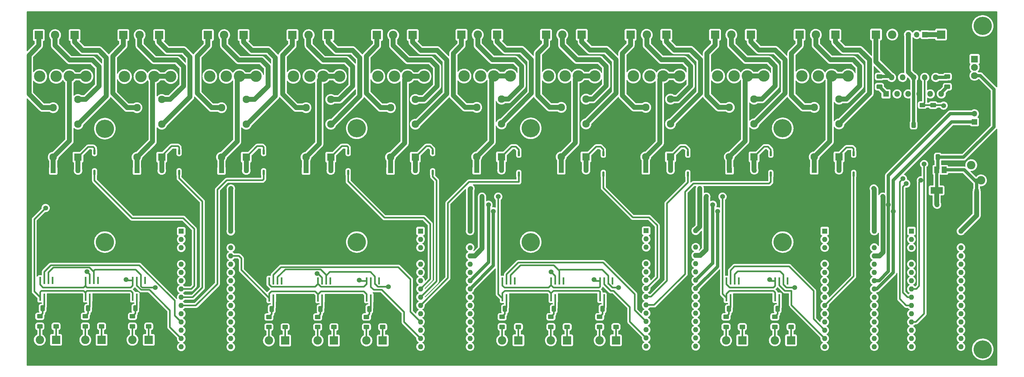
<source format=gbr>
%TF.GenerationSoftware,KiCad,Pcbnew,(6.0.4)*%
%TF.CreationDate,2023-03-07T14:55:24-05:00*%
%TF.ProjectId,Pyrolysis,5079726f-6c79-4736-9973-2e6b69636164,rev?*%
%TF.SameCoordinates,Original*%
%TF.FileFunction,Copper,L2,Bot*%
%TF.FilePolarity,Positive*%
%FSLAX46Y46*%
G04 Gerber Fmt 4.6, Leading zero omitted, Abs format (unit mm)*
G04 Created by KiCad (PCBNEW (6.0.4)) date 2023-03-07 14:55:24*
%MOMM*%
%LPD*%
G01*
G04 APERTURE LIST*
G04 Aperture macros list*
%AMRoundRect*
0 Rectangle with rounded corners*
0 $1 Rounding radius*
0 $2 $3 $4 $5 $6 $7 $8 $9 X,Y pos of 4 corners*
0 Add a 4 corners polygon primitive as box body*
4,1,4,$2,$3,$4,$5,$6,$7,$8,$9,$2,$3,0*
0 Add four circle primitives for the rounded corners*
1,1,$1+$1,$2,$3*
1,1,$1+$1,$4,$5*
1,1,$1+$1,$6,$7*
1,1,$1+$1,$8,$9*
0 Add four rect primitives between the rounded corners*
20,1,$1+$1,$2,$3,$4,$5,0*
20,1,$1+$1,$4,$5,$6,$7,0*
20,1,$1+$1,$6,$7,$8,$9,0*
20,1,$1+$1,$8,$9,$2,$3,0*%
G04 Aperture macros list end*
%TA.AperFunction,ComponentPad*%
%ADD10R,2.600000X2.600000*%
%TD*%
%TA.AperFunction,ComponentPad*%
%ADD11C,2.600000*%
%TD*%
%TA.AperFunction,ComponentPad*%
%ADD12C,3.500000*%
%TD*%
%TA.AperFunction,ComponentPad*%
%ADD13C,5.600000*%
%TD*%
%TA.AperFunction,ComponentPad*%
%ADD14R,1.600000X1.600000*%
%TD*%
%TA.AperFunction,ComponentPad*%
%ADD15O,1.600000X1.600000*%
%TD*%
%TA.AperFunction,ComponentPad*%
%ADD16R,1.700000X1.700000*%
%TD*%
%TA.AperFunction,ComponentPad*%
%ADD17O,1.700000X1.700000*%
%TD*%
%TA.AperFunction,ComponentPad*%
%ADD18R,2.300000X2.300000*%
%TD*%
%TA.AperFunction,ComponentPad*%
%ADD19C,2.300000*%
%TD*%
%TA.AperFunction,ComponentPad*%
%ADD20R,2.100000X2.100000*%
%TD*%
%TA.AperFunction,ComponentPad*%
%ADD21C,2.100000*%
%TD*%
%TA.AperFunction,ComponentPad*%
%ADD22R,1.800000X1.800000*%
%TD*%
%TA.AperFunction,ComponentPad*%
%ADD23O,1.800000X1.800000*%
%TD*%
%TA.AperFunction,SMDPad,CuDef*%
%ADD24R,0.599440X2.199640*%
%TD*%
%TA.AperFunction,SMDPad,CuDef*%
%ADD25RoundRect,0.250000X-0.412500X-0.650000X0.412500X-0.650000X0.412500X0.650000X-0.412500X0.650000X0*%
%TD*%
%TA.AperFunction,SMDPad,CuDef*%
%ADD26RoundRect,0.250000X-0.625000X0.400000X-0.625000X-0.400000X0.625000X-0.400000X0.625000X0.400000X0*%
%TD*%
%TA.AperFunction,SMDPad,CuDef*%
%ADD27RoundRect,0.150000X0.150000X-0.662500X0.150000X0.662500X-0.150000X0.662500X-0.150000X-0.662500X0*%
%TD*%
%TA.AperFunction,SMDPad,CuDef*%
%ADD28RoundRect,0.250000X-0.650000X0.412500X-0.650000X-0.412500X0.650000X-0.412500X0.650000X0.412500X0*%
%TD*%
%TA.AperFunction,SMDPad,CuDef*%
%ADD29R,1.500000X2.000000*%
%TD*%
%TA.AperFunction,SMDPad,CuDef*%
%ADD30R,3.800000X2.000000*%
%TD*%
%TA.AperFunction,SMDPad,CuDef*%
%ADD31RoundRect,0.250000X0.650000X-0.412500X0.650000X0.412500X-0.650000X0.412500X-0.650000X-0.412500X0*%
%TD*%
%TA.AperFunction,SMDPad,CuDef*%
%ADD32RoundRect,0.250000X0.412500X0.650000X-0.412500X0.650000X-0.412500X-0.650000X0.412500X-0.650000X0*%
%TD*%
%TA.AperFunction,ViaPad*%
%ADD33C,1.500000*%
%TD*%
%TA.AperFunction,Conductor*%
%ADD34C,1.500000*%
%TD*%
%TA.AperFunction,Conductor*%
%ADD35C,0.500000*%
%TD*%
%TA.AperFunction,Conductor*%
%ADD36C,1.000000*%
%TD*%
G04 APERTURE END LIST*
D10*
%TO.P,J29,1*%
%TO.N,Net-(FB16-Pad2)*%
X364200000Y-277727500D03*
D11*
%TO.P,J29,2*%
%TO.N,Net-(FB15-Pad2)*%
X359200000Y-277727500D03*
%TD*%
D12*
%TO.P,F7,1*%
%TO.N,Net-(D7-Pad1)*%
X361700000Y-196405000D03*
X356620000Y-196405000D03*
%TO.P,F7,2*%
%TO.N,+12V*%
X352560000Y-196405000D03*
X347480000Y-196405000D03*
%TD*%
D13*
%TO.P,,1*%
%TO.N,N/C*%
X445500000Y-212500000D03*
%TD*%
%TO.P,,1*%
%TO.N,N/C*%
X368000000Y-212500000D03*
%TD*%
D10*
%TO.P,J47,1*%
%TO.N,Net-(J47-Pad1)*%
X424700000Y-183710000D03*
D11*
%TO.P,J47,2*%
%TO.N,Net-(J47-Pad2)*%
X429700000Y-183710000D03*
%TD*%
D10*
%TO.P,J28,1*%
%TO.N,Net-(J28-Pad1)*%
X305700000Y-183805000D03*
D11*
%TO.P,J28,2*%
%TO.N,GND*%
X310700000Y-183805000D03*
%TD*%
D14*
%TO.P,A5,1,D1/TX*%
%TO.N,unconnected-(A5-Pad1)*%
X403500000Y-244000000D03*
D15*
%TO.P,A5,2,D0/RX*%
%TO.N,unconnected-(A5-Pad2)*%
X403500000Y-246540000D03*
%TO.P,A5,3,~{RESET}*%
%TO.N,unconnected-(A5-Pad3)*%
X403500000Y-249080000D03*
%TO.P,A5,4,GND*%
%TO.N,GND*%
X403500000Y-251620000D03*
%TO.P,A5,5,D2*%
%TO.N,unconnected-(A5-Pad5)*%
X403500000Y-254160000D03*
%TO.P,A5,6,D3*%
%TO.N,unconnected-(A5-Pad6)*%
X403500000Y-256700000D03*
%TO.P,A5,7,D4*%
%TO.N,unconnected-(A5-Pad7)*%
X403500000Y-259240000D03*
%TO.P,A5,8,D5*%
%TO.N,/PWM7*%
X403500000Y-261780000D03*
%TO.P,A5,9,D6*%
%TO.N,/PWM8*%
X403500000Y-264320000D03*
%TO.P,A5,10,D7*%
%TO.N,/PWM9*%
X403500000Y-266860000D03*
%TO.P,A5,11,D8*%
%TO.N,unconnected-(A5-Pad11)*%
X403500000Y-269400000D03*
%TO.P,A5,12,D9*%
%TO.N,/SS7*%
X403500000Y-271940000D03*
%TO.P,A5,13,D10*%
%TO.N,/SS8*%
X403500000Y-274480000D03*
%TO.P,A5,14,D11*%
%TO.N,/SS9*%
X403500000Y-277020000D03*
%TO.P,A5,15,D12*%
%TO.N,/DATA3*%
X403500000Y-279560000D03*
%TO.P,A5,16,D13*%
%TO.N,/CLK3*%
X418740000Y-279560000D03*
%TO.P,A5,17,3V3*%
%TO.N,unconnected-(A5-Pad17)*%
X418740000Y-277020000D03*
%TO.P,A5,18,AREF*%
%TO.N,unconnected-(A5-Pad18)*%
X418740000Y-274480000D03*
%TO.P,A5,19,A0*%
%TO.N,unconnected-(A5-Pad19)*%
X418740000Y-271940000D03*
%TO.P,A5,20,A1*%
%TO.N,unconnected-(A5-Pad20)*%
X418740000Y-269400000D03*
%TO.P,A5,21,A2*%
%TO.N,unconnected-(A5-Pad21)*%
X418740000Y-266860000D03*
%TO.P,A5,22,A3*%
%TO.N,unconnected-(A5-Pad22)*%
X418740000Y-264320000D03*
%TO.P,A5,23,A4*%
%TO.N,/I2C_DAT*%
X418740000Y-261780000D03*
%TO.P,A5,24,A5*%
%TO.N,/I2C_CLK*%
X418740000Y-259240000D03*
%TO.P,A5,25,A6*%
%TO.N,unconnected-(A5-Pad25)*%
X418740000Y-256700000D03*
%TO.P,A5,26,A7*%
%TO.N,unconnected-(A5-Pad26)*%
X418740000Y-254160000D03*
%TO.P,A5,27,+5V*%
%TO.N,+5V*%
X418740000Y-251620000D03*
%TO.P,A5,28,~{RESET}*%
%TO.N,unconnected-(A5-Pad28)*%
X418740000Y-249080000D03*
%TO.P,A5,29,GND*%
%TO.N,GND*%
X418740000Y-246540000D03*
%TO.P,A5,30,VIN*%
%TO.N,+12V*%
X418740000Y-244000000D03*
%TD*%
D10*
%TO.P,J26,1*%
%TO.N,GND*%
X500500000Y-228500000D03*
D11*
%TO.P,J26,2*%
%TO.N,+12V*%
X506500000Y-228500000D03*
%TO.P,J26,3*%
%TO.N,N/C*%
X503500000Y-223800000D03*
%TD*%
D10*
%TO.P,J33,1*%
%TO.N,Net-(J33-Pad1)*%
X331700000Y-183805000D03*
D11*
%TO.P,J33,2*%
%TO.N,GND*%
X336700000Y-183805000D03*
%TD*%
D10*
%TO.P,J4,1*%
%TO.N,Net-(J4-Pad1)*%
X450700000Y-183710000D03*
D11*
%TO.P,J4,2*%
%TO.N,Net-(J4-Pad2)*%
X455700000Y-183710000D03*
%TD*%
D14*
%TO.P,D8,1,K*%
%TO.N,Net-(D8-Pad1)*%
X377390000Y-225405000D03*
D15*
%TO.P,D8,2,A*%
%TO.N,Net-(D8-Pad2)*%
X385010000Y-225405000D03*
%TD*%
D13*
%TO.P,H4,1*%
%TO.N,N/C*%
X507000000Y-181000000D03*
%TD*%
D10*
%TO.P,J41,1*%
%TO.N,Net-(FB18-Pad2)*%
X379200000Y-277727500D03*
D11*
%TO.P,J41,2*%
%TO.N,Net-(FB17-Pad2)*%
X374200000Y-277727500D03*
%TD*%
D10*
%TO.P,J7,1*%
%TO.N,Net-(J7-Pad1)*%
X461700000Y-183710000D03*
D11*
%TO.P,J7,2*%
%TO.N,GND*%
X466700000Y-183710000D03*
%TD*%
D14*
%TO.P,A3,1,D1/TX*%
%TO.N,unconnected-(A3-Pad1)*%
X485090000Y-244105000D03*
D15*
%TO.P,A3,2,D0/RX*%
%TO.N,unconnected-(A3-Pad2)*%
X485090000Y-246645000D03*
%TO.P,A3,3,~{RESET}*%
%TO.N,unconnected-(A3-Pad3)*%
X485090000Y-249185000D03*
%TO.P,A3,4,GND*%
%TO.N,GND*%
X485090000Y-251725000D03*
%TO.P,A3,5,D2*%
%TO.N,unconnected-(A3-Pad5)*%
X485090000Y-254265000D03*
%TO.P,A3,6,D3*%
%TO.N,unconnected-(A3-Pad6)*%
X485090000Y-256805000D03*
%TO.P,A3,7,D4*%
%TO.N,unconnected-(A3-Pad7)*%
X485090000Y-259345000D03*
%TO.P,A3,8,D5*%
%TO.N,/THRM1*%
X485090000Y-261885000D03*
%TO.P,A3,9,D6*%
%TO.N,/BR1*%
X485090000Y-264425000D03*
%TO.P,A3,10,D7*%
%TO.N,/DIR1*%
X485090000Y-266965000D03*
%TO.P,A3,11,D8*%
%TO.N,unconnected-(A3-Pad11)*%
X485090000Y-269505000D03*
%TO.P,A3,12,D9*%
%TO.N,/MC1*%
X485090000Y-272045000D03*
%TO.P,A3,13,D10*%
%TO.N,unconnected-(A3-Pad13)*%
X485090000Y-274585000D03*
%TO.P,A3,14,D11*%
%TO.N,unconnected-(A3-Pad14)*%
X485090000Y-277125000D03*
%TO.P,A3,15,D12*%
%TO.N,unconnected-(A3-Pad15)*%
X485090000Y-279665000D03*
%TO.P,A3,16,D13*%
%TO.N,unconnected-(A3-Pad16)*%
X500330000Y-279665000D03*
%TO.P,A3,17,3V3*%
%TO.N,/3V3*%
X500330000Y-277125000D03*
%TO.P,A3,18,AREF*%
%TO.N,unconnected-(A3-Pad18)*%
X500330000Y-274585000D03*
%TO.P,A3,19,A0*%
%TO.N,/A1*%
X500330000Y-272045000D03*
%TO.P,A3,20,A1*%
%TO.N,/B1*%
X500330000Y-269505000D03*
%TO.P,A3,21,A2*%
%TO.N,unconnected-(A3-Pad21)*%
X500330000Y-266965000D03*
%TO.P,A3,22,A3*%
%TO.N,unconnected-(A3-Pad22)*%
X500330000Y-264425000D03*
%TO.P,A3,23,A4*%
%TO.N,/I2C_DAT*%
X500330000Y-261885000D03*
%TO.P,A3,24,A5*%
%TO.N,/I2C_CLK*%
X500330000Y-259345000D03*
%TO.P,A3,25,A6*%
%TO.N,/CSEN1*%
X500330000Y-256805000D03*
%TO.P,A3,26,A7*%
%TO.N,unconnected-(A3-Pad26)*%
X500330000Y-254265000D03*
%TO.P,A3,27,+5V*%
%TO.N,+5V*%
X500330000Y-251725000D03*
%TO.P,A3,28,~{RESET}*%
%TO.N,unconnected-(A3-Pad28)*%
X500330000Y-249185000D03*
%TO.P,A3,29,GND*%
%TO.N,GND*%
X500330000Y-246645000D03*
%TO.P,A3,30,VIN*%
%TO.N,+12V*%
X500330000Y-244105000D03*
%TD*%
D10*
%TO.P,J34,1*%
%TO.N,Net-(FB14-Pad2)*%
X322468315Y-277766676D03*
D11*
%TO.P,J34,2*%
%TO.N,Net-(FB13-Pad2)*%
X317468315Y-277766676D03*
%TD*%
D16*
%TO.P,J8,1,Pin_1*%
%TO.N,/CUST1*%
X489240000Y-183660000D03*
D17*
%TO.P,J8,2,Pin_2*%
%TO.N,+12V*%
X486700000Y-183660000D03*
%TO.P,J8,3,Pin_3*%
%TO.N,Net-(C5-Pad1)*%
X484160000Y-183660000D03*
%TD*%
D14*
%TO.P,D4,1,K*%
%TO.N,Net-(D4-Pad1)*%
X272890000Y-225500000D03*
D15*
%TO.P,D4,2,A*%
%TO.N,Net-(D4-Pad2)*%
X280510000Y-225500000D03*
%TD*%
D10*
%TO.P,J6,1*%
%TO.N,Net-(J6-Pad1)*%
X227700000Y-183805000D03*
D11*
%TO.P,J6,2*%
%TO.N,GND*%
X232700000Y-183805000D03*
%TD*%
D13*
%TO.P,,1*%
%TO.N,N/C*%
X445500000Y-247500000D03*
%TD*%
%TO.P,H3,1*%
%TO.N,N/C*%
X237000000Y-247500000D03*
%TD*%
D10*
%TO.P,J45,1*%
%TO.N,Net-(FB20-Pad2)*%
X394200000Y-277727500D03*
D11*
%TO.P,J45,2*%
%TO.N,Net-(FB19-Pad2)*%
X389200000Y-277727500D03*
%TD*%
D18*
%TO.P,K9,1*%
%TO.N,Net-(D9-Pad2)*%
X411000000Y-221280000D03*
D19*
%TO.P,K9,2*%
%TO.N,Net-(J44-Pad1)*%
X411000000Y-211120000D03*
%TO.P,K9,3*%
%TO.N,Net-(J43-Pad2)*%
X411000000Y-203500000D03*
%TO.P,K9,4*%
%TO.N,Net-(J43-Pad1)*%
X403380000Y-206040000D03*
%TO.P,K9,5*%
%TO.N,Net-(D9-Pad1)*%
X403380000Y-221280000D03*
%TD*%
D16*
%TO.P,J13,1,Pin_1*%
%TO.N,/I2C_DAT*%
X504500000Y-210525000D03*
D17*
%TO.P,J13,2,Pin_2*%
%TO.N,/I2C_CLK*%
X504500000Y-207985000D03*
%TO.P,J13,3,Pin_3*%
%TO.N,GND*%
X504500000Y-205445000D03*
%TD*%
D14*
%TO.P,A4,1,D1/TX*%
%TO.N,unconnected-(A4-Pad1)*%
X334108315Y-244105000D03*
D15*
%TO.P,A4,2,D0/RX*%
%TO.N,unconnected-(A4-Pad2)*%
X334108315Y-246645000D03*
%TO.P,A4,3,~{RESET}*%
%TO.N,unconnected-(A4-Pad3)*%
X334108315Y-249185000D03*
%TO.P,A4,4,GND*%
%TO.N,GND*%
X334108315Y-251725000D03*
%TO.P,A4,5,D2*%
%TO.N,unconnected-(A4-Pad5)*%
X334108315Y-254265000D03*
%TO.P,A4,6,D3*%
%TO.N,unconnected-(A4-Pad6)*%
X334108315Y-256805000D03*
%TO.P,A4,7,D4*%
%TO.N,unconnected-(A4-Pad7)*%
X334108315Y-259345000D03*
%TO.P,A4,8,D5*%
%TO.N,/PWM4*%
X334108315Y-261885000D03*
%TO.P,A4,9,D6*%
%TO.N,/PWM5*%
X334108315Y-264425000D03*
%TO.P,A4,10,D7*%
%TO.N,/PWM6*%
X334108315Y-266965000D03*
%TO.P,A4,11,D8*%
%TO.N,unconnected-(A4-Pad11)*%
X334108315Y-269505000D03*
%TO.P,A4,12,D9*%
%TO.N,/SS4*%
X334108315Y-272045000D03*
%TO.P,A4,13,D10*%
%TO.N,/SS5*%
X334108315Y-274585000D03*
%TO.P,A4,14,D11*%
%TO.N,/SS6*%
X334108315Y-277125000D03*
%TO.P,A4,15,D12*%
%TO.N,/DATA2*%
X334108315Y-279665000D03*
%TO.P,A4,16,D13*%
%TO.N,/CLK2*%
X349348315Y-279665000D03*
%TO.P,A4,17,3V3*%
%TO.N,unconnected-(A4-Pad17)*%
X349348315Y-277125000D03*
%TO.P,A4,18,AREF*%
%TO.N,unconnected-(A4-Pad18)*%
X349348315Y-274585000D03*
%TO.P,A4,19,A0*%
%TO.N,unconnected-(A4-Pad19)*%
X349348315Y-272045000D03*
%TO.P,A4,20,A1*%
%TO.N,unconnected-(A4-Pad20)*%
X349348315Y-269505000D03*
%TO.P,A4,21,A2*%
%TO.N,unconnected-(A4-Pad21)*%
X349348315Y-266965000D03*
%TO.P,A4,22,A3*%
%TO.N,unconnected-(A4-Pad22)*%
X349348315Y-264425000D03*
%TO.P,A4,23,A4*%
%TO.N,/I2C_DAT*%
X349348315Y-261885000D03*
%TO.P,A4,24,A5*%
%TO.N,/I2C_CLK*%
X349348315Y-259345000D03*
%TO.P,A4,25,A6*%
%TO.N,unconnected-(A4-Pad25)*%
X349348315Y-256805000D03*
%TO.P,A4,26,A7*%
%TO.N,unconnected-(A4-Pad26)*%
X349348315Y-254265000D03*
%TO.P,A4,27,+5V*%
%TO.N,+5V*%
X349348315Y-251725000D03*
%TO.P,A4,28,~{RESET}*%
%TO.N,unconnected-(A4-Pad28)*%
X349348315Y-249185000D03*
%TO.P,A4,29,GND*%
%TO.N,GND*%
X349348315Y-246645000D03*
%TO.P,A4,30,VIN*%
%TO.N,+12V*%
X349348315Y-244105000D03*
%TD*%
D10*
%TO.P,J48,1*%
%TO.N,Net-(J48-Pad1)*%
X435700000Y-183710000D03*
D11*
%TO.P,J48,2*%
%TO.N,GND*%
X440700000Y-183710000D03*
%TD*%
D20*
%TO.P,J10,1,Pin_1*%
%TO.N,/A1*%
X504500000Y-191185000D03*
D21*
%TO.P,J10,2,Pin_2*%
%TO.N,/B1*%
X504500000Y-193725000D03*
%TO.P,J10,3,Pin_3*%
%TO.N,+5V*%
X504500000Y-196265000D03*
%TO.P,J10,4,Pin_4*%
%TO.N,GND*%
X504500000Y-198805000D03*
%TD*%
D18*
%TO.P,K2,1*%
%TO.N,Net-(D2-Pad2)*%
X462825000Y-221280000D03*
D19*
%TO.P,K2,2*%
%TO.N,Net-(J7-Pad1)*%
X462825000Y-211120000D03*
%TO.P,K2,3*%
%TO.N,Net-(J4-Pad2)*%
X462825000Y-203500000D03*
%TO.P,K2,4*%
%TO.N,Net-(J4-Pad1)*%
X455205000Y-206040000D03*
%TO.P,K2,5*%
%TO.N,Net-(D2-Pad1)*%
X455205000Y-221280000D03*
%TD*%
D14*
%TO.P,D9,1,K*%
%TO.N,Net-(D9-Pad1)*%
X403390000Y-225405000D03*
D15*
%TO.P,D9,2,A*%
%TO.N,Net-(D9-Pad2)*%
X411010000Y-225405000D03*
%TD*%
D12*
%TO.P,F6,1*%
%TO.N,Net-(D6-Pad1)*%
X335200000Y-196500000D03*
X330120000Y-196500000D03*
%TO.P,F6,2*%
%TO.N,+12V*%
X320980000Y-196500000D03*
X326060000Y-196500000D03*
%TD*%
D10*
%TO.P,J37,1*%
%TO.N,Net-(J37-Pad1)*%
X357700000Y-183710000D03*
D11*
%TO.P,J37,2*%
%TO.N,GND*%
X362700000Y-183710000D03*
%TD*%
D14*
%TO.P,D10,1,K*%
%TO.N,Net-(D10-Pad1)*%
X429140000Y-225405000D03*
D15*
%TO.P,D10,2,A*%
%TO.N,Net-(D10-Pad2)*%
X436760000Y-225405000D03*
%TD*%
D10*
%TO.P,J17,1*%
%TO.N,Net-(FB8-Pad2)*%
X250500000Y-277572500D03*
D11*
%TO.P,J17,2*%
%TO.N,Net-(FB7-Pad2)*%
X245500000Y-277572500D03*
%TD*%
D13*
%TO.P,,1*%
%TO.N,N/C*%
X314500000Y-212500000D03*
%TD*%
D22*
%TO.P,U24,1,BOOTSTRAP1*%
%TO.N,Net-(C6-Pad2)*%
X477270000Y-201915000D03*
D23*
%TO.P,U24,2,OUTPUT1*%
%TO.N,Net-(C6-Pad1)*%
X478970000Y-196835000D03*
%TO.P,U24,3,DIRECTION*%
%TO.N,/DIR1*%
X480670000Y-201915000D03*
%TO.P,U24,4,BRAKE*%
%TO.N,/BR1*%
X482370000Y-196835000D03*
%TO.P,U24,5,PWM*%
%TO.N,/MC1*%
X484070000Y-201915000D03*
%TO.P,U24,6,VS*%
%TO.N,Net-(C5-Pad1)*%
X485770000Y-196835000D03*
%TO.P,U24,7,GND*%
%TO.N,GND*%
X487470000Y-201915000D03*
%TO.P,U24,8,CURRENT_SENSE_OUTPUT*%
%TO.N,/CSEN1*%
X489170000Y-196835000D03*
%TO.P,U24,9,~{THERMAL_FLAG_OUTPUT}*%
%TO.N,/THRM1*%
X490870000Y-201915000D03*
%TO.P,U24,10,OUTPUT2*%
%TO.N,Net-(C7-Pad2)*%
X492570000Y-196835000D03*
%TO.P,U24,11,BOOTSTRAP2*%
%TO.N,Net-(C7-Pad1)*%
X494270000Y-201915000D03*
%TD*%
D10*
%TO.P,J22,1*%
%TO.N,Net-(J22-Pad1)*%
X279700000Y-183805000D03*
D11*
%TO.P,J22,2*%
%TO.N,GND*%
X284700000Y-183805000D03*
%TD*%
D13*
%TO.P,,1*%
%TO.N,N/C*%
X507000000Y-280500000D03*
%TD*%
D10*
%TO.P,J39,1*%
%TO.N,Net-(J39-Pad1)*%
X372700000Y-183710000D03*
D11*
%TO.P,J39,2*%
%TO.N,Net-(J39-Pad2)*%
X377700000Y-183710000D03*
%TD*%
D10*
%TO.P,J1,1*%
%TO.N,Net-(FB2-Pad2)*%
X222000000Y-277572500D03*
D11*
%TO.P,J1,2*%
%TO.N,Net-(FB1-Pad2)*%
X217000000Y-277572500D03*
%TD*%
D14*
%TO.P,D6,1,K*%
%TO.N,Net-(D6-Pad1)*%
X324890000Y-225500000D03*
D15*
%TO.P,D6,2,A*%
%TO.N,Net-(D6-Pad2)*%
X332510000Y-225500000D03*
%TD*%
D14*
%TO.P,D2,1,K*%
%TO.N,Net-(D2-Pad1)*%
X455190000Y-225405000D03*
D15*
%TO.P,D2,2,A*%
%TO.N,Net-(D2-Pad2)*%
X462810000Y-225405000D03*
%TD*%
D18*
%TO.P,K1,1*%
%TO.N,Net-(D1-Pad2)*%
X228750000Y-221375000D03*
D19*
%TO.P,K1,2*%
%TO.N,Net-(J6-Pad1)*%
X228750000Y-211215000D03*
%TO.P,K1,3*%
%TO.N,Net-(J5-Pad2)*%
X228750000Y-203595000D03*
%TO.P,K1,4*%
%TO.N,Net-(J5-Pad1)*%
X221130000Y-206135000D03*
%TO.P,K1,5*%
%TO.N,Net-(D1-Pad1)*%
X221130000Y-221375000D03*
%TD*%
D10*
%TO.P,J44,1*%
%TO.N,Net-(J44-Pad1)*%
X409700000Y-183710000D03*
D11*
%TO.P,J44,2*%
%TO.N,GND*%
X414700000Y-183710000D03*
%TD*%
D18*
%TO.P,K3,1*%
%TO.N,Net-(D3-Pad2)*%
X254500000Y-221375000D03*
D19*
%TO.P,K3,2*%
%TO.N,Net-(J16-Pad1)*%
X254500000Y-211215000D03*
%TO.P,K3,3*%
%TO.N,Net-(J15-Pad2)*%
X254500000Y-203595000D03*
%TO.P,K3,4*%
%TO.N,Net-(J15-Pad1)*%
X246880000Y-206135000D03*
%TO.P,K3,5*%
%TO.N,Net-(D3-Pad1)*%
X246880000Y-221375000D03*
%TD*%
D10*
%TO.P,J27,1*%
%TO.N,Net-(J27-Pad1)*%
X294700000Y-183805000D03*
D11*
%TO.P,J27,2*%
%TO.N,Net-(J27-Pad2)*%
X299700000Y-183805000D03*
%TD*%
D10*
%TO.P,J9,1*%
%TO.N,Net-(FB6-Pad2)*%
X236000000Y-277572500D03*
D11*
%TO.P,J9,2*%
%TO.N,Net-(FB5-Pad2)*%
X231000000Y-277572500D03*
%TD*%
D18*
%TO.P,K4,1*%
%TO.N,Net-(D4-Pad2)*%
X280500000Y-221375000D03*
D19*
%TO.P,K4,2*%
%TO.N,Net-(J22-Pad1)*%
X280500000Y-211215000D03*
%TO.P,K4,3*%
%TO.N,Net-(J21-Pad2)*%
X280500000Y-203595000D03*
%TO.P,K4,4*%
%TO.N,Net-(J21-Pad1)*%
X272880000Y-206135000D03*
%TO.P,K4,5*%
%TO.N,Net-(D4-Pad1)*%
X272880000Y-221375000D03*
%TD*%
D13*
%TO.P,,1*%
%TO.N,N/C*%
X368000000Y-247500000D03*
%TD*%
D10*
%TO.P,J43,1*%
%TO.N,Net-(J43-Pad1)*%
X398700000Y-183710000D03*
D11*
%TO.P,J43,2*%
%TO.N,Net-(J43-Pad2)*%
X403700000Y-183710000D03*
%TD*%
D14*
%TO.P,A2,1,D1/TX*%
%TO.N,unconnected-(A2-Pad1)*%
X260500000Y-244155000D03*
D15*
%TO.P,A2,2,D0/RX*%
%TO.N,unconnected-(A2-Pad2)*%
X260500000Y-246695000D03*
%TO.P,A2,3,~{RESET}*%
%TO.N,unconnected-(A2-Pad3)*%
X260500000Y-249235000D03*
%TO.P,A2,4,GND*%
%TO.N,GND*%
X260500000Y-251775000D03*
%TO.P,A2,5,D2*%
%TO.N,unconnected-(A2-Pad5)*%
X260500000Y-254315000D03*
%TO.P,A2,6,D3*%
%TO.N,unconnected-(A2-Pad6)*%
X260500000Y-256855000D03*
%TO.P,A2,7,D4*%
%TO.N,unconnected-(A2-Pad7)*%
X260500000Y-259395000D03*
%TO.P,A2,8,D5*%
%TO.N,/PWM1*%
X260500000Y-261935000D03*
%TO.P,A2,9,D6*%
%TO.N,/PWM2*%
X260500000Y-264475000D03*
%TO.P,A2,10,D7*%
%TO.N,/PWM3*%
X260500000Y-267015000D03*
%TO.P,A2,11,D8*%
%TO.N,unconnected-(A2-Pad11)*%
X260500000Y-269555000D03*
%TO.P,A2,12,D9*%
%TO.N,/SS1*%
X260500000Y-272095000D03*
%TO.P,A2,13,D10*%
%TO.N,/SS2*%
X260500000Y-274635000D03*
%TO.P,A2,14,D11*%
%TO.N,/SS3*%
X260500000Y-277175000D03*
%TO.P,A2,15,D12*%
%TO.N,/DATA1*%
X260500000Y-279715000D03*
%TO.P,A2,16,D13*%
%TO.N,/CLK1*%
X275740000Y-279715000D03*
%TO.P,A2,17,3V3*%
%TO.N,unconnected-(A2-Pad17)*%
X275740000Y-277175000D03*
%TO.P,A2,18,AREF*%
%TO.N,unconnected-(A2-Pad18)*%
X275740000Y-274635000D03*
%TO.P,A2,19,A0*%
%TO.N,unconnected-(A2-Pad19)*%
X275740000Y-272095000D03*
%TO.P,A2,20,A1*%
%TO.N,unconnected-(A2-Pad20)*%
X275740000Y-269555000D03*
%TO.P,A2,21,A2*%
%TO.N,unconnected-(A2-Pad21)*%
X275740000Y-267015000D03*
%TO.P,A2,22,A3*%
%TO.N,unconnected-(A2-Pad22)*%
X275740000Y-264475000D03*
%TO.P,A2,23,A4*%
%TO.N,/I2C_DAT*%
X275740000Y-261935000D03*
%TO.P,A2,24,A5*%
%TO.N,/I2C_CLK*%
X275740000Y-259395000D03*
%TO.P,A2,25,A6*%
%TO.N,unconnected-(A2-Pad25)*%
X275740000Y-256855000D03*
%TO.P,A2,26,A7*%
%TO.N,unconnected-(A2-Pad26)*%
X275740000Y-254315000D03*
%TO.P,A2,27,+5V*%
%TO.N,+5V*%
X275740000Y-251775000D03*
%TO.P,A2,28,~{RESET}*%
%TO.N,unconnected-(A2-Pad28)*%
X275740000Y-249235000D03*
%TO.P,A2,29,GND*%
%TO.N,GND*%
X275740000Y-246695000D03*
%TO.P,A2,30,VIN*%
%TO.N,+12V*%
X275740000Y-244155000D03*
%TD*%
D14*
%TO.P,D7,1,K*%
%TO.N,Net-(D7-Pad1)*%
X351390000Y-225405000D03*
D15*
%TO.P,D7,2,A*%
%TO.N,Net-(D7-Pad2)*%
X359010000Y-225405000D03*
%TD*%
D18*
%TO.P,K5,1*%
%TO.N,Net-(D5-Pad2)*%
X306500000Y-221375000D03*
D19*
%TO.P,K5,2*%
%TO.N,Net-(J28-Pad1)*%
X306500000Y-211215000D03*
%TO.P,K5,3*%
%TO.N,Net-(J27-Pad2)*%
X306500000Y-203595000D03*
%TO.P,K5,4*%
%TO.N,Net-(J27-Pad1)*%
X298880000Y-206135000D03*
%TO.P,K5,5*%
%TO.N,Net-(D5-Pad1)*%
X298880000Y-221375000D03*
%TD*%
D10*
%TO.P,J15,1*%
%TO.N,Net-(J15-Pad1)*%
X242700000Y-183805000D03*
D11*
%TO.P,J15,2*%
%TO.N,Net-(J15-Pad2)*%
X247700000Y-183805000D03*
%TD*%
D10*
%TO.P,J5,1*%
%TO.N,Net-(J5-Pad1)*%
X216700000Y-183805000D03*
D11*
%TO.P,J5,2*%
%TO.N,Net-(J5-Pad2)*%
X221700000Y-183805000D03*
%TD*%
D18*
%TO.P,K8,1*%
%TO.N,Net-(D8-Pad2)*%
X385000000Y-221280000D03*
D19*
%TO.P,K8,2*%
%TO.N,Net-(J40-Pad1)*%
X385000000Y-211120000D03*
%TO.P,K8,3*%
%TO.N,Net-(J39-Pad2)*%
X385000000Y-203500000D03*
%TO.P,K8,4*%
%TO.N,Net-(J39-Pad1)*%
X377380000Y-206040000D03*
%TO.P,K8,5*%
%TO.N,Net-(D8-Pad1)*%
X377380000Y-221280000D03*
%TD*%
D10*
%TO.P,J12,1*%
%TO.N,Net-(C6-Pad1)*%
X474200000Y-183655000D03*
D11*
%TO.P,J12,2*%
%TO.N,Net-(C7-Pad2)*%
X479200000Y-183655000D03*
%TD*%
D12*
%TO.P,F3,1*%
%TO.N,Net-(D3-Pad1)*%
X257250000Y-196550000D03*
X252170000Y-196550000D03*
%TO.P,F3,2*%
%TO.N,+12V*%
X248110000Y-196550000D03*
X243030000Y-196550000D03*
%TD*%
D10*
%TO.P,J21,1*%
%TO.N,Net-(J21-Pad1)*%
X268700000Y-183805000D03*
D11*
%TO.P,J21,2*%
%TO.N,Net-(J21-Pad2)*%
X273700000Y-183805000D03*
%TD*%
D10*
%TO.P,J40,1*%
%TO.N,Net-(J40-Pad1)*%
X383700000Y-183710000D03*
D11*
%TO.P,J40,2*%
%TO.N,GND*%
X388700000Y-183710000D03*
%TD*%
D14*
%TO.P,D1,1,K*%
%TO.N,Net-(D1-Pad1)*%
X221140000Y-225500000D03*
D15*
%TO.P,D1,2,A*%
%TO.N,Net-(D1-Pad2)*%
X228760000Y-225500000D03*
%TD*%
D10*
%TO.P,J11,1*%
%TO.N,/CUST1*%
X494200000Y-183660000D03*
D11*
%TO.P,J11,2*%
%TO.N,GND*%
X499200000Y-183660000D03*
%TD*%
D12*
%TO.P,F5,1*%
%TO.N,Net-(D5-Pad1)*%
X304120000Y-196500000D03*
X309200000Y-196500000D03*
%TO.P,F5,2*%
%TO.N,+12V*%
X294980000Y-196500000D03*
X300060000Y-196500000D03*
%TD*%
D10*
%TO.P,J2,1*%
%TO.N,Net-(FB4-Pad2)*%
X433075000Y-277727500D03*
D11*
%TO.P,J2,2*%
%TO.N,Net-(FB3-Pad2)*%
X428075000Y-277727500D03*
%TD*%
D10*
%TO.P,J3,1*%
%TO.N,Net-(FB22-Pad2)*%
X448075000Y-277727500D03*
D11*
%TO.P,J3,2*%
%TO.N,Net-(FB21-Pad2)*%
X443075000Y-277727500D03*
%TD*%
D10*
%TO.P,J16,1*%
%TO.N,Net-(J16-Pad1)*%
X253700000Y-183805000D03*
D11*
%TO.P,J16,2*%
%TO.N,GND*%
X258700000Y-183805000D03*
%TD*%
D12*
%TO.P,F4,1*%
%TO.N,Net-(D4-Pad1)*%
X283500000Y-196500000D03*
X278420000Y-196500000D03*
%TO.P,F4,2*%
%TO.N,+12V*%
X274360000Y-196500000D03*
X269280000Y-196500000D03*
%TD*%
%TO.P,F8,1*%
%TO.N,Net-(D8-Pad1)*%
X387700000Y-196405000D03*
X382620000Y-196405000D03*
%TO.P,F8,2*%
%TO.N,+12V*%
X373480000Y-196405000D03*
X378560000Y-196405000D03*
%TD*%
D14*
%TO.P,D5,1,K*%
%TO.N,Net-(D5-Pad1)*%
X298890000Y-225500000D03*
D15*
%TO.P,D5,2,A*%
%TO.N,Net-(D5-Pad2)*%
X306510000Y-225500000D03*
%TD*%
D10*
%TO.P,J36,1*%
%TO.N,Net-(J36-Pad1)*%
X346700000Y-183710000D03*
D11*
%TO.P,J36,2*%
%TO.N,Net-(J36-Pad2)*%
X351700000Y-183710000D03*
%TD*%
D14*
%TO.P,A1,1,D1/TX*%
%TO.N,unconnected-(A1-Pad1)*%
X458420000Y-244105000D03*
D15*
%TO.P,A1,2,D0/RX*%
%TO.N,unconnected-(A1-Pad2)*%
X458420000Y-246645000D03*
%TO.P,A1,3,~{RESET}*%
%TO.N,unconnected-(A1-Pad3)*%
X458420000Y-249185000D03*
%TO.P,A1,4,GND*%
%TO.N,GND*%
X458420000Y-251725000D03*
%TO.P,A1,5,D2*%
%TO.N,unconnected-(A1-Pad5)*%
X458420000Y-254265000D03*
%TO.P,A1,6,D3*%
%TO.N,unconnected-(A1-Pad6)*%
X458420000Y-256805000D03*
%TO.P,A1,7,D4*%
%TO.N,unconnected-(A1-Pad7)*%
X458420000Y-259345000D03*
%TO.P,A1,8,D5*%
%TO.N,unconnected-(A1-Pad8)*%
X458420000Y-261885000D03*
%TO.P,A1,9,D6*%
%TO.N,unconnected-(A1-Pad9)*%
X458420000Y-264425000D03*
%TO.P,A1,10,D7*%
%TO.N,/PWM10*%
X458420000Y-266965000D03*
%TO.P,A1,11,D8*%
%TO.N,unconnected-(A1-Pad11)*%
X458420000Y-269505000D03*
%TO.P,A1,12,D9*%
%TO.N,unconnected-(A1-Pad12)*%
X458420000Y-272045000D03*
%TO.P,A1,13,D10*%
%TO.N,/SS10*%
X458420000Y-274585000D03*
%TO.P,A1,14,D11*%
%TO.N,/SS11*%
X458420000Y-277125000D03*
%TO.P,A1,15,D12*%
%TO.N,/DATA4*%
X458420000Y-279665000D03*
%TO.P,A1,16,D13*%
%TO.N,/CLK4*%
X473660000Y-279665000D03*
%TO.P,A1,17,3V3*%
%TO.N,unconnected-(A1-Pad17)*%
X473660000Y-277125000D03*
%TO.P,A1,18,AREF*%
%TO.N,unconnected-(A1-Pad18)*%
X473660000Y-274585000D03*
%TO.P,A1,19,A0*%
%TO.N,unconnected-(A1-Pad19)*%
X473660000Y-272045000D03*
%TO.P,A1,20,A1*%
%TO.N,unconnected-(A1-Pad20)*%
X473660000Y-269505000D03*
%TO.P,A1,21,A2*%
%TO.N,unconnected-(A1-Pad21)*%
X473660000Y-266965000D03*
%TO.P,A1,22,A3*%
%TO.N,unconnected-(A1-Pad22)*%
X473660000Y-264425000D03*
%TO.P,A1,23,A4*%
%TO.N,/I2C_DAT*%
X473660000Y-261885000D03*
%TO.P,A1,24,A5*%
%TO.N,/I2C_CLK*%
X473660000Y-259345000D03*
%TO.P,A1,25,A6*%
%TO.N,unconnected-(A1-Pad25)*%
X473660000Y-256805000D03*
%TO.P,A1,26,A7*%
%TO.N,unconnected-(A1-Pad26)*%
X473660000Y-254265000D03*
%TO.P,A1,27,+5V*%
%TO.N,+5V*%
X473660000Y-251725000D03*
%TO.P,A1,28,~{RESET}*%
%TO.N,unconnected-(A1-Pad28)*%
X473660000Y-249185000D03*
%TO.P,A1,29,GND*%
%TO.N,GND*%
X473660000Y-246645000D03*
%TO.P,A1,30,VIN*%
%TO.N,+12V*%
X473660000Y-244105000D03*
%TD*%
D10*
%TO.P,J32,1*%
%TO.N,Net-(J32-Pad1)*%
X320700000Y-183805000D03*
D11*
%TO.P,J32,2*%
%TO.N,Net-(J32-Pad2)*%
X325700000Y-183805000D03*
%TD*%
D12*
%TO.P,F9,1*%
%TO.N,Net-(D9-Pad1)*%
X408700000Y-196405000D03*
X413780000Y-196405000D03*
%TO.P,F9,2*%
%TO.N,+12V*%
X404640000Y-196405000D03*
X399560000Y-196405000D03*
%TD*%
D18*
%TO.P,K10,1*%
%TO.N,Net-(D10-Pad2)*%
X436700000Y-221280000D03*
D19*
%TO.P,K10,2*%
%TO.N,Net-(J48-Pad1)*%
X436700000Y-211120000D03*
%TO.P,K10,3*%
%TO.N,Net-(J47-Pad2)*%
X436700000Y-203500000D03*
%TO.P,K10,4*%
%TO.N,Net-(J47-Pad1)*%
X429080000Y-206040000D03*
%TO.P,K10,5*%
%TO.N,Net-(D10-Pad1)*%
X429080000Y-221280000D03*
%TD*%
D18*
%TO.P,K7,1*%
%TO.N,Net-(D7-Pad2)*%
X359000000Y-221280000D03*
D19*
%TO.P,K7,2*%
%TO.N,Net-(J37-Pad1)*%
X359000000Y-211120000D03*
%TO.P,K7,3*%
%TO.N,Net-(J36-Pad2)*%
X359000000Y-203500000D03*
%TO.P,K7,4*%
%TO.N,Net-(J36-Pad1)*%
X351380000Y-206040000D03*
%TO.P,K7,5*%
%TO.N,Net-(D7-Pad1)*%
X351380000Y-221280000D03*
%TD*%
D10*
%TO.P,J23,1*%
%TO.N,Net-(FB10-Pad2)*%
X292468315Y-277766676D03*
D11*
%TO.P,J23,2*%
%TO.N,Net-(FB9-Pad2)*%
X287468315Y-277766676D03*
%TD*%
D12*
%TO.P,F1,1*%
%TO.N,Net-(D1-Pad1)*%
X226120000Y-196500000D03*
X231200000Y-196500000D03*
%TO.P,F1,2*%
%TO.N,+12V*%
X216980000Y-196500000D03*
X222060000Y-196500000D03*
%TD*%
%TO.P,F10,1*%
%TO.N,Net-(D10-Pad1)*%
X434620000Y-196405000D03*
X439700000Y-196405000D03*
%TO.P,F10,2*%
%TO.N,+12V*%
X430560000Y-196405000D03*
X425480000Y-196405000D03*
%TD*%
%TO.P,F2,1*%
%TO.N,Net-(D2-Pad1)*%
X460570000Y-196405000D03*
X465650000Y-196405000D03*
%TO.P,F2,2*%
%TO.N,+12V*%
X451430000Y-196405000D03*
X456510000Y-196405000D03*
%TD*%
D13*
%TO.P,,1*%
%TO.N,N/C*%
X314500000Y-247500000D03*
%TD*%
D18*
%TO.P,K6,1*%
%TO.N,Net-(D6-Pad2)*%
X332500000Y-221375000D03*
D19*
%TO.P,K6,2*%
%TO.N,Net-(J33-Pad1)*%
X332500000Y-211215000D03*
%TO.P,K6,3*%
%TO.N,Net-(J32-Pad2)*%
X332500000Y-203595000D03*
%TO.P,K6,4*%
%TO.N,Net-(J32-Pad1)*%
X324880000Y-206135000D03*
%TO.P,K6,5*%
%TO.N,Net-(D6-Pad1)*%
X324880000Y-221375000D03*
%TD*%
D13*
%TO.P,H1,1*%
%TO.N,N/C*%
X237000000Y-212595000D03*
%TD*%
D10*
%TO.P,J30,1*%
%TO.N,Net-(FB12-Pad2)*%
X307468315Y-277766676D03*
D11*
%TO.P,J30,2*%
%TO.N,Net-(FB11-Pad2)*%
X302468315Y-277766676D03*
%TD*%
D14*
%TO.P,D3,1,K*%
%TO.N,Net-(D3-Pad1)*%
X246890000Y-225500000D03*
D15*
%TO.P,D3,2,A*%
%TO.N,Net-(D3-Pad2)*%
X254510000Y-225500000D03*
%TD*%
D24*
%TO.P,U21,1,GND*%
%TO.N,GND*%
X378105000Y-264630920D03*
%TO.P,U21,2,T-*%
X376835000Y-264630920D03*
%TO.P,U21,3,T+*%
%TO.N,/T+8*%
X375565000Y-264630920D03*
%TO.P,U21,4,VCC*%
%TO.N,+5V*%
X374295000Y-264630920D03*
%TO.P,U21,5,SCK*%
%TO.N,/CLK3*%
X374295000Y-259434080D03*
%TO.P,U21,6,~{CS}*%
%TO.N,/SS8*%
X375565000Y-259434080D03*
%TO.P,U21,7,SO*%
%TO.N,/DATA3*%
X376835000Y-259434080D03*
%TO.P,U21,8,N.C.*%
%TO.N,unconnected-(U21-Pad8)*%
X378105000Y-259434080D03*
%TD*%
D25*
%TO.P,C2,1*%
%TO.N,/T+10*%
X428950000Y-268032500D03*
%TO.P,C2,2*%
%TO.N,GND*%
X432075000Y-268032500D03*
%TD*%
D26*
%TO.P,FB13,1*%
%TO.N,/T+6*%
X317468315Y-270521676D03*
%TO.P,FB13,2*%
%TO.N,Net-(FB13-Pad2)*%
X317468315Y-273621676D03*
%TD*%
%TO.P,FB10,1*%
%TO.N,GND*%
X292468315Y-270521676D03*
%TO.P,FB10,2*%
%TO.N,Net-(FB10-Pad2)*%
X292468315Y-273621676D03*
%TD*%
%TO.P,FB6,1*%
%TO.N,GND*%
X236000000Y-270327500D03*
%TO.P,FB6,2*%
%TO.N,Net-(FB6-Pad2)*%
X236000000Y-273427500D03*
%TD*%
D27*
%TO.P,U22,1*%
%TO.N,/PWM9*%
X441835000Y-226592500D03*
%TO.P,U22,2*%
%TO.N,GND*%
X440565000Y-226592500D03*
%TO.P,U22,3*%
X440565000Y-220217500D03*
%TO.P,U22,4*%
%TO.N,Net-(D10-Pad2)*%
X441835000Y-220217500D03*
%TD*%
D28*
%TO.P,C17,1*%
%TO.N,/CSEN1*%
X491760000Y-205367500D03*
%TO.P,C17,2*%
%TO.N,GND*%
X491760000Y-208492500D03*
%TD*%
D26*
%TO.P,FB2,1*%
%TO.N,GND*%
X222000000Y-270327500D03*
%TO.P,FB2,2*%
%TO.N,Net-(FB2-Pad2)*%
X222000000Y-273427500D03*
%TD*%
%TO.P,FB18,1*%
%TO.N,GND*%
X379200000Y-270482500D03*
%TO.P,FB18,2*%
%TO.N,Net-(FB18-Pad2)*%
X379200000Y-273582500D03*
%TD*%
%TO.P,FB17,1*%
%TO.N,/T+8*%
X374200000Y-270482500D03*
%TO.P,FB17,2*%
%TO.N,Net-(FB17-Pad2)*%
X374200000Y-273582500D03*
%TD*%
%TO.P,FB1,1*%
%TO.N,/T+1*%
X217000000Y-270327500D03*
%TO.P,FB1,2*%
%TO.N,Net-(FB1-Pad2)*%
X217000000Y-273427500D03*
%TD*%
D25*
%TO.P,C8,1*%
%TO.N,/T+3*%
X246375000Y-267877500D03*
%TO.P,C8,2*%
%TO.N,GND*%
X249500000Y-267877500D03*
%TD*%
D27*
%TO.P,U5,1*%
%TO.N,/PWM2*%
X259835000Y-226092500D03*
%TO.P,U5,2*%
%TO.N,GND*%
X258565000Y-226092500D03*
%TO.P,U5,3*%
X258565000Y-219717500D03*
%TO.P,U5,4*%
%TO.N,Net-(D3-Pad2)*%
X259835000Y-219717500D03*
%TD*%
D29*
%TO.P,U12,1,GND*%
%TO.N,GND*%
X490540000Y-225290000D03*
D30*
%TO.P,U12,2,VO*%
%TO.N,+5V*%
X492840000Y-231590000D03*
D29*
X492840000Y-225290000D03*
%TO.P,U12,3,VI*%
%TO.N,+12V*%
X495140000Y-225290000D03*
%TD*%
D24*
%TO.P,U2,1,GND*%
%TO.N,GND*%
X431980000Y-264630920D03*
%TO.P,U2,2,T-*%
X430710000Y-264630920D03*
%TO.P,U2,3,T+*%
%TO.N,/T+10*%
X429440000Y-264630920D03*
%TO.P,U2,4,VCC*%
%TO.N,+5V*%
X428170000Y-264630920D03*
%TO.P,U2,5,SCK*%
%TO.N,/CLK4*%
X428170000Y-259434080D03*
%TO.P,U2,6,~{CS}*%
%TO.N,/SS10*%
X429440000Y-259434080D03*
%TO.P,U2,7,SO*%
%TO.N,/DATA4*%
X430710000Y-259434080D03*
%TO.P,U2,8,N.C.*%
%TO.N,unconnected-(U2-Pad8)*%
X431980000Y-259434080D03*
%TD*%
D26*
%TO.P,FB3,1*%
%TO.N,/T+10*%
X428075000Y-270482500D03*
%TO.P,FB3,2*%
%TO.N,Net-(FB3-Pad2)*%
X428075000Y-273582500D03*
%TD*%
D24*
%TO.P,U13,1,GND*%
%TO.N,GND*%
X291373315Y-264670096D03*
%TO.P,U13,2,T-*%
X290103315Y-264670096D03*
%TO.P,U13,3,T+*%
%TO.N,/T+4*%
X288833315Y-264670096D03*
%TO.P,U13,4,VCC*%
%TO.N,+5V*%
X287563315Y-264670096D03*
%TO.P,U13,5,SCK*%
%TO.N,/CLK2*%
X287563315Y-259473256D03*
%TO.P,U13,6,~{CS}*%
%TO.N,/SS4*%
X288833315Y-259473256D03*
%TO.P,U13,7,SO*%
%TO.N,/DATA2*%
X290103315Y-259473256D03*
%TO.P,U13,8,N.C.*%
%TO.N,unconnected-(U13-Pad8)*%
X291373315Y-259473256D03*
%TD*%
D26*
%TO.P,FB9,1*%
%TO.N,/T+4*%
X287468315Y-270521676D03*
%TO.P,FB9,2*%
%TO.N,Net-(FB9-Pad2)*%
X287468315Y-273621676D03*
%TD*%
D28*
%TO.P,C6,1*%
%TO.N,Net-(C6-Pad1)*%
X475240000Y-196567500D03*
%TO.P,C6,2*%
%TO.N,Net-(C6-Pad2)*%
X475240000Y-199692500D03*
%TD*%
D26*
%TO.P,FB5,1*%
%TO.N,/T+2*%
X231000000Y-270327500D03*
%TO.P,FB5,2*%
%TO.N,Net-(FB5-Pad2)*%
X231000000Y-273427500D03*
%TD*%
%TO.P,FB8,1*%
%TO.N,GND*%
X250500000Y-270327500D03*
%TO.P,FB8,2*%
%TO.N,Net-(FB8-Pad2)*%
X250500000Y-273427500D03*
%TD*%
D24*
%TO.P,U17,1,GND*%
%TO.N,GND*%
X321373315Y-264670096D03*
%TO.P,U17,2,T-*%
X320103315Y-264670096D03*
%TO.P,U17,3,T+*%
%TO.N,/T+6*%
X318833315Y-264670096D03*
%TO.P,U17,4,VCC*%
%TO.N,+5V*%
X317563315Y-264670096D03*
%TO.P,U17,5,SCK*%
%TO.N,/CLK2*%
X317563315Y-259473256D03*
%TO.P,U17,6,~{CS}*%
%TO.N,/SS6*%
X318833315Y-259473256D03*
%TO.P,U17,7,SO*%
%TO.N,/DATA2*%
X320103315Y-259473256D03*
%TO.P,U17,8,N.C.*%
%TO.N,unconnected-(U17-Pad8)*%
X321373315Y-259473256D03*
%TD*%
D26*
%TO.P,FB14,1*%
%TO.N,GND*%
X322468315Y-270521676D03*
%TO.P,FB14,2*%
%TO.N,Net-(FB14-Pad2)*%
X322468315Y-273621676D03*
%TD*%
%TO.P,FB20,1*%
%TO.N,GND*%
X394200000Y-270482500D03*
%TO.P,FB20,2*%
%TO.N,Net-(FB20-Pad2)*%
X394200000Y-273582500D03*
%TD*%
D24*
%TO.P,U6,1,GND*%
%TO.N,GND*%
X446980000Y-264630920D03*
%TO.P,U6,2,T-*%
X445710000Y-264630920D03*
%TO.P,U6,3,T+*%
%TO.N,/T+11*%
X444440000Y-264630920D03*
%TO.P,U6,4,VCC*%
%TO.N,+5V*%
X443170000Y-264630920D03*
%TO.P,U6,5,SCK*%
%TO.N,/CLK4*%
X443170000Y-259434080D03*
%TO.P,U6,6,~{CS}*%
%TO.N,/SS11*%
X444440000Y-259434080D03*
%TO.P,U6,7,SO*%
%TO.N,/DATA4*%
X445710000Y-259434080D03*
%TO.P,U6,8,N.C.*%
%TO.N,unconnected-(U6-Pad8)*%
X446980000Y-259434080D03*
%TD*%
%TO.P,U15,1,GND*%
%TO.N,GND*%
X306373315Y-264670096D03*
%TO.P,U15,2,T-*%
X305103315Y-264670096D03*
%TO.P,U15,3,T+*%
%TO.N,/T+5*%
X303833315Y-264670096D03*
%TO.P,U15,4,VCC*%
%TO.N,+5V*%
X302563315Y-264670096D03*
%TO.P,U15,5,SCK*%
%TO.N,/CLK2*%
X302563315Y-259473256D03*
%TO.P,U15,6,~{CS}*%
%TO.N,/SS5*%
X303833315Y-259473256D03*
%TO.P,U15,7,SO*%
%TO.N,/DATA2*%
X305103315Y-259473256D03*
%TO.P,U15,8,N.C.*%
%TO.N,unconnected-(U15-Pad8)*%
X306373315Y-259473256D03*
%TD*%
D27*
%TO.P,U14,1*%
%TO.N,/PWM5*%
X337835000Y-226092500D03*
%TO.P,U14,2*%
%TO.N,GND*%
X336565000Y-226092500D03*
%TO.P,U14,3*%
X336565000Y-219717500D03*
%TO.P,U14,4*%
%TO.N,Net-(D6-Pad2)*%
X337835000Y-219717500D03*
%TD*%
D25*
%TO.P,C1,1*%
%TO.N,/T+1*%
X217875000Y-267877500D03*
%TO.P,C1,2*%
%TO.N,GND*%
X221000000Y-267877500D03*
%TD*%
D26*
%TO.P,FB16,1*%
%TO.N,GND*%
X364200000Y-270482500D03*
%TO.P,FB16,2*%
%TO.N,Net-(FB16-Pad2)*%
X364200000Y-273582500D03*
%TD*%
D31*
%TO.P,C7,1*%
%TO.N,Net-(C7-Pad1)*%
X496130000Y-199712500D03*
%TO.P,C7,2*%
%TO.N,Net-(C7-Pad2)*%
X496130000Y-196587500D03*
%TD*%
D26*
%TO.P,FB11,1*%
%TO.N,/T+5*%
X302468315Y-270521676D03*
%TO.P,FB11,2*%
%TO.N,Net-(FB11-Pad2)*%
X302468315Y-273621676D03*
%TD*%
%TO.P,FB4,1*%
%TO.N,GND*%
X433075000Y-270482500D03*
%TO.P,FB4,2*%
%TO.N,Net-(FB4-Pad2)*%
X433075000Y-273582500D03*
%TD*%
D25*
%TO.P,C13,1*%
%TO.N,/T+6*%
X318343315Y-268071676D03*
%TO.P,C13,2*%
%TO.N,GND*%
X321468315Y-268071676D03*
%TD*%
D27*
%TO.P,U8,1*%
%TO.N,/PWM3*%
X285835000Y-226092500D03*
%TO.P,U8,2*%
%TO.N,GND*%
X284565000Y-226092500D03*
%TO.P,U8,3*%
X284565000Y-219717500D03*
%TO.P,U8,4*%
%TO.N,Net-(D4-Pad2)*%
X285835000Y-219717500D03*
%TD*%
%TO.P,U11,1*%
%TO.N,/PWM4*%
X311835000Y-226092500D03*
%TO.P,U11,2*%
%TO.N,GND*%
X310565000Y-226092500D03*
%TO.P,U11,3*%
X310565000Y-219717500D03*
%TO.P,U11,4*%
%TO.N,Net-(D5-Pad2)*%
X311835000Y-219717500D03*
%TD*%
D24*
%TO.P,U10,1,GND*%
%TO.N,GND*%
X249405000Y-264475920D03*
%TO.P,U10,2,T-*%
X248135000Y-264475920D03*
%TO.P,U10,3,T+*%
%TO.N,/T+3*%
X246865000Y-264475920D03*
%TO.P,U10,4,VCC*%
%TO.N,+5V*%
X245595000Y-264475920D03*
%TO.P,U10,5,SCK*%
%TO.N,/CLK1*%
X245595000Y-259279080D03*
%TO.P,U10,6,~{CS}*%
%TO.N,/SS3*%
X246865000Y-259279080D03*
%TO.P,U10,7,SO*%
%TO.N,/DATA1*%
X248135000Y-259279080D03*
%TO.P,U10,8,N.C.*%
%TO.N,unconnected-(U10-Pad8)*%
X249405000Y-259279080D03*
%TD*%
D26*
%TO.P,FB19,1*%
%TO.N,/T+9*%
X389200000Y-270482500D03*
%TO.P,FB19,2*%
%TO.N,Net-(FB19-Pad2)*%
X389200000Y-273582500D03*
%TD*%
%TO.P,FB15,1*%
%TO.N,/T+7*%
X359200000Y-270482500D03*
%TO.P,FB15,2*%
%TO.N,Net-(FB15-Pad2)*%
X359200000Y-273582500D03*
%TD*%
D24*
%TO.P,U23,1,GND*%
%TO.N,GND*%
X393105000Y-264630920D03*
%TO.P,U23,2,T-*%
X391835000Y-264630920D03*
%TO.P,U23,3,T+*%
%TO.N,/T+9*%
X390565000Y-264630920D03*
%TO.P,U23,4,VCC*%
%TO.N,+5V*%
X389295000Y-264630920D03*
%TO.P,U23,5,SCK*%
%TO.N,/CLK3*%
X389295000Y-259434080D03*
%TO.P,U23,6,~{CS}*%
%TO.N,/SS9*%
X390565000Y-259434080D03*
%TO.P,U23,7,SO*%
%TO.N,/DATA3*%
X391835000Y-259434080D03*
%TO.P,U23,8,N.C.*%
%TO.N,unconnected-(U23-Pad8)*%
X393105000Y-259434080D03*
%TD*%
D25*
%TO.P,C16,1*%
%TO.N,/T+9*%
X390075000Y-268032500D03*
%TO.P,C16,2*%
%TO.N,GND*%
X393200000Y-268032500D03*
%TD*%
D24*
%TO.P,U7,1,GND*%
%TO.N,GND*%
X234905000Y-264475920D03*
%TO.P,U7,2,T-*%
X233635000Y-264475920D03*
%TO.P,U7,3,T+*%
%TO.N,/T+2*%
X232365000Y-264475920D03*
%TO.P,U7,4,VCC*%
%TO.N,+5V*%
X231095000Y-264475920D03*
%TO.P,U7,5,SCK*%
%TO.N,/CLK1*%
X231095000Y-259279080D03*
%TO.P,U7,6,~{CS}*%
%TO.N,/SS2*%
X232365000Y-259279080D03*
%TO.P,U7,7,SO*%
%TO.N,/DATA1*%
X233635000Y-259279080D03*
%TO.P,U7,8,N.C.*%
%TO.N,unconnected-(U7-Pad8)*%
X234905000Y-259279080D03*
%TD*%
D25*
%TO.P,C15,1*%
%TO.N,/T+8*%
X375075000Y-268032500D03*
%TO.P,C15,2*%
%TO.N,GND*%
X378200000Y-268032500D03*
%TD*%
%TO.P,C9,1*%
%TO.N,/T+4*%
X288343315Y-268071676D03*
%TO.P,C9,2*%
%TO.N,GND*%
X291468315Y-268071676D03*
%TD*%
D27*
%TO.P,U16,1*%
%TO.N,/PWM6*%
X364335000Y-226592500D03*
%TO.P,U16,2*%
%TO.N,GND*%
X363065000Y-226592500D03*
%TO.P,U16,3*%
X363065000Y-220217500D03*
%TO.P,U16,4*%
%TO.N,Net-(D7-Pad2)*%
X364335000Y-220217500D03*
%TD*%
D24*
%TO.P,U3,1,GND*%
%TO.N,GND*%
X220905000Y-264475920D03*
%TO.P,U3,2,T-*%
X219635000Y-264475920D03*
%TO.P,U3,3,T+*%
%TO.N,/T+1*%
X218365000Y-264475920D03*
%TO.P,U3,4,VCC*%
%TO.N,+5V*%
X217095000Y-264475920D03*
%TO.P,U3,5,SCK*%
%TO.N,/CLK1*%
X217095000Y-259279080D03*
%TO.P,U3,6,~{CS}*%
%TO.N,/SS1*%
X218365000Y-259279080D03*
%TO.P,U3,7,SO*%
%TO.N,/DATA1*%
X219635000Y-259279080D03*
%TO.P,U3,8,N.C.*%
%TO.N,unconnected-(U3-Pad8)*%
X220905000Y-259279080D03*
%TD*%
D25*
%TO.P,C4,1*%
%TO.N,/T+2*%
X231875000Y-267877500D03*
%TO.P,C4,2*%
%TO.N,GND*%
X235000000Y-267877500D03*
%TD*%
D26*
%TO.P,FB21,1*%
%TO.N,/T+11*%
X443075000Y-270482500D03*
%TO.P,FB21,2*%
%TO.N,Net-(FB21-Pad2)*%
X443075000Y-273582500D03*
%TD*%
D27*
%TO.P,U18,1*%
%TO.N,/PWM7*%
X390335000Y-226592500D03*
%TO.P,U18,2*%
%TO.N,GND*%
X389065000Y-226592500D03*
%TO.P,U18,3*%
X389065000Y-220217500D03*
%TO.P,U18,4*%
%TO.N,Net-(D8-Pad2)*%
X390335000Y-220217500D03*
%TD*%
D26*
%TO.P,FB22,1*%
%TO.N,GND*%
X448075000Y-270482500D03*
%TO.P,FB22,2*%
%TO.N,Net-(FB22-Pad2)*%
X448075000Y-273582500D03*
%TD*%
D27*
%TO.P,U4,1*%
%TO.N,/PWM10*%
X467335000Y-226592500D03*
%TO.P,U4,2*%
%TO.N,GND*%
X466065000Y-226592500D03*
%TO.P,U4,3*%
X466065000Y-220217500D03*
%TO.P,U4,4*%
%TO.N,Net-(D2-Pad2)*%
X467335000Y-220217500D03*
%TD*%
D25*
%TO.P,C12,1*%
%TO.N,/T+5*%
X303343315Y-268071676D03*
%TO.P,C12,2*%
%TO.N,GND*%
X306468315Y-268071676D03*
%TD*%
D27*
%TO.P,U1,1*%
%TO.N,/PWM1*%
X233835000Y-226092500D03*
%TO.P,U1,2*%
%TO.N,GND*%
X232565000Y-226092500D03*
%TO.P,U1,3*%
X232565000Y-219717500D03*
%TO.P,U1,4*%
%TO.N,Net-(D1-Pad2)*%
X233835000Y-219717500D03*
%TD*%
D26*
%TO.P,R1,1*%
%TO.N,/CSEN1*%
X488450000Y-205330000D03*
%TO.P,R1,2*%
%TO.N,GND*%
X488450000Y-208430000D03*
%TD*%
D32*
%TO.P,C11,1*%
%TO.N,+5V*%
X493212500Y-221380000D03*
%TO.P,C11,2*%
%TO.N,GND*%
X490087500Y-221380000D03*
%TD*%
D26*
%TO.P,FB7,1*%
%TO.N,/T+3*%
X245500000Y-270327500D03*
%TO.P,FB7,2*%
%TO.N,Net-(FB7-Pad2)*%
X245500000Y-273427500D03*
%TD*%
D24*
%TO.P,U19,1,GND*%
%TO.N,GND*%
X363105000Y-264630920D03*
%TO.P,U19,2,T-*%
X361835000Y-264630920D03*
%TO.P,U19,3,T+*%
%TO.N,/T+7*%
X360565000Y-264630920D03*
%TO.P,U19,4,VCC*%
%TO.N,+5V*%
X359295000Y-264630920D03*
%TO.P,U19,5,SCK*%
%TO.N,/CLK3*%
X359295000Y-259434080D03*
%TO.P,U19,6,~{CS}*%
%TO.N,/SS7*%
X360565000Y-259434080D03*
%TO.P,U19,7,SO*%
%TO.N,/DATA3*%
X361835000Y-259434080D03*
%TO.P,U19,8,N.C.*%
%TO.N,unconnected-(U19-Pad8)*%
X363105000Y-259434080D03*
%TD*%
D26*
%TO.P,FB12,1*%
%TO.N,GND*%
X307468315Y-270521676D03*
%TO.P,FB12,2*%
%TO.N,Net-(FB12-Pad2)*%
X307468315Y-273621676D03*
%TD*%
D25*
%TO.P,C3,1*%
%TO.N,/T+11*%
X443950000Y-268032500D03*
%TO.P,C3,2*%
%TO.N,GND*%
X447075000Y-268032500D03*
%TD*%
D27*
%TO.P,U20,1*%
%TO.N,/PWM8*%
X416335000Y-226592500D03*
%TO.P,U20,2*%
%TO.N,GND*%
X415065000Y-226592500D03*
%TO.P,U20,3*%
X415065000Y-220217500D03*
%TO.P,U20,4*%
%TO.N,Net-(D9-Pad2)*%
X416335000Y-220217500D03*
%TD*%
D32*
%TO.P,C10,1*%
%TO.N,+12V*%
X505152500Y-232050000D03*
%TO.P,C10,2*%
%TO.N,GND*%
X502027500Y-232050000D03*
%TD*%
D25*
%TO.P,C5,1*%
%TO.N,Net-(C5-Pad1)*%
X485747500Y-211430000D03*
%TO.P,C5,2*%
%TO.N,GND*%
X488872500Y-211430000D03*
%TD*%
%TO.P,C14,1*%
%TO.N,/T+7*%
X360075000Y-268032500D03*
%TO.P,C14,2*%
%TO.N,GND*%
X363200000Y-268032500D03*
%TD*%
D33*
%TO.N,/THRM1*%
X488000000Y-228500000D03*
%TO.N,/BR1*%
X483500000Y-229500000D03*
%TO.N,/DIR1*%
X482500000Y-228000000D03*
%TO.N,/MC1*%
X489000000Y-223500000D03*
%TO.N,/DATA3*%
X395000000Y-261500000D03*
%TO.N,/CLK3*%
X387500000Y-259000000D03*
%TO.N,/I2C_DAT*%
X479500000Y-238000000D03*
X425500000Y-238000000D03*
X356500000Y-238000000D03*
%TO.N,/I2C_CLK*%
X355000000Y-236000000D03*
X478000000Y-236000000D03*
X424000000Y-236000000D03*
%TO.N,/CSEN1*%
X495000000Y-205500000D03*
%TO.N,+5V*%
X493000000Y-236000000D03*
X353018315Y-233500000D03*
X476300000Y-233500000D03*
X427000000Y-233500000D03*
X422000000Y-233500000D03*
X218800000Y-237000000D03*
X358000000Y-233500000D03*
%TO.N,+12V*%
X349518315Y-231000000D03*
X420000000Y-231000000D03*
X473500000Y-231000000D03*
X275800000Y-231000000D03*
%TO.N,/SS2*%
X231500000Y-256600000D03*
%TO.N,/DATA1*%
X252500000Y-261500000D03*
%TO.N,/CLK1*%
X243500000Y-259000000D03*
%TO.N,/DATA4*%
X449170000Y-261500000D03*
%TO.N,/CLK4*%
X441500000Y-259000000D03*
%TO.N,/SS5*%
X302300000Y-257200000D03*
%TO.N,/DATA2*%
X324218315Y-261194176D03*
%TO.N,/CLK2*%
X315218315Y-259194176D03*
%TO.N,/SS8*%
X374300000Y-256700000D03*
%TD*%
D34*
%TO.N,+5V*%
X475275000Y-251725000D02*
X473660000Y-251725000D01*
X476330000Y-250670000D02*
X475275000Y-251725000D01*
X476300000Y-233500000D02*
X476330000Y-233530000D01*
X476330000Y-233530000D02*
X476330000Y-250670000D01*
D35*
%TO.N,/SS8*%
X374300000Y-256700000D02*
X375565000Y-257965000D01*
X375565000Y-257965000D02*
X375565000Y-259434080D01*
%TO.N,/DATA3*%
X375100000Y-254600000D02*
X376835000Y-256335000D01*
X364900000Y-254600000D02*
X375100000Y-254600000D01*
X361835000Y-257665000D02*
X364900000Y-254600000D01*
X376835000Y-256335000D02*
X376835000Y-259434080D01*
X361835000Y-259434080D02*
X361835000Y-257665000D01*
%TO.N,/SS7*%
X400000000Y-268440000D02*
X403500000Y-271940000D01*
X400000000Y-263500000D02*
X400000000Y-268440000D01*
X364200000Y-253800000D02*
X390300000Y-253800000D01*
X390300000Y-253800000D02*
X400000000Y-263500000D01*
X360565000Y-259434080D02*
X360565000Y-257435000D01*
X360565000Y-257435000D02*
X364200000Y-253800000D01*
%TO.N,/SS5*%
X303833315Y-258444694D02*
X303833315Y-259473256D01*
X302588621Y-257200000D02*
X303833315Y-258444694D01*
X302300000Y-257200000D02*
X302588621Y-257200000D01*
%TO.N,/DATA2*%
X305103315Y-257579176D02*
X305103315Y-259473256D01*
X290103315Y-258309176D02*
X292518795Y-255893696D01*
X290103315Y-259473256D02*
X290103315Y-258309176D01*
X292518795Y-255893696D02*
X303417835Y-255893696D01*
X303417835Y-255893696D02*
X305103315Y-257579176D01*
%TO.N,/SS2*%
X232365000Y-257465000D02*
X232365000Y-259279080D01*
X231500000Y-256600000D02*
X232365000Y-257465000D01*
%TO.N,/DATA1*%
X232294990Y-255300000D02*
X233635000Y-256640010D01*
X221200000Y-255300000D02*
X232294990Y-255300000D01*
X233635000Y-256640010D02*
X233635000Y-258250518D01*
X219635000Y-256865000D02*
X221200000Y-255300000D01*
X219635000Y-259279080D02*
X219635000Y-256865000D01*
%TO.N,/SS1*%
X258500000Y-270095000D02*
X260500000Y-272095000D01*
X220400000Y-254600000D02*
X247600000Y-254600000D01*
X218365000Y-256635000D02*
X220400000Y-254600000D01*
X247600000Y-254600000D02*
X258500000Y-265500000D01*
X258500000Y-265500000D02*
X258500000Y-270095000D01*
X218365000Y-259279080D02*
X218365000Y-256635000D01*
%TO.N,GND*%
X391835000Y-264630920D02*
X393105000Y-264630920D01*
X431980000Y-267937500D02*
X432075000Y-268032500D01*
X446980000Y-264630920D02*
X446980000Y-267937500D01*
X446980000Y-267937500D02*
X447075000Y-268032500D01*
X378200000Y-269482500D02*
X379200000Y-270482500D01*
X393200000Y-268032500D02*
X393200000Y-269482500D01*
X393105000Y-264630920D02*
X393105000Y-267937500D01*
X432075000Y-268032500D02*
X432075000Y-269482500D01*
X363200000Y-268032500D02*
X363200000Y-269482500D01*
X393200000Y-269482500D02*
X394200000Y-270482500D01*
X431980000Y-264630920D02*
X431980000Y-267937500D01*
X378105000Y-267937500D02*
X378200000Y-268032500D01*
X447075000Y-269482500D02*
X448075000Y-270482500D01*
X363200000Y-269482500D02*
X364200000Y-270482500D01*
X432075000Y-269482500D02*
X433075000Y-270482500D01*
X378105000Y-264630920D02*
X378105000Y-267937500D01*
X447075000Y-268032500D02*
X447075000Y-269482500D01*
X393105000Y-267937500D02*
X393200000Y-268032500D01*
X376835000Y-264630920D02*
X378105000Y-264630920D01*
X378200000Y-268032500D02*
X378200000Y-269482500D01*
X361835000Y-264630920D02*
X363105000Y-264630920D01*
X445710000Y-264630920D02*
X446980000Y-264630920D01*
X363105000Y-264630920D02*
X363105000Y-267937500D01*
X363105000Y-267937500D02*
X363200000Y-268032500D01*
X430710000Y-264630920D02*
X431980000Y-264630920D01*
%TO.N,/PWM7*%
X406910000Y-242395000D02*
X404410000Y-239895000D01*
X390335000Y-230835000D02*
X390335000Y-226592500D01*
X406910000Y-258370000D02*
X406910000Y-242395000D01*
X399395000Y-239895000D02*
X390335000Y-230835000D01*
X403500000Y-261780000D02*
X406910000Y-258370000D01*
X404410000Y-239895000D02*
X399395000Y-239895000D01*
%TO.N,/THRM1*%
X486615000Y-261885000D02*
X485090000Y-261885000D01*
X487500000Y-261000000D02*
X486615000Y-261885000D01*
X488000000Y-228500000D02*
X487500000Y-229000000D01*
X487500000Y-229000000D02*
X487500000Y-261000000D01*
%TO.N,/BR1*%
X482500000Y-263000000D02*
X483925000Y-264425000D01*
X482500000Y-230500000D02*
X482500000Y-263000000D01*
X483500000Y-229500000D02*
X482500000Y-230500000D01*
X483925000Y-264425000D02*
X485090000Y-264425000D01*
%TO.N,/DIR1*%
X481500000Y-229000000D02*
X481500000Y-265000000D01*
X481500000Y-265000000D02*
X483465000Y-266965000D01*
X483465000Y-266965000D02*
X485090000Y-266965000D01*
X482500000Y-228000000D02*
X481500000Y-229000000D01*
%TO.N,/MC1*%
X489000000Y-269500000D02*
X486455000Y-272045000D01*
X486455000Y-272045000D02*
X485090000Y-272045000D01*
X489000000Y-223500000D02*
X489000000Y-269500000D01*
%TO.N,/DATA3*%
X393100820Y-261500000D02*
X395000000Y-261500000D01*
X376835000Y-256165000D02*
X377000000Y-256000000D01*
X377000000Y-256000000D02*
X390000000Y-256000000D01*
X391835000Y-260234180D02*
X393100820Y-261500000D01*
X390000000Y-256000000D02*
X391835000Y-257835000D01*
X391835000Y-259434080D02*
X391835000Y-260234180D01*
X376835000Y-259434080D02*
X376835000Y-256165000D01*
X391835000Y-257835000D02*
X391835000Y-259434080D01*
%TO.N,/CLK3*%
X387934080Y-259434080D02*
X387500000Y-259000000D01*
X375000000Y-261500000D02*
X389000000Y-261500000D01*
X389000000Y-261500000D02*
X389295000Y-261205000D01*
X389295000Y-259434080D02*
X387934080Y-259434080D01*
X374295000Y-259434080D02*
X374295000Y-260795000D01*
X359916179Y-261500000D02*
X373500000Y-261500000D01*
X374295000Y-260705000D02*
X374295000Y-259434080D01*
X373500000Y-261500000D02*
X374295000Y-260705000D01*
X359295000Y-260878821D02*
X359916179Y-261500000D01*
X374295000Y-260795000D02*
X375000000Y-261500000D01*
X359295000Y-259434080D02*
X359295000Y-260878821D01*
X389295000Y-261205000D02*
X389295000Y-259434080D01*
D36*
%TO.N,/I2C_DAT*%
X479500000Y-228500000D02*
X497475000Y-210525000D01*
X356500000Y-238000000D02*
X356500000Y-254733315D01*
X479500000Y-238000000D02*
X479500000Y-256846370D01*
X418740000Y-261780000D02*
X425410000Y-255110000D01*
X479500000Y-256846370D02*
X474461370Y-261885000D01*
X474461370Y-261885000D02*
X473660000Y-261885000D01*
X497475000Y-210525000D02*
X504500000Y-210525000D01*
X479500000Y-238000000D02*
X479500000Y-228500000D01*
X425500000Y-255000000D02*
X425500000Y-238000000D01*
X356500000Y-254733315D02*
X349348315Y-261885000D01*
%TO.N,/I2C_CLK*%
X497015000Y-207985000D02*
X504500000Y-207985000D01*
X478000000Y-236000000D02*
X478000000Y-227000000D01*
X475155000Y-259345000D02*
X473660000Y-259345000D01*
X355000000Y-236000000D02*
X355000000Y-253693315D01*
X355000000Y-253693315D02*
X349348315Y-259345000D01*
X478000000Y-236000000D02*
X478000000Y-256500000D01*
X478000000Y-256500000D02*
X475155000Y-259345000D01*
X424000000Y-236000000D02*
X424000000Y-254000000D01*
X423910000Y-254070000D02*
X418740000Y-259240000D01*
X478000000Y-227000000D02*
X497015000Y-207985000D01*
D35*
%TO.N,/CSEN1*%
X495000000Y-205500000D02*
X494867500Y-205367500D01*
X488450000Y-205330000D02*
X491722500Y-205330000D01*
X489170000Y-196835000D02*
X489170000Y-204610000D01*
X494867500Y-205367500D02*
X491760000Y-205367500D01*
X491722500Y-205330000D02*
X491760000Y-205367500D01*
X489170000Y-204610000D02*
X488450000Y-205330000D01*
%TO.N,+5V*%
X278275000Y-251775000D02*
X275740000Y-251775000D01*
X287563315Y-264670096D02*
X287563315Y-263349176D01*
X374295000Y-263295000D02*
X374295000Y-264630920D01*
D34*
X421910000Y-233590000D02*
X421910000Y-249895000D01*
X350793315Y-251725000D02*
X353018315Y-249500000D01*
D35*
X288218315Y-262694176D02*
X301718315Y-262694176D01*
X217500000Y-262500000D02*
X230500000Y-262500000D01*
X231095000Y-262905000D02*
X231095000Y-264475920D01*
X359295000Y-263205000D02*
X360000000Y-262500000D01*
X245595000Y-264475920D02*
X245595000Y-263095000D01*
X302563315Y-263539176D02*
X302563315Y-264670096D01*
X316718315Y-262694176D02*
X317563315Y-263539176D01*
X389295000Y-262795000D02*
X389295000Y-264630920D01*
X428170000Y-264630920D02*
X428170000Y-263415410D01*
X428170000Y-263415410D02*
X429085410Y-262500000D01*
X245595000Y-263095000D02*
X245000000Y-262500000D01*
D36*
X506265000Y-196265000D02*
X504500000Y-196265000D01*
D35*
X287563315Y-263349176D02*
X288218315Y-262694176D01*
D36*
X492840000Y-225290000D02*
X492840000Y-231590000D01*
D35*
X373500000Y-262500000D02*
X374295000Y-263295000D01*
X360000000Y-262500000D02*
X373500000Y-262500000D01*
X217095000Y-264475920D02*
X217095000Y-262905000D01*
X358000000Y-263500000D02*
X359130920Y-264630920D01*
X287563315Y-264670096D02*
X279000000Y-256106781D01*
X279000000Y-256106781D02*
X279000000Y-252500000D01*
X231095000Y-263095000D02*
X231095000Y-264475920D01*
D34*
X422000000Y-233500000D02*
X421910000Y-233590000D01*
D35*
X375000000Y-262500000D02*
X389000000Y-262500000D01*
X389000000Y-262500000D02*
X389295000Y-262795000D01*
X359130920Y-264630920D02*
X359295000Y-264630920D01*
D36*
X510500000Y-200500000D02*
X506265000Y-196265000D01*
D35*
X374295000Y-263205000D02*
X375000000Y-262500000D01*
D34*
X420185000Y-251620000D02*
X418740000Y-251620000D01*
D35*
X427000000Y-233500000D02*
X427000000Y-263460920D01*
D34*
X421910000Y-249895000D02*
X420185000Y-251620000D01*
D35*
X317563315Y-263539176D02*
X317563315Y-264670096D01*
D34*
X353018315Y-249500000D02*
X353018315Y-233500000D01*
D35*
X442670000Y-262500000D02*
X443170000Y-263000000D01*
D36*
X493212500Y-221380000D02*
X493212500Y-224917500D01*
D35*
X215300000Y-240500000D02*
X215300000Y-262680920D01*
X303510673Y-262694176D02*
X316718315Y-262694176D01*
X359295000Y-264630920D02*
X359295000Y-263205000D01*
X231500000Y-262500000D02*
X231095000Y-262905000D01*
D36*
X493212500Y-221380000D02*
X501120000Y-221380000D01*
X501120000Y-221380000D02*
X510500000Y-212000000D01*
D35*
X302563315Y-263641534D02*
X303510673Y-262694176D01*
X230500000Y-262500000D02*
X231095000Y-263095000D01*
X374295000Y-264630920D02*
X374295000Y-263205000D01*
X302563315Y-264670096D02*
X302563315Y-263641534D01*
D36*
X510500000Y-212000000D02*
X510500000Y-200500000D01*
D34*
X492840000Y-235840000D02*
X492840000Y-231590000D01*
D35*
X358000000Y-233500000D02*
X358000000Y-263500000D01*
D34*
X493000000Y-236000000D02*
X492840000Y-235840000D01*
D36*
X493212500Y-224917500D02*
X492840000Y-225290000D01*
D35*
X443170000Y-263000000D02*
X443170000Y-264630920D01*
X245000000Y-262500000D02*
X231500000Y-262500000D01*
X279000000Y-252500000D02*
X278275000Y-251775000D01*
D34*
X349348315Y-251725000D02*
X350793315Y-251725000D01*
D35*
X215300000Y-262680920D02*
X217095000Y-264475920D01*
X217095000Y-262905000D02*
X217500000Y-262500000D01*
X218800000Y-237000000D02*
X215300000Y-240500000D01*
X429085410Y-262500000D02*
X442670000Y-262500000D01*
X427000000Y-263460920D02*
X428170000Y-264630920D01*
X301718315Y-262694176D02*
X302563315Y-263539176D01*
D34*
%TO.N,+12V*%
X473500000Y-231000000D02*
X473660000Y-231160000D01*
D36*
X505152500Y-229092500D02*
X504560000Y-228500000D01*
X504560000Y-228500000D02*
X506500000Y-228500000D01*
D34*
X505152500Y-232050000D02*
X505152500Y-239282500D01*
X275740000Y-231060000D02*
X275800000Y-231000000D01*
D36*
X505152500Y-232050000D02*
X505152500Y-229092500D01*
D34*
X420000000Y-242740000D02*
X418740000Y-244000000D01*
X420000000Y-231000000D02*
X420000000Y-242740000D01*
X473660000Y-231160000D02*
X473660000Y-244105000D01*
X275740000Y-244155000D02*
X275740000Y-231060000D01*
D36*
X495150000Y-225280000D02*
X501340000Y-225280000D01*
D34*
X349348315Y-244105000D02*
X349348315Y-231170000D01*
D36*
X495140000Y-225290000D02*
X495150000Y-225280000D01*
X501340000Y-225280000D02*
X504560000Y-228500000D01*
D34*
X505152500Y-239282500D02*
X500330000Y-244105000D01*
D35*
%TO.N,/PWM1*%
X264500000Y-261000000D02*
X263565000Y-261935000D01*
X233835000Y-228592500D02*
X245397500Y-240155000D01*
X245397500Y-240155000D02*
X261187076Y-240155000D01*
X263565000Y-261935000D02*
X260500000Y-261935000D01*
X264500000Y-243467924D02*
X264500000Y-261000000D01*
X233835000Y-226092500D02*
X233835000Y-228592500D01*
X261187076Y-240155000D02*
X264500000Y-243467924D01*
%TO.N,/PWM2*%
X267000000Y-261500000D02*
X267000000Y-235000000D01*
X267000000Y-235000000D02*
X259835000Y-227835000D01*
X259835000Y-227835000D02*
X259835000Y-226092500D01*
X264025000Y-264475000D02*
X267000000Y-261500000D01*
X260500000Y-264475000D02*
X264025000Y-264475000D01*
%TO.N,/PWM3*%
X285835000Y-228165000D02*
X285835000Y-226092500D01*
X274500000Y-228500000D02*
X285500000Y-228500000D01*
X271635000Y-231365000D02*
X274500000Y-228500000D01*
X285500000Y-228500000D02*
X285835000Y-228165000D01*
X260500000Y-267015000D02*
X264985000Y-267015000D01*
X264985000Y-267015000D02*
X271635000Y-260365000D01*
X271635000Y-260365000D02*
X271635000Y-231365000D01*
%TO.N,/SS3*%
X257000000Y-268500000D02*
X250699519Y-262199519D01*
X248210249Y-262199519D02*
X246865000Y-260854270D01*
X257000000Y-273675000D02*
X257000000Y-268500000D01*
X246865000Y-260854270D02*
X246865000Y-259279080D01*
X260500000Y-277175000D02*
X257000000Y-273675000D01*
X250699519Y-262199519D02*
X248210249Y-262199519D01*
%TO.N,/DATA1*%
X248135000Y-259279080D02*
X248135000Y-261135000D01*
X246500000Y-256000000D02*
X248135000Y-257635000D01*
X248135000Y-261135000D02*
X248500000Y-261500000D01*
X248135000Y-257635000D02*
X248135000Y-259279080D01*
X233635000Y-259279080D02*
X233635000Y-258250518D01*
X234000000Y-256000000D02*
X246500000Y-256000000D01*
X248500000Y-261500000D02*
X252500000Y-261500000D01*
X233635000Y-258250518D02*
X233635000Y-256365000D01*
X233635000Y-256365000D02*
X234000000Y-256000000D01*
%TO.N,/CLK1*%
X231095000Y-260905000D02*
X231095000Y-259279080D01*
X231095000Y-259279080D02*
X231095000Y-261095000D01*
X243779080Y-259279080D02*
X243500000Y-259000000D01*
X217095000Y-260595000D02*
X218000000Y-261500000D01*
X245595000Y-260905000D02*
X245595000Y-259279080D01*
X245595000Y-259279080D02*
X243779080Y-259279080D01*
X218000000Y-261500000D02*
X230500000Y-261500000D01*
X217095000Y-259279080D02*
X217095000Y-260595000D01*
X231095000Y-261095000D02*
X231500000Y-261500000D01*
X231500000Y-261500000D02*
X245000000Y-261500000D01*
X245000000Y-261500000D02*
X245595000Y-260905000D01*
X230500000Y-261500000D02*
X231095000Y-260905000D01*
%TO.N,/PWM10*%
X467335000Y-258050000D02*
X458420000Y-266965000D01*
X467335000Y-226592500D02*
X467335000Y-258050000D01*
%TO.N,/SS10*%
X455000000Y-271165000D02*
X458420000Y-274585000D01*
X447500000Y-255000000D02*
X455000000Y-262500000D01*
X455000000Y-262500000D02*
X455000000Y-271165000D01*
X429440000Y-256230000D02*
X430670000Y-255000000D01*
X430670000Y-255000000D02*
X447500000Y-255000000D01*
X429440000Y-259434080D02*
X429440000Y-256230000D01*
%TO.N,/SS11*%
X448170000Y-266875000D02*
X458420000Y-277125000D01*
X444440000Y-260770000D02*
X446170000Y-262500000D01*
X448170000Y-262500000D02*
X448170000Y-266875000D01*
X444440000Y-259434080D02*
X444440000Y-260770000D01*
X446170000Y-262500000D02*
X448170000Y-262500000D01*
%TO.N,/DATA4*%
X445710000Y-260540000D02*
X446670000Y-261500000D01*
X444670000Y-256500000D02*
X445710000Y-257540000D01*
X445710000Y-259434080D02*
X445710000Y-260540000D01*
X430710000Y-257460000D02*
X431670000Y-256500000D01*
X446670000Y-261500000D02*
X449170000Y-261500000D01*
X430710000Y-259434080D02*
X430710000Y-257460000D01*
X445710000Y-257540000D02*
X445710000Y-259434080D01*
X431670000Y-256500000D02*
X444670000Y-256500000D01*
%TO.N,/CLK4*%
X441934080Y-259434080D02*
X443170000Y-259434080D01*
X429170000Y-261500000D02*
X442670000Y-261500000D01*
X442670000Y-261500000D02*
X443170000Y-261000000D01*
X443170000Y-261000000D02*
X443170000Y-259434080D01*
X428170000Y-260500000D02*
X429170000Y-261500000D01*
X428170000Y-259434080D02*
X428170000Y-260500000D01*
X441500000Y-259000000D02*
X441934080Y-259434080D01*
%TO.N,/PWM4*%
X311835000Y-228835000D02*
X311835000Y-226092500D01*
X323000000Y-240000000D02*
X311835000Y-228835000D01*
X337118315Y-241955000D02*
X335163315Y-240000000D01*
X335163315Y-240000000D02*
X323000000Y-240000000D01*
X337118315Y-258875000D02*
X337118315Y-241955000D01*
X334108315Y-261885000D02*
X337118315Y-258875000D01*
%TO.N,/PWM5*%
X339018315Y-228518315D02*
X339018315Y-259515000D01*
X337835000Y-227335000D02*
X339018315Y-228518315D01*
X337835000Y-226092500D02*
X337835000Y-227335000D01*
X339018315Y-259515000D02*
X334108315Y-264425000D01*
%TO.N,/PWM6*%
X364335000Y-229000000D02*
X349018315Y-229000000D01*
X364335000Y-226592500D02*
X364335000Y-229000000D01*
X342518315Y-258555000D02*
X334108315Y-266965000D01*
X349018315Y-229000000D02*
X342518315Y-235500000D01*
X342518315Y-235500000D02*
X342518315Y-258555000D01*
%TO.N,/SS4*%
X288833315Y-257579176D02*
X291218315Y-255194176D01*
X331018315Y-258955000D02*
X331018315Y-268955000D01*
X291218315Y-255194176D02*
X327257491Y-255194176D01*
X288833315Y-259473256D02*
X288833315Y-257579176D01*
X331018315Y-268955000D02*
X334108315Y-272045000D01*
X327257491Y-255194176D02*
X331018315Y-258955000D01*
%TO.N,/SS6*%
X334108315Y-277125000D02*
X329018315Y-272035000D01*
X329018315Y-269018315D02*
X322194176Y-262194176D01*
X322194176Y-262194176D02*
X319718315Y-262194176D01*
X329018315Y-272035000D02*
X329018315Y-269018315D01*
X318833315Y-261309176D02*
X318833315Y-259473256D01*
X319718315Y-262194176D02*
X318833315Y-261309176D01*
%TO.N,/DATA2*%
X305103315Y-257809176D02*
X305103315Y-259473256D01*
X320103315Y-258079176D02*
X318718315Y-256694176D01*
X320103315Y-259473256D02*
X320103315Y-258079176D01*
X324218315Y-261194176D02*
X321024135Y-261194176D01*
X306218315Y-256694176D02*
X305103315Y-257809176D01*
X321024135Y-261194176D02*
X320103315Y-260273356D01*
X320103315Y-260273356D02*
X320103315Y-259473256D01*
X318718315Y-256694176D02*
X306218315Y-256694176D01*
%TO.N,/CLK2*%
X303484135Y-261194176D02*
X316718315Y-261194176D01*
X288218315Y-261194176D02*
X287563315Y-260539176D01*
X316718315Y-261194176D02*
X317563315Y-260349176D01*
X302563315Y-259473256D02*
X302563315Y-260349176D01*
X301718315Y-261194176D02*
X288218315Y-261194176D01*
X315497395Y-259473256D02*
X315218315Y-259194176D01*
X302563315Y-259473256D02*
X302563315Y-260273356D01*
X302563315Y-260273356D02*
X303484135Y-261194176D01*
X287563315Y-260539176D02*
X287563315Y-259473256D01*
X317563315Y-260349176D02*
X317563315Y-259473256D01*
X302563315Y-260349176D02*
X301718315Y-261194176D01*
X317563315Y-259473256D02*
X315497395Y-259473256D01*
D36*
%TO.N,Net-(C6-Pad1)*%
X478702500Y-196567500D02*
X478970000Y-196835000D01*
D34*
X474200000Y-183655000D02*
X474200000Y-192065000D01*
X474200000Y-192065000D02*
X478970000Y-196835000D01*
D36*
X475240000Y-196567500D02*
X478702500Y-196567500D01*
%TO.N,Net-(C6-Pad2)*%
X477270000Y-201915000D02*
X477270000Y-201722500D01*
X477270000Y-201722500D02*
X475240000Y-199692500D01*
D34*
%TO.N,/CUST1*%
X494200000Y-183660000D02*
X489240000Y-183660000D01*
D35*
%TO.N,Net-(D1-Pad2)*%
X233835000Y-220312500D02*
X233835000Y-218635000D01*
D34*
X228750000Y-225490000D02*
X228760000Y-225500000D01*
X228750000Y-221375000D02*
X228750000Y-225490000D01*
D35*
X231875000Y-218250000D02*
X228750000Y-221375000D01*
X233450000Y-218250000D02*
X231875000Y-218250000D01*
X233835000Y-218635000D02*
X233450000Y-218250000D01*
D34*
%TO.N,Net-(J6-Pad1)*%
X237450000Y-190750000D02*
X237450000Y-202590000D01*
X227700000Y-183805000D02*
X227700000Y-186000000D01*
X230200000Y-188500000D02*
X235200000Y-188500000D01*
X227700000Y-186000000D02*
X230200000Y-188500000D01*
X235200000Y-188500000D02*
X237450000Y-190750000D01*
X237450000Y-202590000D02*
X228825000Y-211215000D01*
%TO.N,Net-(J5-Pad2)*%
X221700000Y-187000000D02*
X226200000Y-191500000D01*
X231105000Y-203595000D02*
X228825000Y-203595000D01*
X235200000Y-199500000D02*
X231105000Y-203595000D01*
X226200000Y-191500000D02*
X233200000Y-191500000D01*
X233200000Y-191500000D02*
X235200000Y-193500000D01*
X221700000Y-183805000D02*
X221700000Y-187000000D01*
X235200000Y-193500000D02*
X235200000Y-199500000D01*
%TO.N,Net-(J5-Pad1)*%
X216700000Y-183805000D02*
X216700000Y-187000000D01*
X217835000Y-206135000D02*
X221130000Y-206135000D01*
X213700000Y-190000000D02*
X213700000Y-202000000D01*
X216700000Y-187000000D02*
X213700000Y-190000000D01*
X213700000Y-202000000D02*
X217835000Y-206135000D01*
%TO.N,Net-(D1-Pad1)*%
X226120000Y-216385000D02*
X221130000Y-221375000D01*
X226120000Y-196500000D02*
X226120000Y-216385000D01*
X221140000Y-225500000D02*
X221140000Y-221385000D01*
X221140000Y-221385000D02*
X221130000Y-221375000D01*
X226120000Y-196500000D02*
X231200000Y-196500000D01*
D35*
%TO.N,Net-(D2-Pad2)*%
X467335000Y-218835000D02*
X466905000Y-218405000D01*
X466905000Y-218405000D02*
X465095000Y-218405000D01*
X462825000Y-220675000D02*
X462825000Y-221280000D01*
X465095000Y-218405000D02*
X462825000Y-220675000D01*
D34*
X462825000Y-225390000D02*
X462810000Y-225405000D01*
D35*
X467335000Y-220217500D02*
X467335000Y-218835000D01*
D34*
X462825000Y-221280000D02*
X462825000Y-225390000D01*
%TO.N,Net-(J7-Pad1)*%
X469200000Y-188405000D02*
X472200000Y-191405000D01*
X464200000Y-188405000D02*
X469200000Y-188405000D01*
X472200000Y-201745000D02*
X462825000Y-211120000D01*
X472200000Y-191405000D02*
X472200000Y-201745000D01*
X461700000Y-185905000D02*
X464200000Y-188405000D01*
X461700000Y-183710000D02*
X461700000Y-185905000D01*
%TO.N,Net-(D2-Pad1)*%
X455205000Y-225390000D02*
X455190000Y-225405000D01*
X460570000Y-196405000D02*
X465650000Y-196405000D01*
X459700000Y-196775000D02*
X460570000Y-195905000D01*
X455205000Y-221280000D02*
X455205000Y-225390000D01*
X459950000Y-216535000D02*
X455205000Y-221280000D01*
X460570000Y-196405000D02*
X459950000Y-197025000D01*
X459950000Y-197025000D02*
X459950000Y-216535000D01*
D35*
%TO.N,Net-(D3-Pad2)*%
X257500000Y-218000000D02*
X254500000Y-221000000D01*
X259835000Y-218335000D02*
X259500000Y-218000000D01*
X259500000Y-218000000D02*
X257500000Y-218000000D01*
D34*
X254500000Y-221375000D02*
X254500000Y-225490000D01*
D35*
X254500000Y-221000000D02*
X254500000Y-221375000D01*
X259835000Y-220312500D02*
X259835000Y-218335000D01*
D34*
X254500000Y-225490000D02*
X254510000Y-225500000D01*
%TO.N,Net-(J16-Pad1)*%
X253700000Y-183805000D02*
X253700000Y-186000000D01*
X261200000Y-188500000D02*
X263200000Y-190500000D01*
X263200000Y-190500000D02*
X263200000Y-202840000D01*
X256200000Y-188500000D02*
X261200000Y-188500000D01*
X263200000Y-202840000D02*
X254825000Y-211215000D01*
X253700000Y-186000000D02*
X256200000Y-188500000D01*
%TO.N,Net-(J15-Pad2)*%
X261200000Y-199500000D02*
X257105000Y-203595000D01*
X252200000Y-191500000D02*
X259200000Y-191500000D01*
X257105000Y-203595000D02*
X254825000Y-203595000D01*
X261200000Y-193500000D02*
X261200000Y-199500000D01*
X259200000Y-191500000D02*
X261200000Y-193500000D01*
X247700000Y-187000000D02*
X252200000Y-191500000D01*
X247700000Y-183805000D02*
X247700000Y-187000000D01*
%TO.N,Net-(J15-Pad1)*%
X242700000Y-187000000D02*
X239450000Y-190250000D01*
X239450000Y-190250000D02*
X239450000Y-201750000D01*
X243835000Y-206135000D02*
X247205000Y-206135000D01*
X242700000Y-183805000D02*
X242700000Y-187000000D01*
X239450000Y-201750000D02*
X243835000Y-206135000D01*
%TO.N,Net-(D3-Pad1)*%
X251700000Y-216555000D02*
X246880000Y-221375000D01*
X246880000Y-221375000D02*
X246880000Y-225490000D01*
X246880000Y-225490000D02*
X246890000Y-225500000D01*
X252220000Y-196500000D02*
X252170000Y-196550000D01*
X251700000Y-197020000D02*
X251700000Y-216555000D01*
X252170000Y-196550000D02*
X251700000Y-197020000D01*
X257200000Y-196500000D02*
X252220000Y-196500000D01*
D35*
%TO.N,Net-(D4-Pad2)*%
X285835000Y-220312500D02*
X285835000Y-218335000D01*
D34*
X280500000Y-221375000D02*
X280500000Y-225490000D01*
D35*
X285835000Y-218335000D02*
X285500000Y-218000000D01*
X283875000Y-218000000D02*
X280500000Y-221375000D01*
X285500000Y-218000000D02*
X283875000Y-218000000D01*
D34*
X280500000Y-225490000D02*
X280510000Y-225500000D01*
%TO.N,Net-(J22-Pad1)*%
X287200000Y-188500000D02*
X289450000Y-190750000D01*
X282200000Y-188500000D02*
X287200000Y-188500000D01*
X289450000Y-202590000D02*
X280825000Y-211215000D01*
X279700000Y-183805000D02*
X279700000Y-186000000D01*
X289450000Y-190750000D02*
X289450000Y-202590000D01*
X279700000Y-186000000D02*
X282200000Y-188500000D01*
%TO.N,Net-(J21-Pad2)*%
X287200000Y-199500000D02*
X283105000Y-203595000D01*
X273700000Y-187000000D02*
X278200000Y-191500000D01*
X285200000Y-191500000D02*
X287200000Y-193500000D01*
X273700000Y-183805000D02*
X273700000Y-187000000D01*
X287200000Y-193500000D02*
X287200000Y-199500000D01*
X283105000Y-203595000D02*
X280825000Y-203595000D01*
X278200000Y-191500000D02*
X285200000Y-191500000D01*
%TO.N,Net-(J21-Pad1)*%
X269835000Y-206135000D02*
X273205000Y-206135000D01*
X265450000Y-190250000D02*
X265450000Y-201750000D01*
X268700000Y-183805000D02*
X268700000Y-187000000D01*
X265450000Y-201750000D02*
X269835000Y-206135000D01*
X268700000Y-187000000D02*
X265450000Y-190250000D01*
%TO.N,Net-(D4-Pad1)*%
X272880000Y-221375000D02*
X277700000Y-216555000D01*
X277700000Y-216555000D02*
X277700000Y-197220000D01*
X277700000Y-197220000D02*
X278420000Y-196500000D01*
X272880000Y-225490000D02*
X272890000Y-225500000D01*
X279170000Y-196500000D02*
X284250000Y-196500000D01*
X272880000Y-221375000D02*
X272880000Y-225490000D01*
%TO.N,Net-(D5-Pad2)*%
X306500000Y-221375000D02*
X306500000Y-225490000D01*
D35*
X311500000Y-218000000D02*
X309875000Y-218000000D01*
X311835000Y-218335000D02*
X311500000Y-218000000D01*
X311835000Y-220312500D02*
X311835000Y-218335000D01*
X309875000Y-218000000D02*
X306500000Y-221375000D01*
D34*
X306500000Y-225490000D02*
X306510000Y-225500000D01*
%TO.N,Net-(J28-Pad1)*%
X308200000Y-188500000D02*
X313200000Y-188500000D01*
X313200000Y-188500000D02*
X315450000Y-190750000D01*
X315450000Y-190750000D02*
X315450000Y-202590000D01*
X315450000Y-202590000D02*
X306825000Y-211215000D01*
X305700000Y-186000000D02*
X308200000Y-188500000D01*
X305700000Y-183805000D02*
X305700000Y-186000000D01*
%TO.N,Net-(J27-Pad2)*%
X309105000Y-203595000D02*
X306825000Y-203595000D01*
X299700000Y-183805000D02*
X299700000Y-187000000D01*
X313200000Y-199500000D02*
X309105000Y-203595000D01*
X304200000Y-191500000D02*
X311200000Y-191500000D01*
X313200000Y-193500000D02*
X313200000Y-199500000D01*
X311200000Y-191500000D02*
X313200000Y-193500000D01*
X299700000Y-187000000D02*
X304200000Y-191500000D01*
%TO.N,Net-(J27-Pad1)*%
X291700000Y-190000000D02*
X291700000Y-202000000D01*
X294700000Y-187000000D02*
X291700000Y-190000000D01*
X294700000Y-183805000D02*
X294700000Y-187000000D01*
X291700000Y-202000000D02*
X295835000Y-206135000D01*
X295835000Y-206135000D02*
X299205000Y-206135000D01*
%TO.N,Net-(D5-Pad1)*%
X302950000Y-217305000D02*
X302950000Y-197670000D01*
X298880000Y-221375000D02*
X302950000Y-217305000D01*
X298880000Y-221375000D02*
X298880000Y-225490000D01*
X298880000Y-225490000D02*
X298890000Y-225500000D01*
X302950000Y-197670000D02*
X304120000Y-196500000D01*
X304120000Y-196500000D02*
X309200000Y-196500000D01*
D35*
%TO.N,Net-(D6-Pad2)*%
X337835000Y-220312500D02*
X337835000Y-218831075D01*
X337003925Y-218000000D02*
X335875000Y-218000000D01*
X337835000Y-218831075D02*
X337003925Y-218000000D01*
X335875000Y-218000000D02*
X332500000Y-221375000D01*
D34*
X332500000Y-225490000D02*
X332510000Y-225500000D01*
X332500000Y-221375000D02*
X332500000Y-225490000D01*
%TO.N,Net-(J32-Pad2)*%
X325700000Y-187000000D02*
X330200000Y-191500000D01*
X335105000Y-203595000D02*
X332825000Y-203595000D01*
X337200000Y-191500000D02*
X339200000Y-193500000D01*
X325700000Y-183805000D02*
X325700000Y-187000000D01*
X339200000Y-193500000D02*
X339200000Y-199500000D01*
X330200000Y-191500000D02*
X337200000Y-191500000D01*
X339200000Y-199500000D02*
X335105000Y-203595000D01*
%TO.N,Net-(J32-Pad1)*%
X320700000Y-187000000D02*
X317450000Y-190250000D01*
X317450000Y-201750000D02*
X321835000Y-206135000D01*
X317450000Y-190250000D02*
X317450000Y-201750000D01*
X320700000Y-183805000D02*
X320700000Y-187000000D01*
X321835000Y-206135000D02*
X325205000Y-206135000D01*
%TO.N,Net-(D6-Pad1)*%
X330120000Y-196500000D02*
X335200000Y-196500000D01*
X324880000Y-225490000D02*
X324890000Y-225500000D01*
X330120000Y-196500000D02*
X329200000Y-197420000D01*
X329200000Y-217055000D02*
X324880000Y-221375000D01*
X329200000Y-197420000D02*
X329200000Y-217055000D01*
X324880000Y-221375000D02*
X324880000Y-225490000D01*
%TO.N,Net-(D7-Pad2)*%
X359000000Y-221280000D02*
X359000000Y-225395000D01*
D35*
X362125000Y-218155000D02*
X359000000Y-221280000D01*
X364335000Y-220217500D02*
X364335000Y-219040000D01*
X364335000Y-219040000D02*
X363450000Y-218155000D01*
D34*
X359000000Y-225395000D02*
X359010000Y-225405000D01*
D35*
X363450000Y-218155000D02*
X362125000Y-218155000D01*
D34*
%TO.N,Net-(J37-Pad1)*%
X357700000Y-185905000D02*
X360200000Y-188405000D01*
X368200000Y-201745000D02*
X358825000Y-211120000D01*
X365200000Y-188405000D02*
X368200000Y-191405000D01*
X357700000Y-183710000D02*
X357700000Y-185905000D01*
X360200000Y-188405000D02*
X365200000Y-188405000D01*
X368200000Y-191405000D02*
X368200000Y-201745000D01*
%TO.N,Net-(J36-Pad2)*%
X365200000Y-199405000D02*
X361105000Y-203500000D01*
X365200000Y-193405000D02*
X365200000Y-199405000D01*
X363200000Y-191405000D02*
X365200000Y-193405000D01*
X356200000Y-191405000D02*
X363200000Y-191405000D01*
X351700000Y-183710000D02*
X351700000Y-186905000D01*
X361105000Y-203500000D02*
X358825000Y-203500000D01*
X351700000Y-186905000D02*
X356200000Y-191405000D01*
%TO.N,Net-(J36-Pad1)*%
X344200000Y-189405000D02*
X344200000Y-202405000D01*
X344200000Y-202405000D02*
X347835000Y-206040000D01*
X346700000Y-186905000D02*
X344200000Y-189405000D01*
X346700000Y-183710000D02*
X346700000Y-186905000D01*
X347835000Y-206040000D02*
X351205000Y-206040000D01*
%TO.N,Net-(D7-Pad1)*%
X355950000Y-216710000D02*
X351380000Y-221280000D01*
X356620000Y-196405000D02*
X355950000Y-197075000D01*
X351380000Y-221280000D02*
X351380000Y-225395000D01*
X351380000Y-225395000D02*
X351390000Y-225405000D01*
X355950000Y-197075000D02*
X355950000Y-216710000D01*
X356620000Y-196405000D02*
X361700000Y-196405000D01*
%TO.N,Net-(J4-Pad2)*%
X469200000Y-199405000D02*
X465105000Y-203500000D01*
X465105000Y-203500000D02*
X462825000Y-203500000D01*
X467200000Y-191405000D02*
X469200000Y-193405000D01*
X455700000Y-186905000D02*
X460200000Y-191405000D01*
X460200000Y-191405000D02*
X467200000Y-191405000D01*
X469200000Y-193405000D02*
X469200000Y-199405000D01*
X455700000Y-183710000D02*
X455700000Y-186905000D01*
D35*
%TO.N,/PWM8*%
X416335000Y-229165000D02*
X416335000Y-226592500D01*
X409910000Y-235590000D02*
X416335000Y-229165000D01*
X404985000Y-264320000D02*
X409910000Y-259395000D01*
X403500000Y-264320000D02*
X404985000Y-264320000D01*
X409910000Y-259395000D02*
X409910000Y-235590000D01*
%TO.N,/PWM9*%
X441835000Y-229000000D02*
X441835000Y-226592500D01*
X415500000Y-232000000D02*
X418000000Y-229500000D01*
X405945000Y-266860000D02*
X415500000Y-257305000D01*
X418000000Y-229500000D02*
X441335000Y-229500000D01*
X403500000Y-266860000D02*
X405945000Y-266860000D01*
X415500000Y-257305000D02*
X415500000Y-232000000D01*
X441335000Y-229500000D02*
X441835000Y-229000000D01*
%TO.N,/SS9*%
X390565000Y-260462642D02*
X390565000Y-259434080D01*
X392602358Y-262500000D02*
X390565000Y-260462642D01*
X398500000Y-267500000D02*
X393500000Y-262500000D01*
X393500000Y-262500000D02*
X392602358Y-262500000D01*
X398500000Y-272020000D02*
X398500000Y-267500000D01*
X403500000Y-277020000D02*
X398500000Y-272020000D01*
D34*
%TO.N,Net-(C5-Pad1)*%
X484160000Y-195225000D02*
X485770000Y-196835000D01*
D36*
X485747500Y-208200000D02*
X485770000Y-208177500D01*
X485747500Y-211430000D02*
X485747500Y-208200000D01*
D34*
X484160000Y-183660000D02*
X484160000Y-195225000D01*
D36*
X485770000Y-196835000D02*
X485770000Y-208177500D01*
%TO.N,Net-(C7-Pad1)*%
X494270000Y-201572500D02*
X496130000Y-199712500D01*
X494270000Y-201915000D02*
X494270000Y-201572500D01*
%TO.N,Net-(C7-Pad2)*%
X495882500Y-196835000D02*
X496130000Y-196587500D01*
X492570000Y-196835000D02*
X495882500Y-196835000D01*
D35*
%TO.N,/T+5*%
X303343315Y-268071676D02*
X303343315Y-269646676D01*
X303343315Y-269646676D02*
X302468315Y-270521676D01*
X303833315Y-264670096D02*
X303833315Y-267581676D01*
X303833315Y-267581676D02*
X303343315Y-268071676D01*
%TO.N,/T+6*%
X318343315Y-268071676D02*
X318343315Y-269646676D01*
X318833315Y-267581676D02*
X318343315Y-268071676D01*
X318833315Y-264670096D02*
X318833315Y-267581676D01*
X318343315Y-269646676D02*
X317468315Y-270521676D01*
%TO.N,/T+8*%
X375075000Y-269607500D02*
X374200000Y-270482500D01*
X375565000Y-267542500D02*
X375075000Y-268032500D01*
X375565000Y-264630920D02*
X375565000Y-267542500D01*
X375075000Y-268032500D02*
X375075000Y-269607500D01*
%TO.N,/T+9*%
X390565000Y-267542500D02*
X390075000Y-268032500D01*
X390075000Y-269607500D02*
X389200000Y-270482500D01*
X390075000Y-268032500D02*
X390075000Y-269607500D01*
X390565000Y-264630920D02*
X390565000Y-267542500D01*
D34*
%TO.N,Net-(D8-Pad1)*%
X381700000Y-197325000D02*
X381700000Y-216960000D01*
X382620000Y-196405000D02*
X387700000Y-196405000D01*
X382620000Y-196405000D02*
X381700000Y-197325000D01*
X381700000Y-216960000D02*
X377380000Y-221280000D01*
X377380000Y-225395000D02*
X377390000Y-225405000D01*
X377380000Y-221280000D02*
X377380000Y-225395000D01*
%TO.N,Net-(D9-Pad1)*%
X407700000Y-216960000D02*
X403380000Y-221280000D01*
X408700000Y-196405000D02*
X407700000Y-197405000D01*
X407700000Y-197405000D02*
X407700000Y-216960000D01*
X403380000Y-221280000D02*
X403380000Y-225395000D01*
X408700000Y-196405000D02*
X413780000Y-196405000D01*
X403380000Y-225395000D02*
X403390000Y-225405000D01*
%TO.N,Net-(D10-Pad1)*%
X434620000Y-196405000D02*
X433950000Y-197075000D01*
X434620000Y-196405000D02*
X439700000Y-196405000D01*
X433950000Y-197075000D02*
X433950000Y-216410000D01*
X429080000Y-221280000D02*
X429080000Y-225345000D01*
X433950000Y-216410000D02*
X429080000Y-221280000D01*
X429080000Y-225345000D02*
X429140000Y-225405000D01*
D35*
%TO.N,/T+1*%
X218365000Y-264475920D02*
X218365000Y-267387500D01*
X218365000Y-267387500D02*
X217875000Y-267877500D01*
X217875000Y-267877500D02*
X217875000Y-269452500D01*
X217875000Y-269452500D02*
X217000000Y-270327500D01*
%TO.N,Net-(FB1-Pad2)*%
X217000000Y-277572500D02*
X217000000Y-273427500D01*
%TO.N,Net-(FB2-Pad2)*%
X222000000Y-277572500D02*
X222000000Y-273427500D01*
%TO.N,/T+10*%
X428950000Y-268032500D02*
X428950000Y-269607500D01*
X429440000Y-264630920D02*
X429440000Y-267542500D01*
X429440000Y-267542500D02*
X428950000Y-268032500D01*
X428950000Y-269607500D02*
X428075000Y-270482500D01*
%TO.N,Net-(FB3-Pad2)*%
X428075000Y-273582500D02*
X428075000Y-277727500D01*
%TO.N,Net-(FB4-Pad2)*%
X433075000Y-277727500D02*
X433075000Y-273582500D01*
%TO.N,/T+2*%
X232365000Y-264475920D02*
X232365000Y-267387500D01*
X231875000Y-267877500D02*
X231875000Y-269452500D01*
X231875000Y-269452500D02*
X231000000Y-270327500D01*
X232365000Y-267387500D02*
X231875000Y-267877500D01*
%TO.N,Net-(FB5-Pad2)*%
X231000000Y-273427500D02*
X231000000Y-277572500D01*
%TO.N,Net-(FB6-Pad2)*%
X236000000Y-273427500D02*
X236000000Y-277572500D01*
%TO.N,/T+3*%
X246865000Y-267387500D02*
X246375000Y-267877500D01*
X246375000Y-269452500D02*
X245500000Y-270327500D01*
X246865000Y-264475920D02*
X246865000Y-267387500D01*
X246375000Y-267877500D02*
X246375000Y-269452500D01*
%TO.N,Net-(FB7-Pad2)*%
X245500000Y-273427500D02*
X245500000Y-277572500D01*
%TO.N,Net-(FB8-Pad2)*%
X250500000Y-273427500D02*
X250500000Y-277572500D01*
%TO.N,/T+4*%
X288833315Y-267581676D02*
X288343315Y-268071676D01*
X288343315Y-269646676D02*
X287468315Y-270521676D01*
X288833315Y-264670096D02*
X288833315Y-267581676D01*
X288343315Y-268071676D02*
X288343315Y-269646676D01*
%TO.N,Net-(FB9-Pad2)*%
X287468315Y-273621676D02*
X287468315Y-277766676D01*
%TO.N,Net-(FB10-Pad2)*%
X292468315Y-273621676D02*
X292468315Y-277766676D01*
%TO.N,Net-(FB11-Pad2)*%
X302468315Y-273621676D02*
X302468315Y-277766676D01*
%TO.N,Net-(FB12-Pad2)*%
X307468315Y-273621676D02*
X307468315Y-277766676D01*
%TO.N,Net-(FB13-Pad2)*%
X317468315Y-273621676D02*
X317468315Y-277766676D01*
%TO.N,Net-(FB14-Pad2)*%
X322468315Y-273621676D02*
X322468315Y-277766676D01*
%TO.N,/T+7*%
X360565000Y-264630920D02*
X360565000Y-267542500D01*
X360075000Y-269607500D02*
X359200000Y-270482500D01*
X360075000Y-268032500D02*
X360075000Y-269607500D01*
X360565000Y-267542500D02*
X360075000Y-268032500D01*
%TO.N,Net-(FB15-Pad2)*%
X359200000Y-273582500D02*
X359200000Y-277727500D01*
%TO.N,Net-(FB16-Pad2)*%
X364200000Y-277727500D02*
X364200000Y-273582500D01*
%TO.N,Net-(FB17-Pad2)*%
X374200000Y-273582500D02*
X374200000Y-277727500D01*
%TO.N,Net-(FB18-Pad2)*%
X379200000Y-273582500D02*
X379200000Y-277727500D01*
%TO.N,Net-(FB19-Pad2)*%
X389200000Y-273582500D02*
X389200000Y-277727500D01*
%TO.N,Net-(FB20-Pad2)*%
X394200000Y-273582500D02*
X394200000Y-277727500D01*
%TO.N,/T+11*%
X443950000Y-269607500D02*
X443075000Y-270482500D01*
X444440000Y-264630920D02*
X444440000Y-267542500D01*
X443950000Y-268032500D02*
X443950000Y-269607500D01*
X444440000Y-267542500D02*
X443950000Y-268032500D01*
%TO.N,Net-(FB21-Pad2)*%
X443075000Y-277727500D02*
X443075000Y-273582500D01*
%TO.N,Net-(FB22-Pad2)*%
X448075000Y-277727500D02*
X448075000Y-273582500D01*
D34*
%TO.N,Net-(J4-Pad1)*%
X448200000Y-202405000D02*
X451835000Y-206040000D01*
X448200000Y-189405000D02*
X448200000Y-202405000D01*
X450700000Y-183710000D02*
X450700000Y-186905000D01*
X450700000Y-186905000D02*
X448200000Y-189405000D01*
X451835000Y-206040000D02*
X455205000Y-206040000D01*
%TO.N,Net-(J39-Pad1)*%
X370200000Y-202405000D02*
X370200000Y-189405000D01*
X372700000Y-186905000D02*
X372700000Y-183710000D01*
X377380000Y-206040000D02*
X373835000Y-206040000D01*
X370200000Y-189405000D02*
X372700000Y-186905000D01*
X373835000Y-206040000D02*
X370200000Y-202405000D01*
%TO.N,Net-(J39-Pad2)*%
X391200000Y-199405000D02*
X387105000Y-203500000D01*
X382200000Y-191405000D02*
X389200000Y-191405000D01*
X377700000Y-183710000D02*
X377700000Y-186905000D01*
X389200000Y-191405000D02*
X391200000Y-193405000D01*
X377700000Y-186905000D02*
X382200000Y-191405000D01*
X391200000Y-193405000D02*
X391200000Y-199405000D01*
X387105000Y-203500000D02*
X384825000Y-203500000D01*
%TO.N,Net-(J40-Pad1)*%
X391200000Y-188405000D02*
X394200000Y-191405000D01*
X383700000Y-185905000D02*
X386200000Y-188405000D01*
X394200000Y-201745000D02*
X384825000Y-211120000D01*
X386200000Y-188405000D02*
X391200000Y-188405000D01*
X383700000Y-183710000D02*
X383700000Y-185905000D01*
X394200000Y-191405000D02*
X394200000Y-201745000D01*
%TO.N,Net-(J43-Pad1)*%
X399835000Y-206040000D02*
X396200000Y-202405000D01*
X403380000Y-206040000D02*
X399835000Y-206040000D01*
X396200000Y-189405000D02*
X398700000Y-186905000D01*
X398700000Y-186905000D02*
X398700000Y-183710000D01*
X396200000Y-202405000D02*
X396200000Y-189405000D01*
%TO.N,Net-(J43-Pad2)*%
X417200000Y-199405000D02*
X417200000Y-193405000D01*
X408200000Y-191405000D02*
X403700000Y-186905000D01*
X417200000Y-193405000D02*
X415200000Y-191405000D01*
X411000000Y-203500000D02*
X413105000Y-203500000D01*
X413105000Y-203500000D02*
X417200000Y-199405000D01*
X403700000Y-186905000D02*
X403700000Y-183710000D01*
X415200000Y-191405000D02*
X408200000Y-191405000D01*
%TO.N,Net-(J44-Pad1)*%
X412200000Y-188405000D02*
X417200000Y-188405000D01*
X420200000Y-201745000D02*
X410825000Y-211120000D01*
X409700000Y-183710000D02*
X409700000Y-185905000D01*
X417200000Y-188405000D02*
X420200000Y-191405000D01*
X420200000Y-191405000D02*
X420200000Y-201745000D01*
X411000000Y-211120000D02*
X410825000Y-211120000D01*
X409700000Y-185905000D02*
X412200000Y-188405000D01*
%TO.N,Net-(J47-Pad1)*%
X422200000Y-189405000D02*
X424700000Y-186905000D01*
X425835000Y-206040000D02*
X422200000Y-202405000D01*
X429080000Y-206040000D02*
X425835000Y-206040000D01*
X424700000Y-186905000D02*
X424700000Y-183710000D01*
X422200000Y-202405000D02*
X422200000Y-189405000D01*
%TO.N,Net-(J47-Pad2)*%
X434200000Y-191405000D02*
X429700000Y-186905000D01*
X441200000Y-191405000D02*
X434200000Y-191405000D01*
X429700000Y-186905000D02*
X429700000Y-183710000D01*
X439105000Y-203500000D02*
X443200000Y-199405000D01*
X443200000Y-193405000D02*
X441200000Y-191405000D01*
X443200000Y-199405000D02*
X443200000Y-193405000D01*
X436700000Y-203500000D02*
X439105000Y-203500000D01*
%TO.N,Net-(J48-Pad1)*%
X443200000Y-188405000D02*
X446200000Y-191405000D01*
X436700000Y-211120000D02*
X436825000Y-211120000D01*
X435700000Y-183710000D02*
X435700000Y-185905000D01*
X435700000Y-185905000D02*
X438200000Y-188405000D01*
X446200000Y-191405000D02*
X446200000Y-201745000D01*
X438200000Y-188405000D02*
X443200000Y-188405000D01*
X446200000Y-201745000D02*
X436825000Y-211120000D01*
%TO.N,Net-(D8-Pad2)*%
X385000000Y-225395000D02*
X385010000Y-225405000D01*
D35*
X390335000Y-220217500D02*
X390335000Y-219026671D01*
X389463329Y-218155000D02*
X388125000Y-218155000D01*
D34*
X385000000Y-221280000D02*
X385000000Y-225395000D01*
D35*
X390335000Y-219026671D02*
X389463329Y-218155000D01*
X388125000Y-218155000D02*
X385000000Y-221280000D01*
%TO.N,Net-(D9-Pad2)*%
X416335000Y-220217500D02*
X416335000Y-219026671D01*
D34*
X411000000Y-225395000D02*
X411010000Y-225405000D01*
X411000000Y-221280000D02*
X411000000Y-225395000D01*
D35*
X414125000Y-218155000D02*
X411000000Y-221280000D01*
X415463329Y-218155000D02*
X414125000Y-218155000D01*
X416335000Y-219026671D02*
X415463329Y-218155000D01*
D34*
%TO.N,Net-(D10-Pad2)*%
X436700000Y-225345000D02*
X436760000Y-225405000D01*
D35*
X441835000Y-219040000D02*
X440950000Y-218155000D01*
X441835000Y-220217500D02*
X441835000Y-219040000D01*
D34*
X436700000Y-221280000D02*
X436700000Y-225345000D01*
D35*
X439825000Y-218155000D02*
X436700000Y-221280000D01*
X440950000Y-218155000D02*
X439825000Y-218155000D01*
D34*
%TO.N,Net-(J33-Pad1)*%
X342200000Y-201840000D02*
X332825000Y-211215000D01*
X331700000Y-183805000D02*
X331700000Y-186000000D01*
X342200000Y-191500000D02*
X342200000Y-201840000D01*
X339200000Y-188500000D02*
X342200000Y-191500000D01*
X334200000Y-188500000D02*
X339200000Y-188500000D01*
X331700000Y-186000000D02*
X334200000Y-188500000D01*
%TD*%
%TA.AperFunction,Conductor*%
%TO.N,GND*%
G36*
X511433621Y-176528502D02*
G01*
X511480114Y-176582158D01*
X511491500Y-176634500D01*
X511491500Y-199765665D01*
X511471498Y-199833786D01*
X511417842Y-199880279D01*
X511347568Y-199890383D01*
X511282988Y-199860889D01*
X511267028Y-199844273D01*
X511263014Y-199839245D01*
X511253261Y-199827027D01*
X511250769Y-199824535D01*
X511250120Y-199823809D01*
X511246408Y-199819463D01*
X511222955Y-199790708D01*
X511219065Y-199785938D01*
X511214323Y-199782015D01*
X511214321Y-199782013D01*
X511183727Y-199756703D01*
X511174947Y-199748713D01*
X507021855Y-195595621D01*
X507012753Y-195585478D01*
X506992897Y-195560782D01*
X506989032Y-195555975D01*
X506950578Y-195523708D01*
X506946931Y-195520528D01*
X506945119Y-195518885D01*
X506942925Y-195516691D01*
X506909651Y-195489358D01*
X506908853Y-195488696D01*
X506837526Y-195428846D01*
X506832856Y-195426278D01*
X506828739Y-195422897D01*
X506746914Y-195379023D01*
X506745755Y-195378394D01*
X506669619Y-195336538D01*
X506669611Y-195336535D01*
X506664213Y-195333567D01*
X506659131Y-195331955D01*
X506654437Y-195329438D01*
X506565469Y-195302238D01*
X506564441Y-195301918D01*
X506475694Y-195273765D01*
X506470398Y-195273171D01*
X506465302Y-195271613D01*
X506372743Y-195262210D01*
X506371607Y-195262089D01*
X506337992Y-195258319D01*
X506325270Y-195256892D01*
X506325266Y-195256892D01*
X506321773Y-195256500D01*
X506318246Y-195256500D01*
X506317261Y-195256445D01*
X506311581Y-195255998D01*
X506282175Y-195253011D01*
X506274663Y-195252248D01*
X506274661Y-195252248D01*
X506268538Y-195251626D01*
X506226259Y-195255623D01*
X506222891Y-195255941D01*
X506211033Y-195256500D01*
X505746309Y-195256500D01*
X505678188Y-195236498D01*
X505650498Y-195212331D01*
X505608641Y-195163323D01*
X505605433Y-195159567D01*
X505590134Y-195146500D01*
X505524931Y-195090811D01*
X505486122Y-195031360D01*
X505485616Y-194960365D01*
X505524931Y-194899189D01*
X505601677Y-194833641D01*
X505605433Y-194830433D01*
X505608641Y-194826677D01*
X505761535Y-194647663D01*
X505761537Y-194647660D01*
X505764752Y-194643896D01*
X505787317Y-194607074D01*
X505827084Y-194542179D01*
X505892927Y-194434732D01*
X505952864Y-194290033D01*
X505984911Y-194212665D01*
X505984912Y-194212663D01*
X505986805Y-194208092D01*
X506040513Y-193984383D01*
X506042917Y-193974370D01*
X506042918Y-193974364D01*
X506044072Y-193969557D01*
X506063319Y-193725000D01*
X506044072Y-193480443D01*
X506041216Y-193468543D01*
X505987960Y-193246720D01*
X505986805Y-193241908D01*
X505961675Y-193181238D01*
X505929386Y-193103287D01*
X505892927Y-193015268D01*
X505784168Y-192837788D01*
X505765630Y-192769255D01*
X505787087Y-192701578D01*
X505816035Y-192671128D01*
X505831849Y-192659276D01*
X505913261Y-192598261D01*
X506000615Y-192481705D01*
X506051745Y-192345316D01*
X506058500Y-192283134D01*
X506058500Y-190086866D01*
X506051745Y-190024684D01*
X506000615Y-189888295D01*
X505913261Y-189771739D01*
X505796705Y-189684385D01*
X505660316Y-189633255D01*
X505598134Y-189626500D01*
X503401866Y-189626500D01*
X503339684Y-189633255D01*
X503203295Y-189684385D01*
X503086739Y-189771739D01*
X502999385Y-189888295D01*
X502948255Y-190024684D01*
X502941500Y-190086866D01*
X502941500Y-192283134D01*
X502948255Y-192345316D01*
X502999385Y-192481705D01*
X503086739Y-192598261D01*
X503168151Y-192659276D01*
X503183965Y-192671128D01*
X503226479Y-192727988D01*
X503231504Y-192798806D01*
X503215832Y-192837788D01*
X503107073Y-193015268D01*
X503070614Y-193103287D01*
X503038326Y-193181238D01*
X503013195Y-193241908D01*
X503012040Y-193246720D01*
X502958785Y-193468543D01*
X502955928Y-193480443D01*
X502936681Y-193725000D01*
X502955928Y-193969557D01*
X502957082Y-193974364D01*
X502957083Y-193974370D01*
X502959487Y-193984383D01*
X503013195Y-194208092D01*
X503015088Y-194212663D01*
X503015089Y-194212665D01*
X503047136Y-194290033D01*
X503107073Y-194434732D01*
X503172916Y-194542179D01*
X503212684Y-194607074D01*
X503235248Y-194643896D01*
X503238463Y-194647660D01*
X503238465Y-194647663D01*
X503391359Y-194826677D01*
X503394567Y-194830433D01*
X503398323Y-194833641D01*
X503475069Y-194899189D01*
X503513878Y-194958640D01*
X503514384Y-195029635D01*
X503475069Y-195090811D01*
X503409866Y-195146500D01*
X503394567Y-195159567D01*
X503391359Y-195163323D01*
X503240582Y-195339859D01*
X503235248Y-195346104D01*
X503232660Y-195350327D01*
X503232658Y-195350330D01*
X503219766Y-195371368D01*
X503107073Y-195555268D01*
X503013195Y-195781908D01*
X503001106Y-195832262D01*
X502957884Y-196012296D01*
X502955928Y-196020443D01*
X502936681Y-196265000D01*
X502955928Y-196509557D01*
X502957082Y-196514364D01*
X502957083Y-196514370D01*
X502993351Y-196665437D01*
X503013195Y-196748092D01*
X503015088Y-196752663D01*
X503015089Y-196752665D01*
X503038019Y-196808021D01*
X503107073Y-196974732D01*
X503175133Y-197085797D01*
X503213265Y-197148022D01*
X503235248Y-197183896D01*
X503238463Y-197187660D01*
X503238465Y-197187663D01*
X503331847Y-197296998D01*
X503394567Y-197370433D01*
X503398323Y-197373641D01*
X503577024Y-197526267D01*
X503581104Y-197529752D01*
X503585327Y-197532340D01*
X503585330Y-197532342D01*
X503635225Y-197562917D01*
X503790268Y-197657927D01*
X503916323Y-197710141D01*
X504012335Y-197749911D01*
X504012337Y-197749912D01*
X504016908Y-197751805D01*
X504067704Y-197764000D01*
X504250630Y-197807917D01*
X504250636Y-197807918D01*
X504255443Y-197809072D01*
X504500000Y-197828319D01*
X504744557Y-197809072D01*
X504749364Y-197807918D01*
X504749370Y-197807917D01*
X504932296Y-197764000D01*
X504983092Y-197751805D01*
X504987663Y-197749912D01*
X504987665Y-197749911D01*
X505083677Y-197710141D01*
X505209732Y-197657927D01*
X505364775Y-197562917D01*
X505414670Y-197532342D01*
X505414673Y-197532340D01*
X505418896Y-197529752D01*
X505422977Y-197526267D01*
X505601677Y-197373641D01*
X505605433Y-197370433D01*
X505650498Y-197317669D01*
X505709949Y-197278860D01*
X505746309Y-197273500D01*
X505795075Y-197273500D01*
X505863196Y-197293502D01*
X505884170Y-197310405D01*
X509454595Y-200880830D01*
X509488621Y-200943142D01*
X509491500Y-200969925D01*
X509491500Y-211530075D01*
X509471498Y-211598196D01*
X509454595Y-211619170D01*
X500739171Y-220334595D01*
X500676859Y-220368621D01*
X500650076Y-220371500D01*
X494365369Y-220371500D01*
X494297248Y-220351498D01*
X494258228Y-220311807D01*
X494223478Y-220255652D01*
X494098303Y-220130695D01*
X494085073Y-220122540D01*
X493953968Y-220041725D01*
X493953966Y-220041724D01*
X493947738Y-220037885D01*
X493867995Y-220011436D01*
X493786389Y-219984368D01*
X493786387Y-219984368D01*
X493779861Y-219982203D01*
X493773025Y-219981503D01*
X493773022Y-219981502D01*
X493729969Y-219977091D01*
X493675400Y-219971500D01*
X492749600Y-219971500D01*
X492746354Y-219971837D01*
X492746350Y-219971837D01*
X492650692Y-219981762D01*
X492650688Y-219981763D01*
X492643834Y-219982474D01*
X492637298Y-219984655D01*
X492637296Y-219984655D01*
X492554480Y-220012285D01*
X492476054Y-220038450D01*
X492325652Y-220131522D01*
X492200695Y-220256697D01*
X492196855Y-220262927D01*
X492196854Y-220262928D01*
X492116443Y-220393379D01*
X492107885Y-220407262D01*
X492052203Y-220575139D01*
X492041500Y-220679600D01*
X492041500Y-222080400D01*
X492041837Y-222083646D01*
X492041837Y-222083650D01*
X492050309Y-222165296D01*
X492052474Y-222186166D01*
X492054655Y-222192702D01*
X492054655Y-222192704D01*
X492094749Y-222312880D01*
X492108450Y-222353946D01*
X492129833Y-222388500D01*
X492185144Y-222477882D01*
X492204000Y-222544185D01*
X492204000Y-223655500D01*
X492183998Y-223723621D01*
X492130342Y-223770114D01*
X492078000Y-223781500D01*
X492041866Y-223781500D01*
X491979684Y-223788255D01*
X491843295Y-223839385D01*
X491726739Y-223926739D01*
X491639385Y-224043295D01*
X491588255Y-224179684D01*
X491581500Y-224241866D01*
X491581500Y-226338134D01*
X491588255Y-226400316D01*
X491639385Y-226536705D01*
X491726739Y-226653261D01*
X491733919Y-226658642D01*
X491781065Y-226693976D01*
X491823580Y-226750835D01*
X491831500Y-226794802D01*
X491831500Y-229955500D01*
X491811498Y-230023621D01*
X491757842Y-230070114D01*
X491705500Y-230081500D01*
X490891866Y-230081500D01*
X490829684Y-230088255D01*
X490693295Y-230139385D01*
X490576739Y-230226739D01*
X490489385Y-230343295D01*
X490438255Y-230479684D01*
X490431500Y-230541866D01*
X490431500Y-232638134D01*
X490438255Y-232700316D01*
X490489385Y-232836705D01*
X490576739Y-232953261D01*
X490693295Y-233040615D01*
X490829684Y-233091745D01*
X490891866Y-233098500D01*
X491455500Y-233098500D01*
X491523621Y-233118502D01*
X491570114Y-233172158D01*
X491581500Y-233224500D01*
X491581500Y-235748604D01*
X491580422Y-235765051D01*
X491578813Y-235777276D01*
X491577521Y-235787086D01*
X491578799Y-235814181D01*
X491581360Y-235868488D01*
X491581500Y-235874424D01*
X491581500Y-235896999D01*
X491583819Y-235922988D01*
X491584178Y-235928248D01*
X491588104Y-236011488D01*
X491589354Y-236016947D01*
X491589355Y-236016952D01*
X491592108Y-236028970D01*
X491594789Y-236045899D01*
X491596383Y-236063762D01*
X491597865Y-236069178D01*
X491597865Y-236069180D01*
X491618370Y-236144133D01*
X491619656Y-236149251D01*
X491634462Y-236213894D01*
X491638258Y-236230470D01*
X491640460Y-236235632D01*
X491645294Y-236246967D01*
X491650927Y-236263142D01*
X491654182Y-236275039D01*
X491655663Y-236280451D01*
X491658079Y-236285516D01*
X491691539Y-236355667D01*
X491693710Y-236360476D01*
X491721985Y-236426765D01*
X491726397Y-236437109D01*
X491736251Y-236452110D01*
X491744654Y-236467025D01*
X491752378Y-236483218D01*
X491755648Y-236487769D01*
X491755650Y-236487772D01*
X491800999Y-236550881D01*
X491803989Y-236555232D01*
X491847196Y-236621010D01*
X491847202Y-236621018D01*
X491849735Y-236624874D01*
X491868257Y-236645662D01*
X491876490Y-236655939D01*
X491883471Y-236665654D01*
X491938866Y-236719336D01*
X491960246Y-236740055D01*
X491961655Y-236741443D01*
X492150410Y-236930198D01*
X492150416Y-236930203D01*
X492187962Y-236967749D01*
X492192474Y-236970909D01*
X492192476Y-236970910D01*
X492228807Y-236996350D01*
X492237357Y-237002899D01*
X492274545Y-237033993D01*
X492274552Y-237033998D01*
X492278853Y-237037594D01*
X492303661Y-237051744D01*
X492321556Y-237061951D01*
X492331400Y-237068186D01*
X492363842Y-237090903D01*
X492363848Y-237090907D01*
X492368346Y-237094056D01*
X492396206Y-237107047D01*
X492415706Y-237116140D01*
X492424884Y-237120887D01*
X492473993Y-237148898D01*
X492496443Y-237156848D01*
X492518015Y-237164487D01*
X492529202Y-237169064D01*
X492567924Y-237187120D01*
X492573234Y-237188543D01*
X492573237Y-237188544D01*
X492620692Y-237201260D01*
X492630136Y-237204193D01*
X492680468Y-237222016D01*
X492680474Y-237222018D01*
X492685759Y-237223889D01*
X492711731Y-237228142D01*
X492729428Y-237231040D01*
X492741678Y-237233678D01*
X492775310Y-237242690D01*
X492775313Y-237242691D01*
X492780629Y-237244115D01*
X492837417Y-237249083D01*
X492846792Y-237250260D01*
X492907457Y-237260194D01*
X492913069Y-237260106D01*
X492913072Y-237260106D01*
X492942746Y-237259639D01*
X492949254Y-237259537D01*
X492962215Y-237260001D01*
X493000000Y-237263307D01*
X493059141Y-237258133D01*
X493068133Y-237257669D01*
X493132081Y-237256665D01*
X493137586Y-237255585D01*
X493170692Y-237249090D01*
X493183969Y-237247212D01*
X493195993Y-237246160D01*
X493219371Y-237244115D01*
X493278982Y-237228142D01*
X493287336Y-237226205D01*
X493335086Y-237216837D01*
X493352529Y-237213415D01*
X493386928Y-237200004D01*
X493400068Y-237195697D01*
X493426762Y-237188544D01*
X493432076Y-237187120D01*
X493490140Y-237160045D01*
X493497616Y-237156848D01*
X493556608Y-237133848D01*
X493556609Y-237133848D01*
X493561835Y-237131810D01*
X493591208Y-237113810D01*
X493603794Y-237107047D01*
X493626662Y-237096384D01*
X493626664Y-237096383D01*
X493631654Y-237094056D01*
X493686074Y-237055951D01*
X493692482Y-237051750D01*
X493753382Y-237014430D01*
X493777295Y-236993124D01*
X493788819Y-236984007D01*
X493812038Y-236967749D01*
X493860644Y-236919143D01*
X493865920Y-236914162D01*
X493916925Y-236868718D01*
X493921115Y-236864985D01*
X493924575Y-236860573D01*
X493924581Y-236860566D01*
X493939363Y-236841714D01*
X493949421Y-236830366D01*
X493967749Y-236812038D01*
X493970907Y-236807528D01*
X493970912Y-236807522D01*
X494008512Y-236753823D01*
X494012572Y-236748346D01*
X494056267Y-236692621D01*
X494056269Y-236692619D01*
X494059734Y-236688199D01*
X494072424Y-236664231D01*
X494080566Y-236650918D01*
X494090898Y-236636163D01*
X494094056Y-236631653D01*
X494121297Y-236573235D01*
X494125070Y-236565144D01*
X494127910Y-236559436D01*
X494162227Y-236494621D01*
X494162228Y-236494619D01*
X494164854Y-236489659D01*
X494172356Y-236466152D01*
X494178194Y-236451219D01*
X494184795Y-236437062D01*
X494184795Y-236437061D01*
X494187120Y-236432076D01*
X494188544Y-236426765D01*
X494206710Y-236358966D01*
X494208382Y-236353269D01*
X494231451Y-236280986D01*
X494231451Y-236280984D01*
X494233156Y-236275643D01*
X494236057Y-236253609D01*
X494239272Y-236237447D01*
X494242691Y-236224688D01*
X494242692Y-236224681D01*
X494244115Y-236219371D01*
X494250909Y-236141705D01*
X494251508Y-236136243D01*
X494260337Y-236069180D01*
X494262479Y-236052913D01*
X494261547Y-236033149D01*
X494261887Y-236016237D01*
X494262828Y-236005483D01*
X494262828Y-236005475D01*
X494263307Y-236000000D01*
X494256315Y-235920079D01*
X494255977Y-235915046D01*
X494253682Y-235866371D01*
X494251896Y-235828512D01*
X494248027Y-235811618D01*
X494245327Y-235794471D01*
X494244596Y-235786120D01*
X494244594Y-235786106D01*
X494244115Y-235780629D01*
X494222772Y-235700979D01*
X494221669Y-235696536D01*
X494202995Y-235615001D01*
X494201742Y-235609530D01*
X494195898Y-235595829D01*
X494190090Y-235579008D01*
X494188544Y-235573239D01*
X494188543Y-235573235D01*
X494187120Y-235567924D01*
X494161475Y-235512928D01*
X494151368Y-235491252D01*
X494149666Y-235487438D01*
X494115804Y-235408051D01*
X494113603Y-235402891D01*
X494113047Y-235402045D01*
X494098500Y-235344131D01*
X494098500Y-233224500D01*
X494118502Y-233156379D01*
X494172158Y-233109886D01*
X494224500Y-233098500D01*
X494788134Y-233098500D01*
X494850316Y-233091745D01*
X494986705Y-233040615D01*
X495103261Y-232953261D01*
X495190615Y-232836705D01*
X495241745Y-232700316D01*
X495248500Y-232638134D01*
X495248500Y-230541866D01*
X495241745Y-230479684D01*
X495190615Y-230343295D01*
X495103261Y-230226739D01*
X494986705Y-230139385D01*
X494850316Y-230088255D01*
X494788134Y-230081500D01*
X493974500Y-230081500D01*
X493906379Y-230061498D01*
X493859886Y-230007842D01*
X493848500Y-229955500D01*
X493848500Y-226794802D01*
X493868502Y-226726681D01*
X493898931Y-226693979D01*
X493914436Y-226682359D01*
X493980939Y-226657511D01*
X494050322Y-226672563D01*
X494065554Y-226682351D01*
X494143295Y-226740615D01*
X494279684Y-226791745D01*
X494341866Y-226798500D01*
X495938134Y-226798500D01*
X496000316Y-226791745D01*
X496136705Y-226740615D01*
X496253261Y-226653261D01*
X496340615Y-226536705D01*
X496391745Y-226400316D01*
X496392598Y-226392459D01*
X496394288Y-226385354D01*
X496429506Y-226323707D01*
X496492461Y-226290887D01*
X496516871Y-226288500D01*
X500870075Y-226288500D01*
X500938196Y-226308502D01*
X500959170Y-226325405D01*
X503803145Y-229169379D01*
X503812246Y-229179521D01*
X503835968Y-229209025D01*
X503840696Y-229212992D01*
X503874154Y-229241067D01*
X503882258Y-229248493D01*
X504107095Y-229473330D01*
X504141121Y-229535642D01*
X504144000Y-229562425D01*
X504144000Y-230885621D01*
X504125260Y-230951737D01*
X504065016Y-231049471D01*
X504047885Y-231077262D01*
X504042817Y-231092542D01*
X503998986Y-231224690D01*
X503992203Y-231245139D01*
X503991503Y-231251975D01*
X503991502Y-231251978D01*
X503987932Y-231286826D01*
X503981500Y-231349600D01*
X503981500Y-231564247D01*
X503972408Y-231611241D01*
X503942844Y-231684783D01*
X503897287Y-231904767D01*
X503894000Y-231961775D01*
X503894000Y-238709023D01*
X503873998Y-238777144D01*
X503857095Y-238798118D01*
X501784443Y-240870769D01*
X499716101Y-242939111D01*
X499682954Y-242962322D01*
X499683000Y-242962402D01*
X499682085Y-242962930D01*
X499680258Y-242964210D01*
X499673251Y-242967477D01*
X499635655Y-242993802D01*
X499490211Y-243095643D01*
X499490208Y-243095645D01*
X499485700Y-243098802D01*
X499323802Y-243260700D01*
X499320645Y-243265208D01*
X499320643Y-243265211D01*
X499283479Y-243318287D01*
X499192477Y-243448251D01*
X499190154Y-243453233D01*
X499190151Y-243453238D01*
X499156472Y-243525464D01*
X499095716Y-243655757D01*
X499094294Y-243661065D01*
X499094293Y-243661067D01*
X499038768Y-243868288D01*
X499036457Y-243876913D01*
X499016502Y-244105000D01*
X499036457Y-244333087D01*
X499037881Y-244338400D01*
X499037881Y-244338402D01*
X499060416Y-244422501D01*
X499095716Y-244554243D01*
X499098039Y-244559224D01*
X499098039Y-244559225D01*
X499190151Y-244756762D01*
X499190154Y-244756767D01*
X499192477Y-244761749D01*
X499323802Y-244949300D01*
X499485700Y-245111198D01*
X499490208Y-245114355D01*
X499490211Y-245114357D01*
X499531542Y-245143297D01*
X499673251Y-245242523D01*
X499678233Y-245244846D01*
X499678238Y-245244849D01*
X499875775Y-245336961D01*
X499880757Y-245339284D01*
X499886065Y-245340706D01*
X499886067Y-245340707D01*
X500096598Y-245397119D01*
X500096600Y-245397119D01*
X500101913Y-245398543D01*
X500330000Y-245418498D01*
X500558087Y-245398543D01*
X500563400Y-245397119D01*
X500563402Y-245397119D01*
X500773933Y-245340707D01*
X500773935Y-245340706D01*
X500779243Y-245339284D01*
X500784225Y-245336961D01*
X500981762Y-245244849D01*
X500981767Y-245244846D01*
X500986749Y-245242523D01*
X501128458Y-245143297D01*
X501169789Y-245114357D01*
X501169792Y-245114355D01*
X501174300Y-245111198D01*
X501336198Y-244949300D01*
X501467523Y-244761749D01*
X501469848Y-244756763D01*
X501469852Y-244756756D01*
X501470792Y-244754740D01*
X501472068Y-244752918D01*
X501472599Y-244751998D01*
X501472679Y-244752044D01*
X501495891Y-244718896D01*
X505977759Y-240237028D01*
X505990151Y-240226160D01*
X506003343Y-240216038D01*
X506003351Y-240216031D01*
X506007792Y-240212623D01*
X506062668Y-240152315D01*
X506066767Y-240148020D01*
X506082698Y-240132089D01*
X506099434Y-240112073D01*
X506102879Y-240108124D01*
X506155203Y-240050621D01*
X506155206Y-240050617D01*
X506158985Y-240046464D01*
X506168513Y-240031275D01*
X506178591Y-240017403D01*
X506186492Y-240007955D01*
X506186497Y-240007948D01*
X506190094Y-240003646D01*
X506231387Y-239931252D01*
X506234092Y-239926732D01*
X506236450Y-239922974D01*
X506278364Y-239856156D01*
X506285052Y-239839521D01*
X506292512Y-239824089D01*
X506298620Y-239813381D01*
X506298624Y-239813372D01*
X506301399Y-239808507D01*
X506303268Y-239803230D01*
X506303270Y-239803225D01*
X506329215Y-239729958D01*
X506331080Y-239725022D01*
X506360066Y-239652916D01*
X506362156Y-239647717D01*
X506365794Y-239630150D01*
X506370399Y-239613656D01*
X506376389Y-239596741D01*
X506389859Y-239514490D01*
X506390819Y-239509311D01*
X506391848Y-239504345D01*
X506407713Y-239427733D01*
X506407979Y-239423120D01*
X506409315Y-239399952D01*
X506410762Y-239386847D01*
X506411786Y-239380590D01*
X506411786Y-239380586D01*
X506412694Y-239375043D01*
X506412606Y-239369409D01*
X506411016Y-239268236D01*
X506411000Y-239266257D01*
X506411000Y-231993001D01*
X506408051Y-231959952D01*
X506396616Y-231831833D01*
X506396117Y-231826238D01*
X506336837Y-231609549D01*
X506334422Y-231604486D01*
X506332465Y-231599223D01*
X506333826Y-231598717D01*
X506323500Y-231553076D01*
X506323500Y-231349600D01*
X506323163Y-231346350D01*
X506313238Y-231250692D01*
X506313237Y-231250688D01*
X506312526Y-231243834D01*
X506309562Y-231234948D01*
X506261967Y-231092290D01*
X506256550Y-231076054D01*
X506227941Y-231029823D01*
X506179856Y-230952118D01*
X506161000Y-230885815D01*
X506161000Y-230427503D01*
X506181002Y-230359382D01*
X506234658Y-230312889D01*
X506294641Y-230303360D01*
X506294698Y-230301913D01*
X506558625Y-230312283D01*
X506558630Y-230312283D01*
X506563293Y-230312466D01*
X506669972Y-230300783D01*
X506825844Y-230283713D01*
X506825850Y-230283712D01*
X506830497Y-230283203D01*
X506855843Y-230276530D01*
X507085918Y-230215956D01*
X507085920Y-230215955D01*
X507090441Y-230214765D01*
X507100578Y-230210410D01*
X507333120Y-230110502D01*
X507333122Y-230110501D01*
X507337414Y-230108657D01*
X507493982Y-230011770D01*
X507562017Y-229969669D01*
X507562021Y-229969666D01*
X507565990Y-229967210D01*
X507771149Y-229793530D01*
X507948382Y-229591434D01*
X507965942Y-229564135D01*
X508063693Y-229412163D01*
X508093797Y-229365361D01*
X508204199Y-229120278D01*
X508214895Y-229082352D01*
X508275893Y-228866072D01*
X508275894Y-228866069D01*
X508277163Y-228861568D01*
X508288169Y-228775053D01*
X508310688Y-228598045D01*
X508310688Y-228598041D01*
X508311086Y-228594915D01*
X508311249Y-228588715D01*
X508313074Y-228518982D01*
X508313571Y-228500000D01*
X508306581Y-228405944D01*
X508293996Y-228236592D01*
X508293996Y-228236591D01*
X508293650Y-228231937D01*
X508290807Y-228219371D01*
X508235361Y-227974331D01*
X508235360Y-227974326D01*
X508234327Y-227969763D01*
X508136902Y-227719238D01*
X508003518Y-227485864D01*
X507996798Y-227477339D01*
X507913151Y-227371233D01*
X507837105Y-227274769D01*
X507641317Y-227090591D01*
X507443626Y-226953447D01*
X507424299Y-226940039D01*
X507424296Y-226940037D01*
X507420457Y-226937374D01*
X507416264Y-226935306D01*
X507183564Y-226820551D01*
X507183561Y-226820550D01*
X507179376Y-226818486D01*
X507169127Y-226815205D01*
X507069883Y-226783437D01*
X506923370Y-226736538D01*
X506918763Y-226735788D01*
X506918760Y-226735787D01*
X506662674Y-226694081D01*
X506662675Y-226694081D01*
X506658063Y-226693330D01*
X506527719Y-226691624D01*
X506393961Y-226689873D01*
X506393958Y-226689873D01*
X506389284Y-226689812D01*
X506122937Y-226726060D01*
X506118451Y-226727368D01*
X506118449Y-226727368D01*
X506089839Y-226735707D01*
X505864874Y-226801278D01*
X505860621Y-226803238D01*
X505860620Y-226803239D01*
X505823068Y-226820551D01*
X505620763Y-226913815D01*
X505616854Y-226916378D01*
X505399881Y-227058631D01*
X505399876Y-227058635D01*
X505395968Y-227061197D01*
X505195426Y-227240188D01*
X505070782Y-227390056D01*
X505011847Y-227429639D01*
X504940865Y-227431076D01*
X504884815Y-227398581D01*
X503307336Y-225821102D01*
X503273310Y-225758790D01*
X503278375Y-225687975D01*
X503320922Y-225631139D01*
X503387442Y-225606328D01*
X503401370Y-225606104D01*
X503481381Y-225609248D01*
X503558625Y-225612283D01*
X503558630Y-225612283D01*
X503563293Y-225612466D01*
X503659654Y-225601913D01*
X503825844Y-225583713D01*
X503825850Y-225583712D01*
X503830497Y-225583203D01*
X503864799Y-225574172D01*
X504085918Y-225515956D01*
X504085920Y-225515955D01*
X504090441Y-225514765D01*
X504094738Y-225512919D01*
X504333120Y-225410502D01*
X504333122Y-225410501D01*
X504337414Y-225408657D01*
X504534792Y-225286516D01*
X504562017Y-225269669D01*
X504562021Y-225269666D01*
X504565990Y-225267210D01*
X504771149Y-225093530D01*
X504948382Y-224891434D01*
X504991184Y-224824892D01*
X505091269Y-224669291D01*
X505093797Y-224665361D01*
X505204199Y-224420278D01*
X505225588Y-224344438D01*
X505275893Y-224166072D01*
X505275894Y-224166069D01*
X505277163Y-224161568D01*
X505295043Y-224021019D01*
X505310688Y-223898045D01*
X505310688Y-223898041D01*
X505311086Y-223894915D01*
X505313571Y-223800000D01*
X505293650Y-223531937D01*
X505292619Y-223527379D01*
X505235361Y-223274331D01*
X505235360Y-223274326D01*
X505234327Y-223269763D01*
X505136902Y-223019238D01*
X505003518Y-222785864D01*
X504837105Y-222574769D01*
X504641317Y-222390591D01*
X504455409Y-222261621D01*
X504424299Y-222240039D01*
X504424296Y-222240037D01*
X504420457Y-222237374D01*
X504411038Y-222232729D01*
X504183564Y-222120551D01*
X504183561Y-222120550D01*
X504179376Y-222118486D01*
X504131745Y-222103239D01*
X504008343Y-222063738D01*
X503923370Y-222036538D01*
X503918763Y-222035788D01*
X503918760Y-222035787D01*
X503662674Y-221994081D01*
X503662675Y-221994081D01*
X503658063Y-221993330D01*
X503527719Y-221991624D01*
X503393961Y-221989873D01*
X503393958Y-221989873D01*
X503389284Y-221989812D01*
X503122937Y-222026060D01*
X502864874Y-222101278D01*
X502620763Y-222213815D01*
X502596075Y-222230001D01*
X502399881Y-222358631D01*
X502399876Y-222358635D01*
X502395968Y-222361197D01*
X502348438Y-222403619D01*
X502204319Y-222532251D01*
X502195426Y-222540188D01*
X502023544Y-222746854D01*
X501884096Y-222976656D01*
X501882287Y-222980970D01*
X501882285Y-222980974D01*
X501845824Y-223067924D01*
X501780148Y-223224545D01*
X501713981Y-223485077D01*
X501687050Y-223752526D01*
X501687274Y-223757192D01*
X501687274Y-223757197D01*
X501688459Y-223781869D01*
X501699947Y-224021019D01*
X501725238Y-224148164D01*
X501718910Y-224218876D01*
X501675356Y-224274944D01*
X501608404Y-224298563D01*
X501563563Y-224292847D01*
X501556568Y-224290628D01*
X501556564Y-224290627D01*
X501550694Y-224288765D01*
X501545398Y-224288171D01*
X501540302Y-224286613D01*
X501447743Y-224277210D01*
X501446607Y-224277089D01*
X501412992Y-224273319D01*
X501400270Y-224271892D01*
X501400266Y-224271892D01*
X501396773Y-224271500D01*
X501393246Y-224271500D01*
X501392261Y-224271445D01*
X501386581Y-224270998D01*
X501357175Y-224268011D01*
X501349663Y-224267248D01*
X501349661Y-224267248D01*
X501343538Y-224266626D01*
X501301259Y-224270623D01*
X501297891Y-224270941D01*
X501286033Y-224271500D01*
X496512116Y-224271500D01*
X496443995Y-224251498D01*
X496397502Y-224197842D01*
X496391968Y-224181734D01*
X496391745Y-224179684D01*
X496388972Y-224172285D01*
X496343767Y-224051703D01*
X496340615Y-224043295D01*
X496253261Y-223926739D01*
X496136705Y-223839385D01*
X496000316Y-223788255D01*
X495938134Y-223781500D01*
X494347000Y-223781500D01*
X494278879Y-223761498D01*
X494232386Y-223707842D01*
X494221000Y-223655500D01*
X494221000Y-222544379D01*
X494239741Y-222478262D01*
X494258159Y-222448383D01*
X494310931Y-222400890D01*
X494365418Y-222388500D01*
X501058157Y-222388500D01*
X501071764Y-222389237D01*
X501103262Y-222392659D01*
X501103267Y-222392659D01*
X501109388Y-222393324D01*
X501135638Y-222391027D01*
X501159388Y-222388950D01*
X501164214Y-222388621D01*
X501166686Y-222388500D01*
X501169769Y-222388500D01*
X501181738Y-222387326D01*
X501212506Y-222384310D01*
X501213819Y-222384188D01*
X501258084Y-222380315D01*
X501306413Y-222376087D01*
X501311532Y-222374600D01*
X501316833Y-222374080D01*
X501405834Y-222347209D01*
X501406967Y-222346874D01*
X501490414Y-222322630D01*
X501490418Y-222322628D01*
X501496336Y-222320909D01*
X501501068Y-222318456D01*
X501506169Y-222316916D01*
X501516436Y-222311457D01*
X501588260Y-222273269D01*
X501589426Y-222272657D01*
X501666453Y-222232729D01*
X501671926Y-222229892D01*
X501676089Y-222226569D01*
X501680796Y-222224066D01*
X501752918Y-222165245D01*
X501753774Y-222164554D01*
X501792973Y-222133262D01*
X501795477Y-222130758D01*
X501796195Y-222130116D01*
X501800528Y-222126415D01*
X501834062Y-222099065D01*
X501846815Y-222083650D01*
X501863287Y-222063738D01*
X501871277Y-222054958D01*
X511169379Y-212756855D01*
X511179522Y-212747753D01*
X511204218Y-212727897D01*
X511209025Y-212724032D01*
X511241292Y-212685578D01*
X511244472Y-212681931D01*
X511246115Y-212680119D01*
X511248309Y-212677925D01*
X511268138Y-212653785D01*
X511326833Y-212613844D01*
X511397805Y-212611976D01*
X511458520Y-212648774D01*
X511489702Y-212712557D01*
X511491500Y-212733764D01*
X511491500Y-285365500D01*
X511471498Y-285433621D01*
X511417842Y-285480114D01*
X511365500Y-285491500D01*
X213134500Y-285491500D01*
X213066379Y-285471498D01*
X213019886Y-285417842D01*
X213008500Y-285365500D01*
X213008500Y-277525026D01*
X215187050Y-277525026D01*
X215199947Y-277793519D01*
X215252388Y-278057156D01*
X215343220Y-278310146D01*
X215345432Y-278314262D01*
X215345433Y-278314265D01*
X215368545Y-278357278D01*
X215470450Y-278546931D01*
X215473241Y-278550668D01*
X215473245Y-278550675D01*
X215536936Y-278635967D01*
X215631281Y-278762310D01*
X215634590Y-278765590D01*
X215634595Y-278765596D01*
X215818863Y-278948262D01*
X215822180Y-278951550D01*
X215825942Y-278954308D01*
X215825945Y-278954311D01*
X215996042Y-279079031D01*
X216038954Y-279110495D01*
X216043089Y-279112671D01*
X216043093Y-279112673D01*
X216267743Y-279230868D01*
X216276840Y-279235654D01*
X216530613Y-279324275D01*
X216535206Y-279325147D01*
X216790109Y-279373542D01*
X216790112Y-279373542D01*
X216794698Y-279374413D01*
X216922370Y-279379429D01*
X217058625Y-279384783D01*
X217058630Y-279384783D01*
X217063293Y-279384966D01*
X217173734Y-279372871D01*
X217325844Y-279356213D01*
X217325850Y-279356212D01*
X217330497Y-279355703D01*
X217400043Y-279337393D01*
X217585918Y-279288456D01*
X217585920Y-279288455D01*
X217590441Y-279287265D01*
X217640409Y-279265797D01*
X217833120Y-279183002D01*
X217833122Y-279183001D01*
X217837414Y-279181157D01*
X217948083Y-279112673D01*
X218062017Y-279042169D01*
X218062021Y-279042166D01*
X218065990Y-279039710D01*
X218206648Y-278920634D01*
X220191500Y-278920634D01*
X220198255Y-278982816D01*
X220249385Y-279119205D01*
X220336739Y-279235761D01*
X220453295Y-279323115D01*
X220589684Y-279374245D01*
X220651866Y-279381000D01*
X223348134Y-279381000D01*
X223410316Y-279374245D01*
X223546705Y-279323115D01*
X223663261Y-279235761D01*
X223750615Y-279119205D01*
X223801745Y-278982816D01*
X223808500Y-278920634D01*
X223808500Y-277525026D01*
X229187050Y-277525026D01*
X229199947Y-277793519D01*
X229252388Y-278057156D01*
X229343220Y-278310146D01*
X229345432Y-278314262D01*
X229345433Y-278314265D01*
X229368545Y-278357278D01*
X229470450Y-278546931D01*
X229473241Y-278550668D01*
X229473245Y-278550675D01*
X229536936Y-278635967D01*
X229631281Y-278762310D01*
X229634590Y-278765590D01*
X229634595Y-278765596D01*
X229818863Y-278948262D01*
X229822180Y-278951550D01*
X229825942Y-278954308D01*
X229825945Y-278954311D01*
X229996042Y-279079031D01*
X230038954Y-279110495D01*
X230043089Y-279112671D01*
X230043093Y-279112673D01*
X230267743Y-279230868D01*
X230276840Y-279235654D01*
X230530613Y-279324275D01*
X230535206Y-279325147D01*
X230790109Y-279373542D01*
X230790112Y-279373542D01*
X230794698Y-279374413D01*
X230922370Y-279379429D01*
X231058625Y-279384783D01*
X231058630Y-279384783D01*
X231063293Y-279384966D01*
X231173734Y-279372871D01*
X231325844Y-279356213D01*
X231325850Y-279356212D01*
X231330497Y-279355703D01*
X231400043Y-279337393D01*
X231585918Y-279288456D01*
X231585920Y-279288455D01*
X231590441Y-279287265D01*
X231640409Y-279265797D01*
X231833120Y-279183002D01*
X231833122Y-279183001D01*
X231837414Y-279181157D01*
X231948083Y-279112673D01*
X232062017Y-279042169D01*
X232062021Y-279042166D01*
X232065990Y-279039710D01*
X232206648Y-278920634D01*
X234191500Y-278920634D01*
X234198255Y-278982816D01*
X234249385Y-279119205D01*
X234336739Y-279235761D01*
X234453295Y-279323115D01*
X234589684Y-279374245D01*
X234651866Y-279381000D01*
X237348134Y-279381000D01*
X237410316Y-279374245D01*
X237546705Y-279323115D01*
X237663261Y-279235761D01*
X237750615Y-279119205D01*
X237801745Y-278982816D01*
X237808500Y-278920634D01*
X237808500Y-277525026D01*
X243687050Y-277525026D01*
X243699947Y-277793519D01*
X243752388Y-278057156D01*
X243843220Y-278310146D01*
X243845432Y-278314262D01*
X243845433Y-278314265D01*
X243868545Y-278357278D01*
X243970450Y-278546931D01*
X243973241Y-278550668D01*
X243973245Y-278550675D01*
X244036936Y-278635967D01*
X244131281Y-278762310D01*
X244134590Y-278765590D01*
X244134595Y-278765596D01*
X244318863Y-278948262D01*
X244322180Y-278951550D01*
X244325942Y-278954308D01*
X244325945Y-278954311D01*
X244496042Y-279079031D01*
X244538954Y-279110495D01*
X244543089Y-279112671D01*
X244543093Y-279112673D01*
X244767743Y-279230868D01*
X244776840Y-279235654D01*
X245030613Y-279324275D01*
X245035206Y-279325147D01*
X245290109Y-279373542D01*
X245290112Y-279373542D01*
X245294698Y-279374413D01*
X245422370Y-279379429D01*
X245558625Y-279384783D01*
X245558630Y-279384783D01*
X245563293Y-279384966D01*
X245673734Y-279372871D01*
X245825844Y-279356213D01*
X245825850Y-279356212D01*
X245830497Y-279355703D01*
X245900043Y-279337393D01*
X246085918Y-279288456D01*
X246085920Y-279288455D01*
X246090441Y-279287265D01*
X246140409Y-279265797D01*
X246333120Y-279183002D01*
X246333122Y-279183001D01*
X246337414Y-279181157D01*
X246448083Y-279112673D01*
X246562017Y-279042169D01*
X246562021Y-279042166D01*
X246565990Y-279039710D01*
X246706648Y-278920634D01*
X248691500Y-278920634D01*
X248698255Y-278982816D01*
X248749385Y-279119205D01*
X248836739Y-279235761D01*
X248953295Y-279323115D01*
X249089684Y-279374245D01*
X249151866Y-279381000D01*
X251848134Y-279381000D01*
X251910316Y-279374245D01*
X252046705Y-279323115D01*
X252163261Y-279235761D01*
X252250615Y-279119205D01*
X252301745Y-278982816D01*
X252308500Y-278920634D01*
X252308500Y-276224366D01*
X252301745Y-276162184D01*
X252250615Y-276025795D01*
X252163261Y-275909239D01*
X252046705Y-275821885D01*
X251910316Y-275770755D01*
X251848134Y-275764000D01*
X251384500Y-275764000D01*
X251316379Y-275743998D01*
X251269886Y-275690342D01*
X251258500Y-275638000D01*
X251258500Y-274673379D01*
X251278502Y-274605258D01*
X251332158Y-274558765D01*
X251344623Y-274553856D01*
X251441993Y-274521370D01*
X251441995Y-274521369D01*
X251448946Y-274519050D01*
X251599348Y-274425978D01*
X251724305Y-274300803D01*
X251728146Y-274294572D01*
X251813275Y-274156468D01*
X251813276Y-274156466D01*
X251817115Y-274150238D01*
X251858397Y-274025775D01*
X251870632Y-273988889D01*
X251870632Y-273988887D01*
X251872797Y-273982361D01*
X251883500Y-273877900D01*
X251883500Y-272977100D01*
X251883163Y-272973850D01*
X251873238Y-272878192D01*
X251873237Y-272878188D01*
X251872526Y-272871334D01*
X251868666Y-272859762D01*
X251818868Y-272710502D01*
X251816550Y-272703554D01*
X251723478Y-272553152D01*
X251598303Y-272428195D01*
X251592030Y-272424328D01*
X251453968Y-272339225D01*
X251453966Y-272339224D01*
X251447738Y-272335385D01*
X251367995Y-272308936D01*
X251286389Y-272281868D01*
X251286387Y-272281868D01*
X251279861Y-272279703D01*
X251273025Y-272279003D01*
X251273022Y-272279002D01*
X251229969Y-272274591D01*
X251175400Y-272269000D01*
X249824600Y-272269000D01*
X249821354Y-272269337D01*
X249821350Y-272269337D01*
X249725692Y-272279262D01*
X249725688Y-272279263D01*
X249718834Y-272279974D01*
X249712298Y-272282155D01*
X249712296Y-272282155D01*
X249589609Y-272323087D01*
X249551054Y-272335950D01*
X249400652Y-272429022D01*
X249275695Y-272554197D01*
X249271855Y-272560427D01*
X249271854Y-272560428D01*
X249194779Y-272685467D01*
X249182885Y-272704762D01*
X249170664Y-272741607D01*
X249148942Y-272807099D01*
X249127203Y-272872639D01*
X249126503Y-272879475D01*
X249126502Y-272879478D01*
X249124632Y-272897730D01*
X249116500Y-272977100D01*
X249116500Y-273877900D01*
X249116837Y-273881146D01*
X249116837Y-273881150D01*
X249122242Y-273933238D01*
X249127474Y-273983666D01*
X249129655Y-273990202D01*
X249129655Y-273990204D01*
X249143185Y-274030757D01*
X249183450Y-274151446D01*
X249276522Y-274301848D01*
X249401697Y-274426805D01*
X249407927Y-274430645D01*
X249407928Y-274430646D01*
X249545090Y-274515194D01*
X249552262Y-274519615D01*
X249636615Y-274547593D01*
X249655167Y-274553747D01*
X249713527Y-274594178D01*
X249740764Y-274659742D01*
X249741500Y-274673340D01*
X249741500Y-275638000D01*
X249721498Y-275706121D01*
X249667842Y-275752614D01*
X249615500Y-275764000D01*
X249151866Y-275764000D01*
X249089684Y-275770755D01*
X248953295Y-275821885D01*
X248836739Y-275909239D01*
X248749385Y-276025795D01*
X248698255Y-276162184D01*
X248691500Y-276224366D01*
X248691500Y-278920634D01*
X246706648Y-278920634D01*
X246771149Y-278866030D01*
X246948382Y-278663934D01*
X246996839Y-278588600D01*
X247089205Y-278445000D01*
X247093797Y-278437861D01*
X247204199Y-278192778D01*
X247215032Y-278154366D01*
X247275893Y-277938572D01*
X247275894Y-277938569D01*
X247277163Y-277934068D01*
X247295043Y-277793519D01*
X247310688Y-277670545D01*
X247310688Y-277670541D01*
X247311086Y-277667415D01*
X247313571Y-277572500D01*
X247306268Y-277474225D01*
X247293996Y-277309092D01*
X247293996Y-277309091D01*
X247293650Y-277304437D01*
X247282020Y-277253038D01*
X247235361Y-277046831D01*
X247235360Y-277046826D01*
X247234327Y-277042263D01*
X247136902Y-276791738D01*
X247003518Y-276558364D01*
X246990181Y-276541445D01*
X246928925Y-276463743D01*
X246837105Y-276347269D01*
X246641317Y-276163091D01*
X246460246Y-276037477D01*
X246424299Y-276012539D01*
X246424296Y-276012537D01*
X246420457Y-276009874D01*
X246416267Y-276007808D01*
X246416264Y-276007806D01*
X246328772Y-275964660D01*
X246276523Y-275916592D01*
X246258500Y-275851654D01*
X246258500Y-274673379D01*
X246278502Y-274605258D01*
X246332158Y-274558765D01*
X246344623Y-274553856D01*
X246441993Y-274521370D01*
X246441995Y-274521369D01*
X246448946Y-274519050D01*
X246599348Y-274425978D01*
X246724305Y-274300803D01*
X246728146Y-274294572D01*
X246813275Y-274156468D01*
X246813276Y-274156466D01*
X246817115Y-274150238D01*
X246858397Y-274025775D01*
X246870632Y-273988889D01*
X246870632Y-273988887D01*
X246872797Y-273982361D01*
X246883500Y-273877900D01*
X246883500Y-272977100D01*
X246883163Y-272973850D01*
X246873238Y-272878192D01*
X246873237Y-272878188D01*
X246872526Y-272871334D01*
X246868666Y-272859762D01*
X246818868Y-272710502D01*
X246816550Y-272703554D01*
X246723478Y-272553152D01*
X246598303Y-272428195D01*
X246592030Y-272424328D01*
X246453968Y-272339225D01*
X246453966Y-272339224D01*
X246447738Y-272335385D01*
X246367995Y-272308936D01*
X246286389Y-272281868D01*
X246286387Y-272281868D01*
X246279861Y-272279703D01*
X246273025Y-272279003D01*
X246273022Y-272279002D01*
X246229969Y-272274591D01*
X246175400Y-272269000D01*
X244824600Y-272269000D01*
X244821354Y-272269337D01*
X244821350Y-272269337D01*
X244725692Y-272279262D01*
X244725688Y-272279263D01*
X244718834Y-272279974D01*
X244712298Y-272282155D01*
X244712296Y-272282155D01*
X244589609Y-272323087D01*
X244551054Y-272335950D01*
X244400652Y-272429022D01*
X244275695Y-272554197D01*
X244271855Y-272560427D01*
X244271854Y-272560428D01*
X244194779Y-272685467D01*
X244182885Y-272704762D01*
X244170664Y-272741607D01*
X244148942Y-272807099D01*
X244127203Y-272872639D01*
X244126503Y-272879475D01*
X244126502Y-272879478D01*
X244124632Y-272897730D01*
X244116500Y-272977100D01*
X244116500Y-273877900D01*
X244116837Y-273881146D01*
X244116837Y-273881150D01*
X244122242Y-273933238D01*
X244127474Y-273983666D01*
X244129655Y-273990202D01*
X244129655Y-273990204D01*
X244143185Y-274030757D01*
X244183450Y-274151446D01*
X244276522Y-274301848D01*
X244401697Y-274426805D01*
X244407927Y-274430645D01*
X244407928Y-274430646D01*
X244545090Y-274515194D01*
X244552262Y-274519615D01*
X244636615Y-274547593D01*
X244655167Y-274553747D01*
X244713527Y-274594178D01*
X244740764Y-274659742D01*
X244741500Y-274673340D01*
X244741500Y-275849996D01*
X244721498Y-275918117D01*
X244668252Y-275964422D01*
X244620763Y-275986315D01*
X244592270Y-276004996D01*
X244399881Y-276131131D01*
X244399876Y-276131135D01*
X244395968Y-276133697D01*
X244343854Y-276180211D01*
X244222306Y-276288697D01*
X244195426Y-276312688D01*
X244158350Y-276357267D01*
X244030939Y-276510463D01*
X244023544Y-276519354D01*
X243884096Y-276749156D01*
X243882287Y-276753470D01*
X243882285Y-276753474D01*
X243786518Y-276981855D01*
X243780148Y-276997045D01*
X243713981Y-277257577D01*
X243687050Y-277525026D01*
X237808500Y-277525026D01*
X237808500Y-276224366D01*
X237801745Y-276162184D01*
X237750615Y-276025795D01*
X237663261Y-275909239D01*
X237546705Y-275821885D01*
X237410316Y-275770755D01*
X237348134Y-275764000D01*
X236884500Y-275764000D01*
X236816379Y-275743998D01*
X236769886Y-275690342D01*
X236758500Y-275638000D01*
X236758500Y-274673379D01*
X236778502Y-274605258D01*
X236832158Y-274558765D01*
X236844623Y-274553856D01*
X236941993Y-274521370D01*
X236941995Y-274521369D01*
X236948946Y-274519050D01*
X237099348Y-274425978D01*
X237224305Y-274300803D01*
X237228146Y-274294572D01*
X237313275Y-274156468D01*
X237313276Y-274156466D01*
X237317115Y-274150238D01*
X237358397Y-274025775D01*
X237370632Y-273988889D01*
X237370632Y-273988887D01*
X237372797Y-273982361D01*
X237383500Y-273877900D01*
X237383500Y-272977100D01*
X237383163Y-272973850D01*
X237373238Y-272878192D01*
X237373237Y-272878188D01*
X237372526Y-272871334D01*
X237368666Y-272859762D01*
X237318868Y-272710502D01*
X237316550Y-272703554D01*
X237223478Y-272553152D01*
X237098303Y-272428195D01*
X237092030Y-272424328D01*
X236953968Y-272339225D01*
X236953966Y-272339224D01*
X236947738Y-272335385D01*
X236867995Y-272308936D01*
X236786389Y-272281868D01*
X236786387Y-272281868D01*
X236779861Y-272279703D01*
X236773025Y-272279003D01*
X236773022Y-272279002D01*
X236729969Y-272274591D01*
X236675400Y-272269000D01*
X235324600Y-272269000D01*
X235321354Y-272269337D01*
X235321350Y-272269337D01*
X235225692Y-272279262D01*
X235225688Y-272279263D01*
X235218834Y-272279974D01*
X235212298Y-272282155D01*
X235212296Y-272282155D01*
X235089609Y-272323087D01*
X235051054Y-272335950D01*
X234900652Y-272429022D01*
X234775695Y-272554197D01*
X234771855Y-272560427D01*
X234771854Y-272560428D01*
X234694779Y-272685467D01*
X234682885Y-272704762D01*
X234670664Y-272741607D01*
X234648942Y-272807099D01*
X234627203Y-272872639D01*
X234626503Y-272879475D01*
X234626502Y-272879478D01*
X234624632Y-272897730D01*
X234616500Y-272977100D01*
X234616500Y-273877900D01*
X234616837Y-273881146D01*
X234616837Y-273881150D01*
X234622242Y-273933238D01*
X234627474Y-273983666D01*
X234629655Y-273990202D01*
X234629655Y-273990204D01*
X234643185Y-274030757D01*
X234683450Y-274151446D01*
X234776522Y-274301848D01*
X234901697Y-274426805D01*
X234907927Y-274430645D01*
X234907928Y-274430646D01*
X235045090Y-274515194D01*
X235052262Y-274519615D01*
X235136615Y-274547593D01*
X235155167Y-274553747D01*
X235213527Y-274594178D01*
X235240764Y-274659742D01*
X235241500Y-274673340D01*
X235241500Y-275638000D01*
X235221498Y-275706121D01*
X235167842Y-275752614D01*
X235115500Y-275764000D01*
X234651866Y-275764000D01*
X234589684Y-275770755D01*
X234453295Y-275821885D01*
X234336739Y-275909239D01*
X234249385Y-276025795D01*
X234198255Y-276162184D01*
X234191500Y-276224366D01*
X234191500Y-278920634D01*
X232206648Y-278920634D01*
X232271149Y-278866030D01*
X232448382Y-278663934D01*
X232496839Y-278588600D01*
X232589205Y-278445000D01*
X232593797Y-278437861D01*
X232704199Y-278192778D01*
X232715032Y-278154366D01*
X232775893Y-277938572D01*
X232775894Y-277938569D01*
X232777163Y-277934068D01*
X232795043Y-277793519D01*
X232810688Y-277670545D01*
X232810688Y-277670541D01*
X232811086Y-277667415D01*
X232813571Y-277572500D01*
X232806268Y-277474225D01*
X232793996Y-277309092D01*
X232793996Y-277309091D01*
X232793650Y-277304437D01*
X232782020Y-277253038D01*
X232735361Y-277046831D01*
X232735360Y-277046826D01*
X232734327Y-277042263D01*
X232636902Y-276791738D01*
X232503518Y-276558364D01*
X232490181Y-276541445D01*
X232428925Y-276463743D01*
X232337105Y-276347269D01*
X232141317Y-276163091D01*
X231960246Y-276037477D01*
X231924299Y-276012539D01*
X231924296Y-276012537D01*
X231920457Y-276009874D01*
X231916267Y-276007808D01*
X231916264Y-276007806D01*
X231828772Y-275964660D01*
X231776523Y-275916592D01*
X231758500Y-275851654D01*
X231758500Y-274673379D01*
X231778502Y-274605258D01*
X231832158Y-274558765D01*
X231844623Y-274553856D01*
X231941993Y-274521370D01*
X231941995Y-274521369D01*
X231948946Y-274519050D01*
X232099348Y-274425978D01*
X232224305Y-274300803D01*
X232228146Y-274294572D01*
X232313275Y-274156468D01*
X232313276Y-274156466D01*
X232317115Y-274150238D01*
X232358397Y-274025775D01*
X232370632Y-273988889D01*
X232370632Y-273988887D01*
X232372797Y-273982361D01*
X232383500Y-273877900D01*
X232383500Y-272977100D01*
X232383163Y-272973850D01*
X232373238Y-272878192D01*
X232373237Y-272878188D01*
X232372526Y-272871334D01*
X232368666Y-272859762D01*
X232318868Y-272710502D01*
X232316550Y-272703554D01*
X232223478Y-272553152D01*
X232098303Y-272428195D01*
X232092030Y-272424328D01*
X231953968Y-272339225D01*
X231953966Y-272339224D01*
X231947738Y-272335385D01*
X231867995Y-272308936D01*
X231786389Y-272281868D01*
X231786387Y-272281868D01*
X231779861Y-272279703D01*
X231773025Y-272279003D01*
X231773022Y-272279002D01*
X231729969Y-272274591D01*
X231675400Y-272269000D01*
X230324600Y-272269000D01*
X230321354Y-272269337D01*
X230321350Y-272269337D01*
X230225692Y-272279262D01*
X230225688Y-272279263D01*
X230218834Y-272279974D01*
X230212298Y-272282155D01*
X230212296Y-272282155D01*
X230089609Y-272323087D01*
X230051054Y-272335950D01*
X229900652Y-272429022D01*
X229775695Y-272554197D01*
X229771855Y-272560427D01*
X229771854Y-272560428D01*
X229694779Y-272685467D01*
X229682885Y-272704762D01*
X229670664Y-272741607D01*
X229648942Y-272807099D01*
X229627203Y-272872639D01*
X229626503Y-272879475D01*
X229626502Y-272879478D01*
X229624632Y-272897730D01*
X229616500Y-272977100D01*
X229616500Y-273877900D01*
X229616837Y-273881146D01*
X229616837Y-273881150D01*
X229622242Y-273933238D01*
X229627474Y-273983666D01*
X229629655Y-273990202D01*
X229629655Y-273990204D01*
X229643185Y-274030757D01*
X229683450Y-274151446D01*
X229776522Y-274301848D01*
X229901697Y-274426805D01*
X229907927Y-274430645D01*
X229907928Y-274430646D01*
X230045090Y-274515194D01*
X230052262Y-274519615D01*
X230136615Y-274547593D01*
X230155167Y-274553747D01*
X230213527Y-274594178D01*
X230240764Y-274659742D01*
X230241500Y-274673340D01*
X230241500Y-275849996D01*
X230221498Y-275918117D01*
X230168252Y-275964422D01*
X230120763Y-275986315D01*
X230092270Y-276004996D01*
X229899881Y-276131131D01*
X229899876Y-276131135D01*
X229895968Y-276133697D01*
X229843854Y-276180211D01*
X229722306Y-276288697D01*
X229695426Y-276312688D01*
X229658350Y-276357267D01*
X229530939Y-276510463D01*
X229523544Y-276519354D01*
X229384096Y-276749156D01*
X229382287Y-276753470D01*
X229382285Y-276753474D01*
X229286518Y-276981855D01*
X229280148Y-276997045D01*
X229213981Y-277257577D01*
X229187050Y-277525026D01*
X223808500Y-277525026D01*
X223808500Y-276224366D01*
X223801745Y-276162184D01*
X223750615Y-276025795D01*
X223663261Y-275909239D01*
X223546705Y-275821885D01*
X223410316Y-275770755D01*
X223348134Y-275764000D01*
X222884500Y-275764000D01*
X222816379Y-275743998D01*
X222769886Y-275690342D01*
X222758500Y-275638000D01*
X222758500Y-274673379D01*
X222778502Y-274605258D01*
X222832158Y-274558765D01*
X222844623Y-274553856D01*
X222941993Y-274521370D01*
X222941995Y-274521369D01*
X222948946Y-274519050D01*
X223099348Y-274425978D01*
X223224305Y-274300803D01*
X223228146Y-274294572D01*
X223313275Y-274156468D01*
X223313276Y-274156466D01*
X223317115Y-274150238D01*
X223358397Y-274025775D01*
X223370632Y-273988889D01*
X223370632Y-273988887D01*
X223372797Y-273982361D01*
X223383500Y-273877900D01*
X223383500Y-272977100D01*
X223383163Y-272973850D01*
X223373238Y-272878192D01*
X223373237Y-272878188D01*
X223372526Y-272871334D01*
X223368666Y-272859762D01*
X223318868Y-272710502D01*
X223316550Y-272703554D01*
X223223478Y-272553152D01*
X223098303Y-272428195D01*
X223092030Y-272424328D01*
X222953968Y-272339225D01*
X222953966Y-272339224D01*
X222947738Y-272335385D01*
X222867995Y-272308936D01*
X222786389Y-272281868D01*
X222786387Y-272281868D01*
X222779861Y-272279703D01*
X222773025Y-272279003D01*
X222773022Y-272279002D01*
X222729969Y-272274591D01*
X222675400Y-272269000D01*
X221324600Y-272269000D01*
X221321354Y-272269337D01*
X221321350Y-272269337D01*
X221225692Y-272279262D01*
X221225688Y-272279263D01*
X221218834Y-272279974D01*
X221212298Y-272282155D01*
X221212296Y-272282155D01*
X221089609Y-272323087D01*
X221051054Y-272335950D01*
X220900652Y-272429022D01*
X220775695Y-272554197D01*
X220771855Y-272560427D01*
X220771854Y-272560428D01*
X220694779Y-272685467D01*
X220682885Y-272704762D01*
X220670664Y-272741607D01*
X220648942Y-272807099D01*
X220627203Y-272872639D01*
X220626503Y-272879475D01*
X220626502Y-272879478D01*
X220624632Y-272897730D01*
X220616500Y-272977100D01*
X220616500Y-273877900D01*
X220616837Y-273881146D01*
X220616837Y-273881150D01*
X220622242Y-273933238D01*
X220627474Y-273983666D01*
X220629655Y-273990202D01*
X220629655Y-273990204D01*
X220643185Y-274030757D01*
X220683450Y-274151446D01*
X220776522Y-274301848D01*
X220901697Y-274426805D01*
X220907927Y-274430645D01*
X220907928Y-274430646D01*
X221045090Y-274515194D01*
X221052262Y-274519615D01*
X221136615Y-274547593D01*
X221155167Y-274553747D01*
X221213527Y-274594178D01*
X221240764Y-274659742D01*
X221241500Y-274673340D01*
X221241500Y-275638000D01*
X221221498Y-275706121D01*
X221167842Y-275752614D01*
X221115500Y-275764000D01*
X220651866Y-275764000D01*
X220589684Y-275770755D01*
X220453295Y-275821885D01*
X220336739Y-275909239D01*
X220249385Y-276025795D01*
X220198255Y-276162184D01*
X220191500Y-276224366D01*
X220191500Y-278920634D01*
X218206648Y-278920634D01*
X218271149Y-278866030D01*
X218448382Y-278663934D01*
X218496839Y-278588600D01*
X218589205Y-278445000D01*
X218593797Y-278437861D01*
X218704199Y-278192778D01*
X218715032Y-278154366D01*
X218775893Y-277938572D01*
X218775894Y-277938569D01*
X218777163Y-277934068D01*
X218795043Y-277793519D01*
X218810688Y-277670545D01*
X218810688Y-277670541D01*
X218811086Y-277667415D01*
X218813571Y-277572500D01*
X218806268Y-277474225D01*
X218793996Y-277309092D01*
X218793996Y-277309091D01*
X218793650Y-277304437D01*
X218782020Y-277253038D01*
X218735361Y-277046831D01*
X218735360Y-277046826D01*
X218734327Y-277042263D01*
X218636902Y-276791738D01*
X218503518Y-276558364D01*
X218490181Y-276541445D01*
X218428925Y-276463743D01*
X218337105Y-276347269D01*
X218141317Y-276163091D01*
X217960246Y-276037477D01*
X217924299Y-276012539D01*
X217924296Y-276012537D01*
X217920457Y-276009874D01*
X217916267Y-276007808D01*
X217916264Y-276007806D01*
X217828772Y-275964660D01*
X217776523Y-275916592D01*
X217758500Y-275851654D01*
X217758500Y-274673379D01*
X217778502Y-274605258D01*
X217832158Y-274558765D01*
X217844623Y-274553856D01*
X217941993Y-274521370D01*
X217941995Y-274521369D01*
X217948946Y-274519050D01*
X218099348Y-274425978D01*
X218224305Y-274300803D01*
X218228146Y-274294572D01*
X218313275Y-274156468D01*
X218313276Y-274156466D01*
X218317115Y-274150238D01*
X218358397Y-274025775D01*
X218370632Y-273988889D01*
X218370632Y-273988887D01*
X218372797Y-273982361D01*
X218383500Y-273877900D01*
X218383500Y-272977100D01*
X218383163Y-272973850D01*
X218373238Y-272878192D01*
X218373237Y-272878188D01*
X218372526Y-272871334D01*
X218368666Y-272859762D01*
X218318868Y-272710502D01*
X218316550Y-272703554D01*
X218223478Y-272553152D01*
X218098303Y-272428195D01*
X218092030Y-272424328D01*
X217953968Y-272339225D01*
X217953966Y-272339224D01*
X217947738Y-272335385D01*
X217867995Y-272308936D01*
X217786389Y-272281868D01*
X217786387Y-272281868D01*
X217779861Y-272279703D01*
X217773025Y-272279003D01*
X217773022Y-272279002D01*
X217729969Y-272274591D01*
X217675400Y-272269000D01*
X216324600Y-272269000D01*
X216321354Y-272269337D01*
X216321350Y-272269337D01*
X216225692Y-272279262D01*
X216225688Y-272279263D01*
X216218834Y-272279974D01*
X216212298Y-272282155D01*
X216212296Y-272282155D01*
X216089609Y-272323087D01*
X216051054Y-272335950D01*
X215900652Y-272429022D01*
X215775695Y-272554197D01*
X215771855Y-272560427D01*
X215771854Y-272560428D01*
X215694779Y-272685467D01*
X215682885Y-272704762D01*
X215670664Y-272741607D01*
X215648942Y-272807099D01*
X215627203Y-272872639D01*
X215626503Y-272879475D01*
X215626502Y-272879478D01*
X215624632Y-272897730D01*
X215616500Y-272977100D01*
X215616500Y-273877900D01*
X215616837Y-273881146D01*
X215616837Y-273881150D01*
X215622242Y-273933238D01*
X215627474Y-273983666D01*
X215629655Y-273990202D01*
X215629655Y-273990204D01*
X215643185Y-274030757D01*
X215683450Y-274151446D01*
X215776522Y-274301848D01*
X215901697Y-274426805D01*
X215907927Y-274430645D01*
X215907928Y-274430646D01*
X216045090Y-274515194D01*
X216052262Y-274519615D01*
X216136615Y-274547593D01*
X216155167Y-274553747D01*
X216213527Y-274594178D01*
X216240764Y-274659742D01*
X216241500Y-274673340D01*
X216241500Y-275849996D01*
X216221498Y-275918117D01*
X216168252Y-275964422D01*
X216120763Y-275986315D01*
X216092270Y-276004996D01*
X215899881Y-276131131D01*
X215899876Y-276131135D01*
X215895968Y-276133697D01*
X215843854Y-276180211D01*
X215722306Y-276288697D01*
X215695426Y-276312688D01*
X215658350Y-276357267D01*
X215530939Y-276510463D01*
X215523544Y-276519354D01*
X215384096Y-276749156D01*
X215382287Y-276753470D01*
X215382285Y-276753474D01*
X215286518Y-276981855D01*
X215280148Y-276997045D01*
X215213981Y-277257577D01*
X215187050Y-277525026D01*
X213008500Y-277525026D01*
X213008500Y-262654269D01*
X214536801Y-262654269D01*
X214537394Y-262661561D01*
X214537394Y-262661564D01*
X214541085Y-262706938D01*
X214541500Y-262717153D01*
X214541500Y-262725213D01*
X214542189Y-262731119D01*
X214544789Y-262753427D01*
X214545222Y-262757802D01*
X214550537Y-262823139D01*
X214551140Y-262830557D01*
X214553396Y-262837521D01*
X214554587Y-262843480D01*
X214555971Y-262849335D01*
X214556818Y-262856601D01*
X214581735Y-262925247D01*
X214583152Y-262929375D01*
X214599890Y-262981041D01*
X214605649Y-262998819D01*
X214609445Y-263005074D01*
X214611951Y-263010548D01*
X214614670Y-263015978D01*
X214617167Y-263022857D01*
X214621180Y-263028977D01*
X214621180Y-263028978D01*
X214657186Y-263083896D01*
X214659523Y-263087600D01*
X214697405Y-263150027D01*
X214701121Y-263154235D01*
X214701122Y-263154236D01*
X214704803Y-263158404D01*
X214704776Y-263158428D01*
X214707429Y-263161420D01*
X214710132Y-263164653D01*
X214714144Y-263170772D01*
X214719456Y-263175804D01*
X214770383Y-263224048D01*
X214772825Y-263226426D01*
X216249875Y-264703476D01*
X216283901Y-264765788D01*
X216286780Y-264792571D01*
X216286780Y-265623874D01*
X216293535Y-265686056D01*
X216344665Y-265822445D01*
X216432019Y-265939001D01*
X216548575Y-266026355D01*
X216684964Y-266077485D01*
X216747146Y-266084240D01*
X217442854Y-266084240D01*
X217446246Y-266083872D01*
X217446256Y-266083871D01*
X217466894Y-266081629D01*
X217536776Y-266094158D01*
X217588791Y-266142479D01*
X217606500Y-266206892D01*
X217606500Y-266343000D01*
X217586498Y-266411121D01*
X217532842Y-266457614D01*
X217480500Y-266469000D01*
X217412100Y-266469000D01*
X217408854Y-266469337D01*
X217408850Y-266469337D01*
X217313192Y-266479262D01*
X217313188Y-266479263D01*
X217306334Y-266479974D01*
X217299798Y-266482155D01*
X217299796Y-266482155D01*
X217183164Y-266521067D01*
X217138554Y-266535950D01*
X216988152Y-266629022D01*
X216863195Y-266754197D01*
X216859355Y-266760427D01*
X216859354Y-266760428D01*
X216801352Y-266854525D01*
X216770385Y-266904762D01*
X216714703Y-267072639D01*
X216714003Y-267079475D01*
X216714002Y-267079478D01*
X216712008Y-267098938D01*
X216704000Y-267177100D01*
X216704000Y-268577900D01*
X216704337Y-268581146D01*
X216704337Y-268581150D01*
X216714218Y-268676378D01*
X216714974Y-268683666D01*
X216717155Y-268690202D01*
X216717155Y-268690204D01*
X216743380Y-268768810D01*
X216770950Y-268851446D01*
X216832406Y-268950757D01*
X216848458Y-268976697D01*
X216867296Y-269045149D01*
X216846135Y-269112919D01*
X216791694Y-269158490D01*
X216741314Y-269169000D01*
X216324600Y-269169000D01*
X216321354Y-269169337D01*
X216321350Y-269169337D01*
X216225692Y-269179262D01*
X216225688Y-269179263D01*
X216218834Y-269179974D01*
X216212298Y-269182155D01*
X216212296Y-269182155D01*
X216090697Y-269222724D01*
X216051054Y-269235950D01*
X215900652Y-269329022D01*
X215775695Y-269454197D01*
X215771855Y-269460427D01*
X215771854Y-269460428D01*
X215696153Y-269583238D01*
X215682885Y-269604762D01*
X215673386Y-269633402D01*
X215637681Y-269741050D01*
X215627203Y-269772639D01*
X215626503Y-269779475D01*
X215626502Y-269779478D01*
X215626067Y-269783725D01*
X215616500Y-269877100D01*
X215616500Y-270777900D01*
X215616837Y-270781146D01*
X215616837Y-270781150D01*
X215625093Y-270860716D01*
X215627474Y-270883666D01*
X215629655Y-270890202D01*
X215629655Y-270890204D01*
X215643147Y-270930643D01*
X215683450Y-271051446D01*
X215776522Y-271201848D01*
X215901697Y-271326805D01*
X215907927Y-271330645D01*
X215907928Y-271330646D01*
X216045090Y-271415194D01*
X216052262Y-271419615D01*
X216094857Y-271433743D01*
X216213611Y-271473132D01*
X216213613Y-271473132D01*
X216220139Y-271475297D01*
X216226975Y-271475997D01*
X216226978Y-271475998D01*
X216270031Y-271480409D01*
X216324600Y-271486000D01*
X217675400Y-271486000D01*
X217678646Y-271485663D01*
X217678650Y-271485663D01*
X217774308Y-271475738D01*
X217774312Y-271475737D01*
X217781166Y-271475026D01*
X217787702Y-271472845D01*
X217787704Y-271472845D01*
X217919806Y-271428772D01*
X217948946Y-271419050D01*
X218099348Y-271325978D01*
X218224305Y-271200803D01*
X218258306Y-271145644D01*
X218313275Y-271056468D01*
X218313276Y-271056466D01*
X218317115Y-271050238D01*
X218363419Y-270910634D01*
X218370632Y-270888889D01*
X218370632Y-270888887D01*
X218372797Y-270882361D01*
X218383500Y-270777900D01*
X218383500Y-270071803D01*
X218403502Y-270003682D01*
X218413476Y-269990223D01*
X218419839Y-269982734D01*
X218422728Y-269979333D01*
X218430036Y-269970731D01*
X218436965Y-269963216D01*
X218442660Y-269957521D01*
X218455995Y-269940666D01*
X218460281Y-269935249D01*
X218463072Y-269931845D01*
X218505591Y-269881797D01*
X218505592Y-269881795D01*
X218510333Y-269876215D01*
X218513661Y-269869699D01*
X218517028Y-269864650D01*
X218520195Y-269859521D01*
X218524734Y-269853784D01*
X218555655Y-269787625D01*
X218557561Y-269783725D01*
X218560959Y-269777071D01*
X218590769Y-269718692D01*
X218592508Y-269711583D01*
X218594604Y-269705949D01*
X218596523Y-269700179D01*
X218599622Y-269693550D01*
X218601260Y-269685678D01*
X218614490Y-269622071D01*
X218615461Y-269617782D01*
X218618829Y-269604017D01*
X218632808Y-269546890D01*
X218633500Y-269535736D01*
X218633535Y-269535738D01*
X218633775Y-269531766D01*
X218634152Y-269527545D01*
X218635641Y-269520385D01*
X218633546Y-269442958D01*
X218633500Y-269439550D01*
X218633500Y-269275605D01*
X218653502Y-269207484D01*
X218693197Y-269168461D01*
X218755620Y-269129832D01*
X218761848Y-269125978D01*
X218886805Y-269000803D01*
X218930540Y-268929852D01*
X218975775Y-268856468D01*
X218975776Y-268856466D01*
X218979615Y-268850238D01*
X219024401Y-268715211D01*
X219033132Y-268688889D01*
X219033132Y-268688887D01*
X219035297Y-268682361D01*
X219037517Y-268660700D01*
X219041654Y-268620315D01*
X219046000Y-268577900D01*
X219046000Y-267752089D01*
X219059784Y-267694789D01*
X219080769Y-267653692D01*
X219082511Y-267646575D01*
X219084613Y-267640922D01*
X219086522Y-267635183D01*
X219089622Y-267628550D01*
X219104491Y-267557065D01*
X219105461Y-267552782D01*
X219107459Y-267544617D01*
X219122808Y-267481890D01*
X219123500Y-267470736D01*
X219123535Y-267470738D01*
X219123775Y-267466766D01*
X219124152Y-267462545D01*
X219125641Y-267455385D01*
X219123546Y-267377958D01*
X219123500Y-267374550D01*
X219123500Y-265823506D01*
X219131518Y-265779277D01*
X219163693Y-265693451D01*
X219163693Y-265693449D01*
X219166465Y-265686056D01*
X219167319Y-265678200D01*
X219172851Y-265627271D01*
X219173220Y-265623874D01*
X219173220Y-263384500D01*
X219193222Y-263316379D01*
X219246878Y-263269886D01*
X219299220Y-263258500D01*
X230133629Y-263258500D01*
X230201750Y-263278502D01*
X230222724Y-263295405D01*
X230249875Y-263322556D01*
X230283901Y-263384868D01*
X230286780Y-263411651D01*
X230286780Y-265623874D01*
X230293535Y-265686056D01*
X230344665Y-265822445D01*
X230432019Y-265939001D01*
X230548575Y-266026355D01*
X230684964Y-266077485D01*
X230747146Y-266084240D01*
X231442854Y-266084240D01*
X231446246Y-266083872D01*
X231446256Y-266083871D01*
X231466894Y-266081629D01*
X231536776Y-266094158D01*
X231588791Y-266142479D01*
X231606500Y-266206892D01*
X231606500Y-266343000D01*
X231586498Y-266411121D01*
X231532842Y-266457614D01*
X231480500Y-266469000D01*
X231412100Y-266469000D01*
X231408854Y-266469337D01*
X231408850Y-266469337D01*
X231313192Y-266479262D01*
X231313188Y-266479263D01*
X231306334Y-266479974D01*
X231299798Y-266482155D01*
X231299796Y-266482155D01*
X231183164Y-266521067D01*
X231138554Y-266535950D01*
X230988152Y-266629022D01*
X230863195Y-266754197D01*
X230859355Y-266760427D01*
X230859354Y-266760428D01*
X230801352Y-266854525D01*
X230770385Y-266904762D01*
X230714703Y-267072639D01*
X230714003Y-267079475D01*
X230714002Y-267079478D01*
X230712008Y-267098938D01*
X230704000Y-267177100D01*
X230704000Y-268577900D01*
X230704337Y-268581146D01*
X230704337Y-268581150D01*
X230714218Y-268676378D01*
X230714974Y-268683666D01*
X230717155Y-268690202D01*
X230717155Y-268690204D01*
X230743380Y-268768810D01*
X230770950Y-268851446D01*
X230832406Y-268950757D01*
X230848458Y-268976697D01*
X230867296Y-269045149D01*
X230846135Y-269112919D01*
X230791694Y-269158490D01*
X230741314Y-269169000D01*
X230324600Y-269169000D01*
X230321354Y-269169337D01*
X230321350Y-269169337D01*
X230225692Y-269179262D01*
X230225688Y-269179263D01*
X230218834Y-269179974D01*
X230212298Y-269182155D01*
X230212296Y-269182155D01*
X230090697Y-269222724D01*
X230051054Y-269235950D01*
X229900652Y-269329022D01*
X229775695Y-269454197D01*
X229771855Y-269460427D01*
X229771854Y-269460428D01*
X229696153Y-269583238D01*
X229682885Y-269604762D01*
X229673386Y-269633402D01*
X229637681Y-269741050D01*
X229627203Y-269772639D01*
X229626503Y-269779475D01*
X229626502Y-269779478D01*
X229626067Y-269783725D01*
X229616500Y-269877100D01*
X229616500Y-270777900D01*
X229616837Y-270781146D01*
X229616837Y-270781150D01*
X229625093Y-270860716D01*
X229627474Y-270883666D01*
X229629655Y-270890202D01*
X229629655Y-270890204D01*
X229643147Y-270930643D01*
X229683450Y-271051446D01*
X229776522Y-271201848D01*
X229901697Y-271326805D01*
X229907927Y-271330645D01*
X229907928Y-271330646D01*
X230045090Y-271415194D01*
X230052262Y-271419615D01*
X230094857Y-271433743D01*
X230213611Y-271473132D01*
X230213613Y-271473132D01*
X230220139Y-271475297D01*
X230226975Y-271475997D01*
X230226978Y-271475998D01*
X230270031Y-271480409D01*
X230324600Y-271486000D01*
X231675400Y-271486000D01*
X231678646Y-271485663D01*
X231678650Y-271485663D01*
X231774308Y-271475738D01*
X231774312Y-271475737D01*
X231781166Y-271475026D01*
X231787702Y-271472845D01*
X231787704Y-271472845D01*
X231919806Y-271428772D01*
X231948946Y-271419050D01*
X232099348Y-271325978D01*
X232224305Y-271200803D01*
X232258306Y-271145644D01*
X232313275Y-271056468D01*
X232313276Y-271056466D01*
X232317115Y-271050238D01*
X232363419Y-270910634D01*
X232370632Y-270888889D01*
X232370632Y-270888887D01*
X232372797Y-270882361D01*
X232383500Y-270777900D01*
X232383500Y-270071803D01*
X232403502Y-270003682D01*
X232413476Y-269990223D01*
X232419839Y-269982734D01*
X232422728Y-269979333D01*
X232430036Y-269970731D01*
X232436965Y-269963216D01*
X232442660Y-269957521D01*
X232455995Y-269940666D01*
X232460281Y-269935249D01*
X232463072Y-269931845D01*
X232505591Y-269881797D01*
X232505592Y-269881795D01*
X232510333Y-269876215D01*
X232513661Y-269869699D01*
X232517028Y-269864650D01*
X232520195Y-269859521D01*
X232524734Y-269853784D01*
X232555655Y-269787625D01*
X232557561Y-269783725D01*
X232560959Y-269777071D01*
X232590769Y-269718692D01*
X232592508Y-269711583D01*
X232594604Y-269705949D01*
X232596523Y-269700179D01*
X232599622Y-269693550D01*
X232601260Y-269685678D01*
X232614490Y-269622071D01*
X232615461Y-269617782D01*
X232618829Y-269604017D01*
X232632808Y-269546890D01*
X232633500Y-269535736D01*
X232633535Y-269535738D01*
X232633775Y-269531766D01*
X232634152Y-269527545D01*
X232635641Y-269520385D01*
X232633546Y-269442958D01*
X232633500Y-269439550D01*
X232633500Y-269275605D01*
X232653502Y-269207484D01*
X232693197Y-269168461D01*
X232755620Y-269129832D01*
X232761848Y-269125978D01*
X232886805Y-269000803D01*
X232930540Y-268929852D01*
X232975775Y-268856468D01*
X232975776Y-268856466D01*
X232979615Y-268850238D01*
X233024401Y-268715211D01*
X233033132Y-268688889D01*
X233033132Y-268688887D01*
X233035297Y-268682361D01*
X233037517Y-268660700D01*
X233041654Y-268620315D01*
X233046000Y-268577900D01*
X233046000Y-267752089D01*
X233059784Y-267694789D01*
X233080769Y-267653692D01*
X233082511Y-267646575D01*
X233084613Y-267640922D01*
X233086522Y-267635183D01*
X233089622Y-267628550D01*
X233104491Y-267557065D01*
X233105461Y-267552782D01*
X233107459Y-267544617D01*
X233122808Y-267481890D01*
X233123500Y-267470736D01*
X233123535Y-267470738D01*
X233123775Y-267466766D01*
X233124152Y-267462545D01*
X233125641Y-267455385D01*
X233123546Y-267377958D01*
X233123500Y-267374550D01*
X233123500Y-265823506D01*
X233131518Y-265779277D01*
X233163693Y-265693451D01*
X233163693Y-265693449D01*
X233166465Y-265686056D01*
X233167319Y-265678200D01*
X233172851Y-265627271D01*
X233173220Y-265623874D01*
X233173220Y-263384500D01*
X233193222Y-263316379D01*
X233246878Y-263269886D01*
X233299220Y-263258500D01*
X244633629Y-263258500D01*
X244701750Y-263278502D01*
X244722724Y-263295405D01*
X244749875Y-263322556D01*
X244783901Y-263384868D01*
X244786780Y-263411651D01*
X244786780Y-265623874D01*
X244793535Y-265686056D01*
X244844665Y-265822445D01*
X244932019Y-265939001D01*
X245048575Y-266026355D01*
X245184964Y-266077485D01*
X245247146Y-266084240D01*
X245942854Y-266084240D01*
X245946246Y-266083872D01*
X245946256Y-266083871D01*
X245966894Y-266081629D01*
X246036776Y-266094158D01*
X246088791Y-266142479D01*
X246106500Y-266206892D01*
X246106500Y-266343000D01*
X246086498Y-266411121D01*
X246032842Y-266457614D01*
X245980500Y-266469000D01*
X245912100Y-266469000D01*
X245908854Y-266469337D01*
X245908850Y-266469337D01*
X245813192Y-266479262D01*
X245813188Y-266479263D01*
X245806334Y-266479974D01*
X245799798Y-266482155D01*
X245799796Y-266482155D01*
X245683164Y-266521067D01*
X245638554Y-266535950D01*
X245488152Y-266629022D01*
X245363195Y-266754197D01*
X245359355Y-266760427D01*
X245359354Y-266760428D01*
X245301352Y-266854525D01*
X245270385Y-266904762D01*
X245214703Y-267072639D01*
X245214003Y-267079475D01*
X245214002Y-267079478D01*
X245212008Y-267098938D01*
X245204000Y-267177100D01*
X245204000Y-268577900D01*
X245204337Y-268581146D01*
X245204337Y-268581150D01*
X245214218Y-268676378D01*
X245214974Y-268683666D01*
X245217155Y-268690202D01*
X245217155Y-268690204D01*
X245243380Y-268768810D01*
X245270950Y-268851446D01*
X245332406Y-268950757D01*
X245348458Y-268976697D01*
X245367296Y-269045149D01*
X245346135Y-269112919D01*
X245291694Y-269158490D01*
X245241314Y-269169000D01*
X244824600Y-269169000D01*
X244821354Y-269169337D01*
X244821350Y-269169337D01*
X244725692Y-269179262D01*
X244725688Y-269179263D01*
X244718834Y-269179974D01*
X244712298Y-269182155D01*
X244712296Y-269182155D01*
X244590697Y-269222724D01*
X244551054Y-269235950D01*
X244400652Y-269329022D01*
X244275695Y-269454197D01*
X244271855Y-269460427D01*
X244271854Y-269460428D01*
X244196153Y-269583238D01*
X244182885Y-269604762D01*
X244173386Y-269633402D01*
X244137681Y-269741050D01*
X244127203Y-269772639D01*
X244126503Y-269779475D01*
X244126502Y-269779478D01*
X244126067Y-269783725D01*
X244116500Y-269877100D01*
X244116500Y-270777900D01*
X244116837Y-270781146D01*
X244116837Y-270781150D01*
X244125093Y-270860716D01*
X244127474Y-270883666D01*
X244129655Y-270890202D01*
X244129655Y-270890204D01*
X244143147Y-270930643D01*
X244183450Y-271051446D01*
X244276522Y-271201848D01*
X244401697Y-271326805D01*
X244407927Y-271330645D01*
X244407928Y-271330646D01*
X244545090Y-271415194D01*
X244552262Y-271419615D01*
X244594857Y-271433743D01*
X244713611Y-271473132D01*
X244713613Y-271473132D01*
X244720139Y-271475297D01*
X244726975Y-271475997D01*
X244726978Y-271475998D01*
X244770031Y-271480409D01*
X244824600Y-271486000D01*
X246175400Y-271486000D01*
X246178646Y-271485663D01*
X246178650Y-271485663D01*
X246274308Y-271475738D01*
X246274312Y-271475737D01*
X246281166Y-271475026D01*
X246287702Y-271472845D01*
X246287704Y-271472845D01*
X246419806Y-271428772D01*
X246448946Y-271419050D01*
X246599348Y-271325978D01*
X246724305Y-271200803D01*
X246758306Y-271145644D01*
X246813275Y-271056468D01*
X246813276Y-271056466D01*
X246817115Y-271050238D01*
X246863419Y-270910634D01*
X246870632Y-270888889D01*
X246870632Y-270888887D01*
X246872797Y-270882361D01*
X246883500Y-270777900D01*
X246883500Y-270071803D01*
X246903502Y-270003682D01*
X246913476Y-269990223D01*
X246919839Y-269982734D01*
X246922728Y-269979333D01*
X246930036Y-269970731D01*
X246936965Y-269963216D01*
X246942660Y-269957521D01*
X246955995Y-269940666D01*
X246960281Y-269935249D01*
X246963072Y-269931845D01*
X247005591Y-269881797D01*
X247005592Y-269881795D01*
X247010333Y-269876215D01*
X247013661Y-269869699D01*
X247017028Y-269864650D01*
X247020195Y-269859521D01*
X247024734Y-269853784D01*
X247055655Y-269787625D01*
X247057561Y-269783725D01*
X247060959Y-269777071D01*
X247090769Y-269718692D01*
X247092508Y-269711583D01*
X247094604Y-269705949D01*
X247096523Y-269700179D01*
X247099622Y-269693550D01*
X247101260Y-269685678D01*
X247114490Y-269622071D01*
X247115461Y-269617782D01*
X247118829Y-269604017D01*
X247132808Y-269546890D01*
X247133500Y-269535736D01*
X247133535Y-269535738D01*
X247133775Y-269531766D01*
X247134152Y-269527545D01*
X247135641Y-269520385D01*
X247133546Y-269442958D01*
X247133500Y-269439550D01*
X247133500Y-269275605D01*
X247153502Y-269207484D01*
X247193197Y-269168461D01*
X247255620Y-269129832D01*
X247261848Y-269125978D01*
X247386805Y-269000803D01*
X247430540Y-268929852D01*
X247475775Y-268856468D01*
X247475776Y-268856466D01*
X247479615Y-268850238D01*
X247524401Y-268715211D01*
X247533132Y-268688889D01*
X247533132Y-268688887D01*
X247535297Y-268682361D01*
X247537517Y-268660700D01*
X247541654Y-268620315D01*
X247546000Y-268577900D01*
X247546000Y-267752089D01*
X247559784Y-267694789D01*
X247580769Y-267653692D01*
X247582511Y-267646575D01*
X247584613Y-267640922D01*
X247586522Y-267635183D01*
X247589622Y-267628550D01*
X247604491Y-267557065D01*
X247605461Y-267552782D01*
X247607459Y-267544617D01*
X247622808Y-267481890D01*
X247623500Y-267470736D01*
X247623535Y-267470738D01*
X247623775Y-267466766D01*
X247624152Y-267462545D01*
X247625641Y-267455385D01*
X247623546Y-267377958D01*
X247623500Y-267374550D01*
X247623500Y-265823506D01*
X247631518Y-265779277D01*
X247663693Y-265693451D01*
X247663693Y-265693449D01*
X247666465Y-265686056D01*
X247667319Y-265678200D01*
X247672851Y-265627271D01*
X247673220Y-265623874D01*
X247673220Y-263327966D01*
X247666465Y-263265784D01*
X247615335Y-263129395D01*
X247527981Y-263012839D01*
X247411425Y-262925485D01*
X247275036Y-262874355D01*
X247212854Y-262867600D01*
X246517146Y-262867600D01*
X246513749Y-262867969D01*
X246462814Y-262873502D01*
X246462812Y-262873502D01*
X246454964Y-262874355D01*
X246447571Y-262877127D01*
X246443919Y-262877995D01*
X246373019Y-262874294D01*
X246315375Y-262832849D01*
X246294905Y-262794245D01*
X246291606Y-262784062D01*
X246289351Y-262777101D01*
X246285555Y-262770845D01*
X246283049Y-262765372D01*
X246280330Y-262759942D01*
X246277833Y-262753063D01*
X246273820Y-262746942D01*
X246237814Y-262692024D01*
X246235467Y-262688305D01*
X246234748Y-262687120D01*
X246197595Y-262625893D01*
X246190197Y-262617516D01*
X246190224Y-262617492D01*
X246187571Y-262614500D01*
X246184868Y-262611267D01*
X246180856Y-262605148D01*
X246124617Y-262551872D01*
X246122175Y-262549494D01*
X245661776Y-262089095D01*
X245627750Y-262026783D01*
X245632815Y-261955968D01*
X245661776Y-261910905D01*
X246083911Y-261488770D01*
X246098323Y-261476384D01*
X246109918Y-261467851D01*
X246109923Y-261467846D01*
X246115818Y-261463508D01*
X246120557Y-261457930D01*
X246120560Y-261457927D01*
X246150035Y-261423232D01*
X246156965Y-261415716D01*
X246162660Y-261410021D01*
X246162962Y-261410323D01*
X246221267Y-261373939D01*
X246292257Y-261374882D01*
X246344250Y-261406201D01*
X247626479Y-262688430D01*
X247638865Y-262702842D01*
X247647398Y-262714437D01*
X247647403Y-262714442D01*
X247651741Y-262720337D01*
X247657319Y-262725076D01*
X247657322Y-262725079D01*
X247692017Y-262754554D01*
X247699533Y-262761484D01*
X247705228Y-262767179D01*
X247708110Y-262769459D01*
X247727500Y-262784800D01*
X247730904Y-262787591D01*
X247778033Y-262827630D01*
X247786534Y-262834852D01*
X247793053Y-262838181D01*
X247798103Y-262841549D01*
X247803229Y-262844715D01*
X247808965Y-262849253D01*
X247815587Y-262852348D01*
X247815597Y-262852354D01*
X247875091Y-262880159D01*
X247879043Y-262882090D01*
X247944057Y-262915288D01*
X247951165Y-262917027D01*
X247956808Y-262919126D01*
X247962571Y-262921043D01*
X247969199Y-262924141D01*
X247976361Y-262925631D01*
X247976362Y-262925631D01*
X247994362Y-262929375D01*
X248032469Y-262937301D01*
X248040661Y-262939005D01*
X248044945Y-262939975D01*
X248115859Y-262957327D01*
X248121461Y-262957675D01*
X248121464Y-262957675D01*
X248127013Y-262958019D01*
X248127011Y-262958055D01*
X248131004Y-262958294D01*
X248135196Y-262958668D01*
X248142364Y-262960159D01*
X248219769Y-262958065D01*
X248223177Y-262958019D01*
X250333148Y-262958019D01*
X250401269Y-262978021D01*
X250422243Y-262994924D01*
X256204595Y-268777276D01*
X256238621Y-268839588D01*
X256241500Y-268866371D01*
X256241500Y-273607930D01*
X256240067Y-273626880D01*
X256236801Y-273648349D01*
X256237394Y-273655641D01*
X256237394Y-273655644D01*
X256241085Y-273701018D01*
X256241500Y-273711233D01*
X256241500Y-273719293D01*
X256241925Y-273722937D01*
X256244789Y-273747507D01*
X256245222Y-273751882D01*
X256248380Y-273790700D01*
X256251140Y-273824637D01*
X256253396Y-273831601D01*
X256254587Y-273837560D01*
X256255971Y-273843415D01*
X256256818Y-273850681D01*
X256281735Y-273919327D01*
X256283152Y-273923455D01*
X256300904Y-273978251D01*
X256305649Y-273992899D01*
X256309445Y-273999154D01*
X256311951Y-274004628D01*
X256314670Y-274010058D01*
X256317167Y-274016937D01*
X256321180Y-274023057D01*
X256321180Y-274023058D01*
X256357186Y-274077976D01*
X256359523Y-274081680D01*
X256397405Y-274144107D01*
X256401121Y-274148315D01*
X256401122Y-274148316D01*
X256404803Y-274152484D01*
X256404776Y-274152508D01*
X256407429Y-274155500D01*
X256410132Y-274158733D01*
X256414144Y-274164852D01*
X256430953Y-274180775D01*
X256470383Y-274218128D01*
X256472825Y-274220506D01*
X259164329Y-276912010D01*
X259198355Y-276974322D01*
X259200755Y-277012087D01*
X259198115Y-277042263D01*
X259186502Y-277175000D01*
X259206457Y-277403087D01*
X259207881Y-277408400D01*
X259207881Y-277408402D01*
X259251008Y-277569351D01*
X259265716Y-277624243D01*
X259268039Y-277629224D01*
X259268039Y-277629225D01*
X259360151Y-277826762D01*
X259360154Y-277826767D01*
X259362477Y-277831749D01*
X259430874Y-277929430D01*
X259458792Y-277969300D01*
X259493802Y-278019300D01*
X259655700Y-278181198D01*
X259660208Y-278184355D01*
X259660211Y-278184357D01*
X259712667Y-278221087D01*
X259843251Y-278312523D01*
X259848233Y-278314846D01*
X259848238Y-278314849D01*
X259882457Y-278330805D01*
X259935742Y-278377722D01*
X259955203Y-278445999D01*
X259934661Y-278513959D01*
X259882457Y-278559195D01*
X259848238Y-278575151D01*
X259848233Y-278575154D01*
X259843251Y-278577477D01*
X259759719Y-278635967D01*
X259660211Y-278705643D01*
X259660208Y-278705645D01*
X259655700Y-278708802D01*
X259493802Y-278870700D01*
X259490645Y-278875208D01*
X259490643Y-278875211D01*
X259461230Y-278917217D01*
X259362477Y-279058251D01*
X259360154Y-279063233D01*
X259360151Y-279063238D01*
X259277194Y-279241142D01*
X259265716Y-279265757D01*
X259264294Y-279271065D01*
X259264293Y-279271067D01*
X259208418Y-279479595D01*
X259206457Y-279486913D01*
X259186502Y-279715000D01*
X259206457Y-279943087D01*
X259207881Y-279948400D01*
X259207881Y-279948402D01*
X259259799Y-280142159D01*
X259265716Y-280164243D01*
X259268039Y-280169224D01*
X259268039Y-280169225D01*
X259360151Y-280366762D01*
X259360154Y-280366767D01*
X259362477Y-280371749D01*
X259435902Y-280476611D01*
X259458792Y-280509300D01*
X259493802Y-280559300D01*
X259655700Y-280721198D01*
X259660208Y-280724355D01*
X259660211Y-280724357D01*
X259738389Y-280779098D01*
X259843251Y-280852523D01*
X259848233Y-280854846D01*
X259848238Y-280854849D01*
X260045775Y-280946961D01*
X260050757Y-280949284D01*
X260056065Y-280950706D01*
X260056067Y-280950707D01*
X260266598Y-281007119D01*
X260266600Y-281007119D01*
X260271913Y-281008543D01*
X260500000Y-281028498D01*
X260728087Y-281008543D01*
X260733400Y-281007119D01*
X260733402Y-281007119D01*
X260943933Y-280950707D01*
X260943935Y-280950706D01*
X260949243Y-280949284D01*
X260954225Y-280946961D01*
X261151762Y-280854849D01*
X261151767Y-280854846D01*
X261156749Y-280852523D01*
X261261611Y-280779098D01*
X261339789Y-280724357D01*
X261339792Y-280724355D01*
X261344300Y-280721198D01*
X261506198Y-280559300D01*
X261541209Y-280509300D01*
X261564098Y-280476611D01*
X261637523Y-280371749D01*
X261639846Y-280366767D01*
X261639849Y-280366762D01*
X261731961Y-280169225D01*
X261731961Y-280169224D01*
X261734284Y-280164243D01*
X261740202Y-280142159D01*
X261792119Y-279948402D01*
X261792119Y-279948400D01*
X261793543Y-279943087D01*
X261813498Y-279715000D01*
X274426502Y-279715000D01*
X274446457Y-279943087D01*
X274447881Y-279948400D01*
X274447881Y-279948402D01*
X274499799Y-280142159D01*
X274505716Y-280164243D01*
X274508039Y-280169224D01*
X274508039Y-280169225D01*
X274600151Y-280366762D01*
X274600154Y-280366767D01*
X274602477Y-280371749D01*
X274675902Y-280476611D01*
X274698792Y-280509300D01*
X274733802Y-280559300D01*
X274895700Y-280721198D01*
X274900208Y-280724355D01*
X274900211Y-280724357D01*
X274978389Y-280779098D01*
X275083251Y-280852523D01*
X275088233Y-280854846D01*
X275088238Y-280854849D01*
X275285775Y-280946961D01*
X275290757Y-280949284D01*
X275296065Y-280950706D01*
X275296067Y-280950707D01*
X275506598Y-281007119D01*
X275506600Y-281007119D01*
X275511913Y-281008543D01*
X275740000Y-281028498D01*
X275968087Y-281008543D01*
X275973400Y-281007119D01*
X275973402Y-281007119D01*
X276183933Y-280950707D01*
X276183935Y-280950706D01*
X276189243Y-280949284D01*
X276194225Y-280946961D01*
X276391762Y-280854849D01*
X276391767Y-280854846D01*
X276396749Y-280852523D01*
X276501611Y-280779098D01*
X276579789Y-280724357D01*
X276579792Y-280724355D01*
X276584300Y-280721198D01*
X276746198Y-280559300D01*
X276781209Y-280509300D01*
X276804098Y-280476611D01*
X276877523Y-280371749D01*
X276879846Y-280366767D01*
X276879849Y-280366762D01*
X276971961Y-280169225D01*
X276971961Y-280169224D01*
X276974284Y-280164243D01*
X276980202Y-280142159D01*
X277032119Y-279948402D01*
X277032119Y-279948400D01*
X277033543Y-279943087D01*
X277053498Y-279715000D01*
X277033543Y-279486913D01*
X277031582Y-279479595D01*
X276975707Y-279271067D01*
X276975706Y-279271065D01*
X276974284Y-279265757D01*
X276962806Y-279241142D01*
X276879849Y-279063238D01*
X276879846Y-279063233D01*
X276877523Y-279058251D01*
X276778770Y-278917217D01*
X276749357Y-278875211D01*
X276749355Y-278875208D01*
X276746198Y-278870700D01*
X276584300Y-278708802D01*
X276579792Y-278705645D01*
X276579789Y-278705643D01*
X276480281Y-278635967D01*
X276396749Y-278577477D01*
X276391767Y-278575154D01*
X276391762Y-278575151D01*
X276357543Y-278559195D01*
X276304258Y-278512278D01*
X276284797Y-278444001D01*
X276305339Y-278376041D01*
X276357543Y-278330805D01*
X276391762Y-278314849D01*
X276391767Y-278314846D01*
X276396749Y-278312523D01*
X276527333Y-278221087D01*
X276579789Y-278184357D01*
X276579792Y-278184355D01*
X276584300Y-278181198D01*
X276746198Y-278019300D01*
X276781209Y-277969300D01*
X276809126Y-277929430D01*
X276877523Y-277831749D01*
X276879846Y-277826767D01*
X276879849Y-277826762D01*
X276930004Y-277719202D01*
X285655365Y-277719202D01*
X285655589Y-277723868D01*
X285655589Y-277723873D01*
X285655915Y-277730660D01*
X285668262Y-277987695D01*
X285720703Y-278251332D01*
X285811535Y-278504322D01*
X285813747Y-278508438D01*
X285813748Y-278508441D01*
X285849593Y-278575151D01*
X285938765Y-278741107D01*
X285941556Y-278744844D01*
X285941560Y-278744851D01*
X286038905Y-278875211D01*
X286099596Y-278956486D01*
X286102905Y-278959766D01*
X286102910Y-278959772D01*
X286287178Y-279142438D01*
X286290495Y-279145726D01*
X286294257Y-279148484D01*
X286294260Y-279148487D01*
X286483530Y-279287265D01*
X286507269Y-279304671D01*
X286511404Y-279306847D01*
X286511408Y-279306849D01*
X286741013Y-279427651D01*
X286745155Y-279429830D01*
X286868000Y-279472729D01*
X286908617Y-279486913D01*
X286998928Y-279518451D01*
X287003521Y-279519323D01*
X287258424Y-279567718D01*
X287258427Y-279567718D01*
X287263013Y-279568589D01*
X287390685Y-279573605D01*
X287526940Y-279578959D01*
X287526945Y-279578959D01*
X287531608Y-279579142D01*
X287635922Y-279567718D01*
X287794159Y-279550389D01*
X287794165Y-279550388D01*
X287798812Y-279549879D01*
X287837159Y-279539783D01*
X288054233Y-279482632D01*
X288054235Y-279482631D01*
X288058756Y-279481441D01*
X288063798Y-279479275D01*
X288301435Y-279377178D01*
X288301437Y-279377177D01*
X288305729Y-279375333D01*
X288446121Y-279288456D01*
X288530332Y-279236345D01*
X288530336Y-279236342D01*
X288534305Y-279233886D01*
X288674963Y-279114810D01*
X290659815Y-279114810D01*
X290666570Y-279176992D01*
X290717700Y-279313381D01*
X290805054Y-279429937D01*
X290921610Y-279517291D01*
X291057999Y-279568421D01*
X291120181Y-279575176D01*
X293816449Y-279575176D01*
X293878631Y-279568421D01*
X294015020Y-279517291D01*
X294131576Y-279429937D01*
X294218930Y-279313381D01*
X294270060Y-279176992D01*
X294276815Y-279114810D01*
X294276815Y-277719202D01*
X300655365Y-277719202D01*
X300655589Y-277723868D01*
X300655589Y-277723873D01*
X300655915Y-277730660D01*
X300668262Y-277987695D01*
X300720703Y-278251332D01*
X300811535Y-278504322D01*
X300813747Y-278508438D01*
X300813748Y-278508441D01*
X300849593Y-278575151D01*
X300938765Y-278741107D01*
X300941556Y-278744844D01*
X300941560Y-278744851D01*
X301038905Y-278875211D01*
X301099596Y-278956486D01*
X301102905Y-278959766D01*
X301102910Y-278959772D01*
X301287178Y-279142438D01*
X301290495Y-279145726D01*
X301294257Y-279148484D01*
X301294260Y-279148487D01*
X301483530Y-279287265D01*
X301507269Y-279304671D01*
X301511404Y-279306847D01*
X301511408Y-279306849D01*
X301741013Y-279427651D01*
X301745155Y-279429830D01*
X301868000Y-279472729D01*
X301908617Y-279486913D01*
X301998928Y-279518451D01*
X302003521Y-279519323D01*
X302258424Y-279567718D01*
X302258427Y-279567718D01*
X302263013Y-279568589D01*
X302390685Y-279573605D01*
X302526940Y-279578959D01*
X302526945Y-279578959D01*
X302531608Y-279579142D01*
X302635922Y-279567718D01*
X302794159Y-279550389D01*
X302794165Y-279550388D01*
X302798812Y-279549879D01*
X302837159Y-279539783D01*
X303054233Y-279482632D01*
X303054235Y-279482631D01*
X303058756Y-279481441D01*
X303063798Y-279479275D01*
X303301435Y-279377178D01*
X303301437Y-279377177D01*
X303305729Y-279375333D01*
X303446121Y-279288456D01*
X303530332Y-279236345D01*
X303530336Y-279236342D01*
X303534305Y-279233886D01*
X303674963Y-279114810D01*
X305659815Y-279114810D01*
X305666570Y-279176992D01*
X305717700Y-279313381D01*
X305805054Y-279429937D01*
X305921610Y-279517291D01*
X306057999Y-279568421D01*
X306120181Y-279575176D01*
X308816449Y-279575176D01*
X308878631Y-279568421D01*
X309015020Y-279517291D01*
X309131576Y-279429937D01*
X309218930Y-279313381D01*
X309270060Y-279176992D01*
X309276815Y-279114810D01*
X309276815Y-277719202D01*
X315655365Y-277719202D01*
X315655589Y-277723868D01*
X315655589Y-277723873D01*
X315655915Y-277730660D01*
X315668262Y-277987695D01*
X315720703Y-278251332D01*
X315811535Y-278504322D01*
X315813747Y-278508438D01*
X315813748Y-278508441D01*
X315849593Y-278575151D01*
X315938765Y-278741107D01*
X315941556Y-278744844D01*
X315941560Y-278744851D01*
X316038905Y-278875211D01*
X316099596Y-278956486D01*
X316102905Y-278959766D01*
X316102910Y-278959772D01*
X316287178Y-279142438D01*
X316290495Y-279145726D01*
X316294257Y-279148484D01*
X316294260Y-279148487D01*
X316483530Y-279287265D01*
X316507269Y-279304671D01*
X316511404Y-279306847D01*
X316511408Y-279306849D01*
X316741013Y-279427651D01*
X316745155Y-279429830D01*
X316868000Y-279472729D01*
X316908617Y-279486913D01*
X316998928Y-279518451D01*
X317003521Y-279519323D01*
X317258424Y-279567718D01*
X317258427Y-279567718D01*
X317263013Y-279568589D01*
X317390685Y-279573605D01*
X317526940Y-279578959D01*
X317526945Y-279578959D01*
X317531608Y-279579142D01*
X317635922Y-279567718D01*
X317794159Y-279550389D01*
X317794165Y-279550388D01*
X317798812Y-279549879D01*
X317837159Y-279539783D01*
X318054233Y-279482632D01*
X318054235Y-279482631D01*
X318058756Y-279481441D01*
X318063798Y-279479275D01*
X318301435Y-279377178D01*
X318301437Y-279377177D01*
X318305729Y-279375333D01*
X318446121Y-279288456D01*
X318530332Y-279236345D01*
X318530336Y-279236342D01*
X318534305Y-279233886D01*
X318674963Y-279114810D01*
X320659815Y-279114810D01*
X320666570Y-279176992D01*
X320717700Y-279313381D01*
X320805054Y-279429937D01*
X320921610Y-279517291D01*
X321057999Y-279568421D01*
X321120181Y-279575176D01*
X323816449Y-279575176D01*
X323878631Y-279568421D01*
X324015020Y-279517291D01*
X324131576Y-279429937D01*
X324218930Y-279313381D01*
X324270060Y-279176992D01*
X324276815Y-279114810D01*
X324276815Y-276418542D01*
X324270060Y-276356360D01*
X324218930Y-276219971D01*
X324131576Y-276103415D01*
X324015020Y-276016061D01*
X323878631Y-275964931D01*
X323816449Y-275958176D01*
X323352815Y-275958176D01*
X323284694Y-275938174D01*
X323238201Y-275884518D01*
X323226815Y-275832176D01*
X323226815Y-274867555D01*
X323246817Y-274799434D01*
X323300473Y-274752941D01*
X323312938Y-274748032D01*
X323410308Y-274715546D01*
X323410310Y-274715545D01*
X323417261Y-274713226D01*
X323567663Y-274620154D01*
X323692620Y-274494979D01*
X323696461Y-274488748D01*
X323781590Y-274350644D01*
X323781591Y-274350642D01*
X323785430Y-274344414D01*
X323841112Y-274176537D01*
X323843045Y-274157676D01*
X323851487Y-274075274D01*
X323851815Y-274072076D01*
X323851815Y-273171276D01*
X323851478Y-273168026D01*
X323841553Y-273072368D01*
X323841552Y-273072364D01*
X323840841Y-273065510D01*
X323784865Y-272897730D01*
X323691793Y-272747328D01*
X323566618Y-272622371D01*
X323525052Y-272596749D01*
X323422283Y-272533401D01*
X323422281Y-272533400D01*
X323416053Y-272529561D01*
X323319343Y-272497484D01*
X323254704Y-272476044D01*
X323254702Y-272476044D01*
X323248176Y-272473879D01*
X323241340Y-272473179D01*
X323241337Y-272473178D01*
X323198284Y-272468767D01*
X323143715Y-272463176D01*
X321792915Y-272463176D01*
X321789669Y-272463513D01*
X321789665Y-272463513D01*
X321694007Y-272473438D01*
X321694003Y-272473439D01*
X321687149Y-272474150D01*
X321680613Y-272476331D01*
X321680611Y-272476331D01*
X321606484Y-272501062D01*
X321519369Y-272530126D01*
X321368967Y-272623198D01*
X321244010Y-272748373D01*
X321240170Y-272754603D01*
X321240169Y-272754604D01*
X321159922Y-272884789D01*
X321151200Y-272898938D01*
X321148896Y-272905885D01*
X321106244Y-273034478D01*
X321095518Y-273066815D01*
X321094818Y-273073651D01*
X321094817Y-273073654D01*
X321092548Y-273095805D01*
X321084815Y-273171276D01*
X321084815Y-274072076D01*
X321085152Y-274075322D01*
X321085152Y-274075326D01*
X321093697Y-274157676D01*
X321095789Y-274177842D01*
X321097970Y-274184378D01*
X321097970Y-274184380D01*
X321110023Y-274220506D01*
X321151765Y-274345622D01*
X321244837Y-274496024D01*
X321370012Y-274620981D01*
X321376242Y-274624821D01*
X321376243Y-274624822D01*
X321513405Y-274709370D01*
X321520577Y-274713791D01*
X321604930Y-274741769D01*
X321623482Y-274747923D01*
X321681842Y-274788354D01*
X321709079Y-274853918D01*
X321709815Y-274867516D01*
X321709815Y-275832176D01*
X321689813Y-275900297D01*
X321636157Y-275946790D01*
X321583815Y-275958176D01*
X321120181Y-275958176D01*
X321057999Y-275964931D01*
X320921610Y-276016061D01*
X320805054Y-276103415D01*
X320717700Y-276219971D01*
X320666570Y-276356360D01*
X320659815Y-276418542D01*
X320659815Y-279114810D01*
X318674963Y-279114810D01*
X318739464Y-279060206D01*
X318916697Y-278858110D01*
X318937859Y-278825211D01*
X319024924Y-278689852D01*
X319062112Y-278632037D01*
X319172514Y-278386954D01*
X319192850Y-278314849D01*
X319244208Y-278132748D01*
X319244209Y-278132745D01*
X319245478Y-278128244D01*
X319259338Y-278019300D01*
X319279003Y-277864721D01*
X319279003Y-277864717D01*
X319279401Y-277861591D01*
X319281886Y-277766676D01*
X319281228Y-277757825D01*
X319262311Y-277503268D01*
X319262311Y-277503267D01*
X319261965Y-277498613D01*
X319256447Y-277474225D01*
X319203676Y-277241007D01*
X319203675Y-277241002D01*
X319202642Y-277236439D01*
X319105217Y-276985914D01*
X318971833Y-276752540D01*
X318944149Y-276717422D01*
X318905731Y-276668690D01*
X318805420Y-276541445D01*
X318609632Y-276357267D01*
X318418057Y-276224366D01*
X318392614Y-276206715D01*
X318392611Y-276206713D01*
X318388772Y-276204050D01*
X318384582Y-276201984D01*
X318384579Y-276201982D01*
X318297087Y-276158836D01*
X318244838Y-276110768D01*
X318226815Y-276045830D01*
X318226815Y-274867555D01*
X318246817Y-274799434D01*
X318300473Y-274752941D01*
X318312938Y-274748032D01*
X318410308Y-274715546D01*
X318410310Y-274715545D01*
X318417261Y-274713226D01*
X318567663Y-274620154D01*
X318692620Y-274494979D01*
X318696461Y-274488748D01*
X318781590Y-274350644D01*
X318781591Y-274350642D01*
X318785430Y-274344414D01*
X318841112Y-274176537D01*
X318843045Y-274157676D01*
X318851487Y-274075274D01*
X318851815Y-274072076D01*
X318851815Y-273171276D01*
X318851478Y-273168026D01*
X318841553Y-273072368D01*
X318841552Y-273072364D01*
X318840841Y-273065510D01*
X318784865Y-272897730D01*
X318691793Y-272747328D01*
X318566618Y-272622371D01*
X318525052Y-272596749D01*
X318422283Y-272533401D01*
X318422281Y-272533400D01*
X318416053Y-272529561D01*
X318319343Y-272497484D01*
X318254704Y-272476044D01*
X318254702Y-272476044D01*
X318248176Y-272473879D01*
X318241340Y-272473179D01*
X318241337Y-272473178D01*
X318198284Y-272468767D01*
X318143715Y-272463176D01*
X316792915Y-272463176D01*
X316789669Y-272463513D01*
X316789665Y-272463513D01*
X316694007Y-272473438D01*
X316694003Y-272473439D01*
X316687149Y-272474150D01*
X316680613Y-272476331D01*
X316680611Y-272476331D01*
X316606484Y-272501062D01*
X316519369Y-272530126D01*
X316368967Y-272623198D01*
X316244010Y-272748373D01*
X316240170Y-272754603D01*
X316240169Y-272754604D01*
X316159922Y-272884789D01*
X316151200Y-272898938D01*
X316148896Y-272905885D01*
X316106244Y-273034478D01*
X316095518Y-273066815D01*
X316094818Y-273073651D01*
X316094817Y-273073654D01*
X316092548Y-273095805D01*
X316084815Y-273171276D01*
X316084815Y-274072076D01*
X316085152Y-274075322D01*
X316085152Y-274075326D01*
X316093697Y-274157676D01*
X316095789Y-274177842D01*
X316097970Y-274184378D01*
X316097970Y-274184380D01*
X316110023Y-274220506D01*
X316151765Y-274345622D01*
X316244837Y-274496024D01*
X316370012Y-274620981D01*
X316376242Y-274624821D01*
X316376243Y-274624822D01*
X316513405Y-274709370D01*
X316520577Y-274713791D01*
X316604930Y-274741769D01*
X316623482Y-274747923D01*
X316681842Y-274788354D01*
X316709079Y-274853918D01*
X316709815Y-274867516D01*
X316709815Y-276044172D01*
X316689813Y-276112293D01*
X316636567Y-276158598D01*
X316619867Y-276166297D01*
X316589078Y-276180491D01*
X316585169Y-276183054D01*
X316368196Y-276325307D01*
X316368191Y-276325311D01*
X316364283Y-276327873D01*
X316323564Y-276364216D01*
X316172475Y-276499069D01*
X316163741Y-276506864D01*
X316120909Y-276558364D01*
X315995049Y-276709695D01*
X315991859Y-276713530D01*
X315989436Y-276717523D01*
X315877254Y-276902393D01*
X315852411Y-276943332D01*
X315850602Y-276947646D01*
X315850600Y-276947650D01*
X315810926Y-277042263D01*
X315748463Y-277191221D01*
X315682296Y-277451753D01*
X315655365Y-277719202D01*
X309276815Y-277719202D01*
X309276815Y-276418542D01*
X309270060Y-276356360D01*
X309218930Y-276219971D01*
X309131576Y-276103415D01*
X309015020Y-276016061D01*
X308878631Y-275964931D01*
X308816449Y-275958176D01*
X308352815Y-275958176D01*
X308284694Y-275938174D01*
X308238201Y-275884518D01*
X308226815Y-275832176D01*
X308226815Y-274867555D01*
X308246817Y-274799434D01*
X308300473Y-274752941D01*
X308312938Y-274748032D01*
X308410308Y-274715546D01*
X308410310Y-274715545D01*
X308417261Y-274713226D01*
X308567663Y-274620154D01*
X308692620Y-274494979D01*
X308696461Y-274488748D01*
X308781590Y-274350644D01*
X308781591Y-274350642D01*
X308785430Y-274344414D01*
X308841112Y-274176537D01*
X308843045Y-274157676D01*
X308851487Y-274075274D01*
X308851815Y-274072076D01*
X308851815Y-273171276D01*
X308851478Y-273168026D01*
X308841553Y-273072368D01*
X308841552Y-273072364D01*
X308840841Y-273065510D01*
X308784865Y-272897730D01*
X308691793Y-272747328D01*
X308566618Y-272622371D01*
X308525052Y-272596749D01*
X308422283Y-272533401D01*
X308422281Y-272533400D01*
X308416053Y-272529561D01*
X308319343Y-272497484D01*
X308254704Y-272476044D01*
X308254702Y-272476044D01*
X308248176Y-272473879D01*
X308241340Y-272473179D01*
X308241337Y-272473178D01*
X308198284Y-272468767D01*
X308143715Y-272463176D01*
X306792915Y-272463176D01*
X306789669Y-272463513D01*
X306789665Y-272463513D01*
X306694007Y-272473438D01*
X306694003Y-272473439D01*
X306687149Y-272474150D01*
X306680613Y-272476331D01*
X306680611Y-272476331D01*
X306606484Y-272501062D01*
X306519369Y-272530126D01*
X306368967Y-272623198D01*
X306244010Y-272748373D01*
X306240170Y-272754603D01*
X306240169Y-272754604D01*
X306159922Y-272884789D01*
X306151200Y-272898938D01*
X306148896Y-272905885D01*
X306106244Y-273034478D01*
X306095518Y-273066815D01*
X306094818Y-273073651D01*
X306094817Y-273073654D01*
X306092548Y-273095805D01*
X306084815Y-273171276D01*
X306084815Y-274072076D01*
X306085152Y-274075322D01*
X306085152Y-274075326D01*
X306093697Y-274157676D01*
X306095789Y-274177842D01*
X306097970Y-274184378D01*
X306097970Y-274184380D01*
X306110023Y-274220506D01*
X306151765Y-274345622D01*
X306244837Y-274496024D01*
X306370012Y-274620981D01*
X306376242Y-274624821D01*
X306376243Y-274624822D01*
X306513405Y-274709370D01*
X306520577Y-274713791D01*
X306604930Y-274741769D01*
X306623482Y-274747923D01*
X306681842Y-274788354D01*
X306709079Y-274853918D01*
X306709815Y-274867516D01*
X306709815Y-275832176D01*
X306689813Y-275900297D01*
X306636157Y-275946790D01*
X306583815Y-275958176D01*
X306120181Y-275958176D01*
X306057999Y-275964931D01*
X305921610Y-276016061D01*
X305805054Y-276103415D01*
X305717700Y-276219971D01*
X305666570Y-276356360D01*
X305659815Y-276418542D01*
X305659815Y-279114810D01*
X303674963Y-279114810D01*
X303739464Y-279060206D01*
X303916697Y-278858110D01*
X303937859Y-278825211D01*
X304024924Y-278689852D01*
X304062112Y-278632037D01*
X304172514Y-278386954D01*
X304192850Y-278314849D01*
X304244208Y-278132748D01*
X304244209Y-278132745D01*
X304245478Y-278128244D01*
X304259338Y-278019300D01*
X304279003Y-277864721D01*
X304279003Y-277864717D01*
X304279401Y-277861591D01*
X304281886Y-277766676D01*
X304281228Y-277757825D01*
X304262311Y-277503268D01*
X304262311Y-277503267D01*
X304261965Y-277498613D01*
X304256447Y-277474225D01*
X304203676Y-277241007D01*
X304203675Y-277241002D01*
X304202642Y-277236439D01*
X304105217Y-276985914D01*
X303971833Y-276752540D01*
X303944149Y-276717422D01*
X303905731Y-276668690D01*
X303805420Y-276541445D01*
X303609632Y-276357267D01*
X303418057Y-276224366D01*
X303392614Y-276206715D01*
X303392611Y-276206713D01*
X303388772Y-276204050D01*
X303384582Y-276201984D01*
X303384579Y-276201982D01*
X303297087Y-276158836D01*
X303244838Y-276110768D01*
X303226815Y-276045830D01*
X303226815Y-274867555D01*
X303246817Y-274799434D01*
X303300473Y-274752941D01*
X303312938Y-274748032D01*
X303410308Y-274715546D01*
X303410310Y-274715545D01*
X303417261Y-274713226D01*
X303567663Y-274620154D01*
X303692620Y-274494979D01*
X303696461Y-274488748D01*
X303781590Y-274350644D01*
X303781591Y-274350642D01*
X303785430Y-274344414D01*
X303841112Y-274176537D01*
X303843045Y-274157676D01*
X303851487Y-274075274D01*
X303851815Y-274072076D01*
X303851815Y-273171276D01*
X303851478Y-273168026D01*
X303841553Y-273072368D01*
X303841552Y-273072364D01*
X303840841Y-273065510D01*
X303784865Y-272897730D01*
X303691793Y-272747328D01*
X303566618Y-272622371D01*
X303525052Y-272596749D01*
X303422283Y-272533401D01*
X303422281Y-272533400D01*
X303416053Y-272529561D01*
X303319343Y-272497484D01*
X303254704Y-272476044D01*
X303254702Y-272476044D01*
X303248176Y-272473879D01*
X303241340Y-272473179D01*
X303241337Y-272473178D01*
X303198284Y-272468767D01*
X303143715Y-272463176D01*
X301792915Y-272463176D01*
X301789669Y-272463513D01*
X301789665Y-272463513D01*
X301694007Y-272473438D01*
X301694003Y-272473439D01*
X301687149Y-272474150D01*
X301680613Y-272476331D01*
X301680611Y-272476331D01*
X301606484Y-272501062D01*
X301519369Y-272530126D01*
X301368967Y-272623198D01*
X301244010Y-272748373D01*
X301240170Y-272754603D01*
X301240169Y-272754604D01*
X301159922Y-272884789D01*
X301151200Y-272898938D01*
X301148896Y-272905885D01*
X301106244Y-273034478D01*
X301095518Y-273066815D01*
X301094818Y-273073651D01*
X301094817Y-273073654D01*
X301092548Y-273095805D01*
X301084815Y-273171276D01*
X301084815Y-274072076D01*
X301085152Y-274075322D01*
X301085152Y-274075326D01*
X301093697Y-274157676D01*
X301095789Y-274177842D01*
X301097970Y-274184378D01*
X301097970Y-274184380D01*
X301110023Y-274220506D01*
X301151765Y-274345622D01*
X301244837Y-274496024D01*
X301370012Y-274620981D01*
X301376242Y-274624821D01*
X301376243Y-274624822D01*
X301513405Y-274709370D01*
X301520577Y-274713791D01*
X301604930Y-274741769D01*
X301623482Y-274747923D01*
X301681842Y-274788354D01*
X301709079Y-274853918D01*
X301709815Y-274867516D01*
X301709815Y-276044172D01*
X301689813Y-276112293D01*
X301636567Y-276158598D01*
X301619867Y-276166297D01*
X301589078Y-276180491D01*
X301585169Y-276183054D01*
X301368196Y-276325307D01*
X301368191Y-276325311D01*
X301364283Y-276327873D01*
X301323564Y-276364216D01*
X301172475Y-276499069D01*
X301163741Y-276506864D01*
X301120909Y-276558364D01*
X300995049Y-276709695D01*
X300991859Y-276713530D01*
X300989436Y-276717523D01*
X300877254Y-276902393D01*
X300852411Y-276943332D01*
X300850602Y-276947646D01*
X300850600Y-276947650D01*
X300810926Y-277042263D01*
X300748463Y-277191221D01*
X300682296Y-277451753D01*
X300655365Y-277719202D01*
X294276815Y-277719202D01*
X294276815Y-276418542D01*
X294270060Y-276356360D01*
X294218930Y-276219971D01*
X294131576Y-276103415D01*
X294015020Y-276016061D01*
X293878631Y-275964931D01*
X293816449Y-275958176D01*
X293352815Y-275958176D01*
X293284694Y-275938174D01*
X293238201Y-275884518D01*
X293226815Y-275832176D01*
X293226815Y-274867555D01*
X293246817Y-274799434D01*
X293300473Y-274752941D01*
X293312938Y-274748032D01*
X293410308Y-274715546D01*
X293410310Y-274715545D01*
X293417261Y-274713226D01*
X293567663Y-274620154D01*
X293692620Y-274494979D01*
X293696461Y-274488748D01*
X293781590Y-274350644D01*
X293781591Y-274350642D01*
X293785430Y-274344414D01*
X293841112Y-274176537D01*
X293843045Y-274157676D01*
X293851487Y-274075274D01*
X293851815Y-274072076D01*
X293851815Y-273171276D01*
X293851478Y-273168026D01*
X293841553Y-273072368D01*
X293841552Y-273072364D01*
X293840841Y-273065510D01*
X293784865Y-272897730D01*
X293691793Y-272747328D01*
X293566618Y-272622371D01*
X293525052Y-272596749D01*
X293422283Y-272533401D01*
X293422281Y-272533400D01*
X293416053Y-272529561D01*
X293319343Y-272497484D01*
X293254704Y-272476044D01*
X293254702Y-272476044D01*
X293248176Y-272473879D01*
X293241340Y-272473179D01*
X293241337Y-272473178D01*
X293198284Y-272468767D01*
X293143715Y-272463176D01*
X291792915Y-272463176D01*
X291789669Y-272463513D01*
X291789665Y-272463513D01*
X291694007Y-272473438D01*
X291694003Y-272473439D01*
X291687149Y-272474150D01*
X291680613Y-272476331D01*
X291680611Y-272476331D01*
X291606484Y-272501062D01*
X291519369Y-272530126D01*
X291368967Y-272623198D01*
X291244010Y-272748373D01*
X291240170Y-272754603D01*
X291240169Y-272754604D01*
X291159922Y-272884789D01*
X291151200Y-272898938D01*
X291148896Y-272905885D01*
X291106244Y-273034478D01*
X291095518Y-273066815D01*
X291094818Y-273073651D01*
X291094817Y-273073654D01*
X291092548Y-273095805D01*
X291084815Y-273171276D01*
X291084815Y-274072076D01*
X291085152Y-274075322D01*
X291085152Y-274075326D01*
X291093697Y-274157676D01*
X291095789Y-274177842D01*
X291097970Y-274184378D01*
X291097970Y-274184380D01*
X291110023Y-274220506D01*
X291151765Y-274345622D01*
X291244837Y-274496024D01*
X291370012Y-274620981D01*
X291376242Y-274624821D01*
X291376243Y-274624822D01*
X291513405Y-274709370D01*
X291520577Y-274713791D01*
X291604930Y-274741769D01*
X291623482Y-274747923D01*
X291681842Y-274788354D01*
X291709079Y-274853918D01*
X291709815Y-274867516D01*
X291709815Y-275832176D01*
X291689813Y-275900297D01*
X291636157Y-275946790D01*
X291583815Y-275958176D01*
X291120181Y-275958176D01*
X291057999Y-275964931D01*
X290921610Y-276016061D01*
X290805054Y-276103415D01*
X290717700Y-276219971D01*
X290666570Y-276356360D01*
X290659815Y-276418542D01*
X290659815Y-279114810D01*
X288674963Y-279114810D01*
X288739464Y-279060206D01*
X288916697Y-278858110D01*
X288937859Y-278825211D01*
X289024924Y-278689852D01*
X289062112Y-278632037D01*
X289172514Y-278386954D01*
X289192850Y-278314849D01*
X289244208Y-278132748D01*
X289244209Y-278132745D01*
X289245478Y-278128244D01*
X289259338Y-278019300D01*
X289279003Y-277864721D01*
X289279003Y-277864717D01*
X289279401Y-277861591D01*
X289281886Y-277766676D01*
X289281228Y-277757825D01*
X289262311Y-277503268D01*
X289262311Y-277503267D01*
X289261965Y-277498613D01*
X289256447Y-277474225D01*
X289203676Y-277241007D01*
X289203675Y-277241002D01*
X289202642Y-277236439D01*
X289105217Y-276985914D01*
X288971833Y-276752540D01*
X288944149Y-276717422D01*
X288905731Y-276668690D01*
X288805420Y-276541445D01*
X288609632Y-276357267D01*
X288418057Y-276224366D01*
X288392614Y-276206715D01*
X288392611Y-276206713D01*
X288388772Y-276204050D01*
X288384582Y-276201984D01*
X288384579Y-276201982D01*
X288297087Y-276158836D01*
X288244838Y-276110768D01*
X288226815Y-276045830D01*
X288226815Y-274867555D01*
X288246817Y-274799434D01*
X288300473Y-274752941D01*
X288312938Y-274748032D01*
X288410308Y-274715546D01*
X288410310Y-274715545D01*
X288417261Y-274713226D01*
X288567663Y-274620154D01*
X288692620Y-274494979D01*
X288696461Y-274488748D01*
X288781590Y-274350644D01*
X288781591Y-274350642D01*
X288785430Y-274344414D01*
X288841112Y-274176537D01*
X288843045Y-274157676D01*
X288851487Y-274075274D01*
X288851815Y-274072076D01*
X288851815Y-273171276D01*
X288851478Y-273168026D01*
X288841553Y-273072368D01*
X288841552Y-273072364D01*
X288840841Y-273065510D01*
X288784865Y-272897730D01*
X288691793Y-272747328D01*
X288566618Y-272622371D01*
X288525052Y-272596749D01*
X288422283Y-272533401D01*
X288422281Y-272533400D01*
X288416053Y-272529561D01*
X288319343Y-272497484D01*
X288254704Y-272476044D01*
X288254702Y-272476044D01*
X288248176Y-272473879D01*
X288241340Y-272473179D01*
X288241337Y-272473178D01*
X288198284Y-272468767D01*
X288143715Y-272463176D01*
X286792915Y-272463176D01*
X286789669Y-272463513D01*
X286789665Y-272463513D01*
X286694007Y-272473438D01*
X286694003Y-272473439D01*
X286687149Y-272474150D01*
X286680613Y-272476331D01*
X286680611Y-272476331D01*
X286606484Y-272501062D01*
X286519369Y-272530126D01*
X286368967Y-272623198D01*
X286244010Y-272748373D01*
X286240170Y-272754603D01*
X286240169Y-272754604D01*
X286159922Y-272884789D01*
X286151200Y-272898938D01*
X286148896Y-272905885D01*
X286106244Y-273034478D01*
X286095518Y-273066815D01*
X286094818Y-273073651D01*
X286094817Y-273073654D01*
X286092548Y-273095805D01*
X286084815Y-273171276D01*
X286084815Y-274072076D01*
X286085152Y-274075322D01*
X286085152Y-274075326D01*
X286093697Y-274157676D01*
X286095789Y-274177842D01*
X286097970Y-274184378D01*
X286097970Y-274184380D01*
X286110023Y-274220506D01*
X286151765Y-274345622D01*
X286244837Y-274496024D01*
X286370012Y-274620981D01*
X286376242Y-274624821D01*
X286376243Y-274624822D01*
X286513405Y-274709370D01*
X286520577Y-274713791D01*
X286604930Y-274741769D01*
X286623482Y-274747923D01*
X286681842Y-274788354D01*
X286709079Y-274853918D01*
X286709815Y-274867516D01*
X286709815Y-276044172D01*
X286689813Y-276112293D01*
X286636567Y-276158598D01*
X286619867Y-276166297D01*
X286589078Y-276180491D01*
X286585169Y-276183054D01*
X286368196Y-276325307D01*
X286368191Y-276325311D01*
X286364283Y-276327873D01*
X286323564Y-276364216D01*
X286172475Y-276499069D01*
X286163741Y-276506864D01*
X286120909Y-276558364D01*
X285995049Y-276709695D01*
X285991859Y-276713530D01*
X285989436Y-276717523D01*
X285877254Y-276902393D01*
X285852411Y-276943332D01*
X285850602Y-276947646D01*
X285850600Y-276947650D01*
X285810926Y-277042263D01*
X285748463Y-277191221D01*
X285682296Y-277451753D01*
X285655365Y-277719202D01*
X276930004Y-277719202D01*
X276971961Y-277629225D01*
X276971961Y-277629224D01*
X276974284Y-277624243D01*
X276988993Y-277569351D01*
X277032119Y-277408402D01*
X277032119Y-277408400D01*
X277033543Y-277403087D01*
X277053498Y-277175000D01*
X277033543Y-276946913D01*
X277021015Y-276900158D01*
X276975707Y-276731067D01*
X276975706Y-276731065D01*
X276974284Y-276725757D01*
X276971961Y-276720775D01*
X276879849Y-276523238D01*
X276879846Y-276523233D01*
X276877523Y-276518251D01*
X276782667Y-276382783D01*
X276749357Y-276335211D01*
X276749355Y-276335208D01*
X276746198Y-276330700D01*
X276584300Y-276168802D01*
X276579792Y-276165645D01*
X276579789Y-276165643D01*
X276483233Y-276098034D01*
X276396749Y-276037477D01*
X276391767Y-276035154D01*
X276391762Y-276035151D01*
X276357543Y-276019195D01*
X276304258Y-275972278D01*
X276284797Y-275904001D01*
X276305339Y-275836041D01*
X276357543Y-275790805D01*
X276391762Y-275774849D01*
X276391767Y-275774846D01*
X276396749Y-275772523D01*
X276524998Y-275682722D01*
X276579789Y-275644357D01*
X276579792Y-275644355D01*
X276584300Y-275641198D01*
X276746198Y-275479300D01*
X276781209Y-275429300D01*
X276804098Y-275396611D01*
X276877523Y-275291749D01*
X276879846Y-275286767D01*
X276879849Y-275286762D01*
X276971961Y-275089225D01*
X276971961Y-275089224D01*
X276974284Y-275084243D01*
X276989105Y-275028933D01*
X277032119Y-274868402D01*
X277032119Y-274868400D01*
X277033543Y-274863087D01*
X277053498Y-274635000D01*
X277033543Y-274406913D01*
X277021614Y-274362393D01*
X276975707Y-274191067D01*
X276975706Y-274191065D01*
X276974284Y-274185757D01*
X276961190Y-274157676D01*
X276879849Y-273983238D01*
X276879846Y-273983233D01*
X276877523Y-273978251D01*
X276778881Y-273837376D01*
X276749357Y-273795211D01*
X276749355Y-273795208D01*
X276746198Y-273790700D01*
X276584300Y-273628802D01*
X276579792Y-273625645D01*
X276579789Y-273625643D01*
X276501611Y-273570902D01*
X276396749Y-273497477D01*
X276391767Y-273495154D01*
X276391762Y-273495151D01*
X276357543Y-273479195D01*
X276304258Y-273432278D01*
X276284797Y-273364001D01*
X276305339Y-273296041D01*
X276357543Y-273250805D01*
X276391762Y-273234849D01*
X276391767Y-273234846D01*
X276396749Y-273232523D01*
X276524998Y-273142722D01*
X276579789Y-273104357D01*
X276579792Y-273104355D01*
X276584300Y-273101198D01*
X276746198Y-272939300D01*
X276781209Y-272889300D01*
X276843768Y-272799956D01*
X276877523Y-272751749D01*
X276879846Y-272746767D01*
X276879849Y-272746762D01*
X276971961Y-272549225D01*
X276971961Y-272549224D01*
X276974284Y-272544243D01*
X276977034Y-272533982D01*
X277032119Y-272328402D01*
X277032119Y-272328400D01*
X277033543Y-272323087D01*
X277053498Y-272095000D01*
X277033543Y-271866913D01*
X277021614Y-271822393D01*
X276975707Y-271651067D01*
X276975706Y-271651065D01*
X276974284Y-271645757D01*
X276966615Y-271629310D01*
X276879849Y-271443238D01*
X276879846Y-271443233D01*
X276877523Y-271438251D01*
X276785857Y-271307339D01*
X276749357Y-271255211D01*
X276749355Y-271255208D01*
X276746198Y-271250700D01*
X276584300Y-271088802D01*
X276579792Y-271085645D01*
X276579789Y-271085643D01*
X276501068Y-271030522D01*
X276396749Y-270957477D01*
X276391767Y-270955154D01*
X276391762Y-270955151D01*
X276357543Y-270939195D01*
X276304258Y-270892278D01*
X276284797Y-270824001D01*
X276305339Y-270756041D01*
X276357543Y-270710805D01*
X276391762Y-270694849D01*
X276391767Y-270694846D01*
X276396749Y-270692523D01*
X276524998Y-270602722D01*
X276579789Y-270564357D01*
X276579792Y-270564355D01*
X276584300Y-270561198D01*
X276746198Y-270399300D01*
X276781209Y-270349300D01*
X276833013Y-270275315D01*
X276877523Y-270211749D01*
X276879846Y-270206767D01*
X276879849Y-270206762D01*
X276971961Y-270009225D01*
X276971961Y-270009224D01*
X276974284Y-270004243D01*
X276980048Y-269982734D01*
X277032119Y-269788402D01*
X277032119Y-269788400D01*
X277033543Y-269783087D01*
X277053498Y-269555000D01*
X277033543Y-269326913D01*
X277031732Y-269320154D01*
X276975707Y-269111067D01*
X276975706Y-269111065D01*
X276974284Y-269105757D01*
X276970359Y-269097339D01*
X276879849Y-268903238D01*
X276879846Y-268903233D01*
X276877523Y-268898251D01*
X276787267Y-268769352D01*
X276749357Y-268715211D01*
X276749355Y-268715208D01*
X276746198Y-268710700D01*
X276584300Y-268548802D01*
X276579792Y-268545645D01*
X276579789Y-268545643D01*
X276475771Y-268472809D01*
X276396749Y-268417477D01*
X276391767Y-268415154D01*
X276391762Y-268415151D01*
X276357543Y-268399195D01*
X276304258Y-268352278D01*
X276284797Y-268284001D01*
X276305339Y-268216041D01*
X276357543Y-268170805D01*
X276391762Y-268154849D01*
X276391767Y-268154846D01*
X276396749Y-268152523D01*
X276524998Y-268062722D01*
X276579789Y-268024357D01*
X276579792Y-268024355D01*
X276584300Y-268021198D01*
X276746198Y-267859300D01*
X276749382Y-267854754D01*
X276808579Y-267770211D01*
X276877523Y-267671749D01*
X276879846Y-267666767D01*
X276879849Y-267666762D01*
X276971961Y-267469225D01*
X276971961Y-267469224D01*
X276974284Y-267464243D01*
X276977053Y-267453911D01*
X277032119Y-267248402D01*
X277032119Y-267248400D01*
X277033543Y-267243087D01*
X277053498Y-267015000D01*
X277033543Y-266786913D01*
X277021614Y-266742393D01*
X276975707Y-266571067D01*
X276975706Y-266571065D01*
X276974284Y-266565757D01*
X276929166Y-266469000D01*
X276879849Y-266363238D01*
X276879846Y-266363233D01*
X276877523Y-266358251D01*
X276790058Y-266233338D01*
X276749357Y-266175211D01*
X276749355Y-266175208D01*
X276746198Y-266170700D01*
X276584300Y-266008802D01*
X276579792Y-266005645D01*
X276579789Y-266005643D01*
X276484614Y-265939001D01*
X276396749Y-265877477D01*
X276391767Y-265875154D01*
X276391762Y-265875151D01*
X276357543Y-265859195D01*
X276304258Y-265812278D01*
X276284797Y-265744001D01*
X276305339Y-265676041D01*
X276357543Y-265630805D01*
X276391762Y-265614849D01*
X276391767Y-265614846D01*
X276396749Y-265612523D01*
X276524998Y-265522722D01*
X276579789Y-265484357D01*
X276579792Y-265484355D01*
X276584300Y-265481198D01*
X276746198Y-265319300D01*
X276780268Y-265270644D01*
X276808579Y-265230211D01*
X276877523Y-265131749D01*
X276879846Y-265126767D01*
X276879849Y-265126762D01*
X276971961Y-264929225D01*
X276971961Y-264929224D01*
X276974284Y-264924243D01*
X276977053Y-264913911D01*
X277032119Y-264708402D01*
X277032119Y-264708400D01*
X277033543Y-264703087D01*
X277053498Y-264475000D01*
X277033543Y-264246913D01*
X277021614Y-264202393D01*
X276975707Y-264031067D01*
X276975706Y-264031065D01*
X276974284Y-264025757D01*
X276971961Y-264020775D01*
X276879849Y-263823238D01*
X276879846Y-263823233D01*
X276877523Y-263818251D01*
X276777694Y-263675681D01*
X276749357Y-263635211D01*
X276749355Y-263635208D01*
X276746198Y-263630700D01*
X276584300Y-263468802D01*
X276579792Y-263465645D01*
X276579789Y-263465643D01*
X276464430Y-263384868D01*
X276396749Y-263337477D01*
X276391767Y-263335154D01*
X276391762Y-263335151D01*
X276357543Y-263319195D01*
X276304258Y-263272278D01*
X276284797Y-263204001D01*
X276305339Y-263136041D01*
X276357543Y-263090805D01*
X276391762Y-263074849D01*
X276391767Y-263074846D01*
X276396749Y-263072523D01*
X276524998Y-262982722D01*
X276579789Y-262944357D01*
X276579792Y-262944355D01*
X276584300Y-262941198D01*
X276746198Y-262779300D01*
X276751205Y-262772150D01*
X276808595Y-262690188D01*
X276877523Y-262591749D01*
X276879846Y-262586767D01*
X276879849Y-262586762D01*
X276971961Y-262389225D01*
X276971961Y-262389224D01*
X276974284Y-262384243D01*
X276984400Y-262346492D01*
X277032119Y-262168402D01*
X277032119Y-262168400D01*
X277033543Y-262163087D01*
X277053498Y-261935000D01*
X277033543Y-261706913D01*
X277022969Y-261667449D01*
X276975707Y-261491067D01*
X276975706Y-261491065D01*
X276974284Y-261485757D01*
X276971961Y-261480775D01*
X276879849Y-261283238D01*
X276879846Y-261283233D01*
X276877523Y-261278251D01*
X276798421Y-261165282D01*
X276749357Y-261095211D01*
X276749355Y-261095208D01*
X276746198Y-261090700D01*
X276584300Y-260928802D01*
X276579792Y-260925645D01*
X276579789Y-260925643D01*
X276491522Y-260863838D01*
X276396749Y-260797477D01*
X276391767Y-260795154D01*
X276391762Y-260795151D01*
X276357543Y-260779195D01*
X276304258Y-260732278D01*
X276284797Y-260664001D01*
X276305339Y-260596041D01*
X276357543Y-260550805D01*
X276391762Y-260534849D01*
X276391767Y-260534846D01*
X276396749Y-260532523D01*
... [1135661 chars truncated]
</source>
